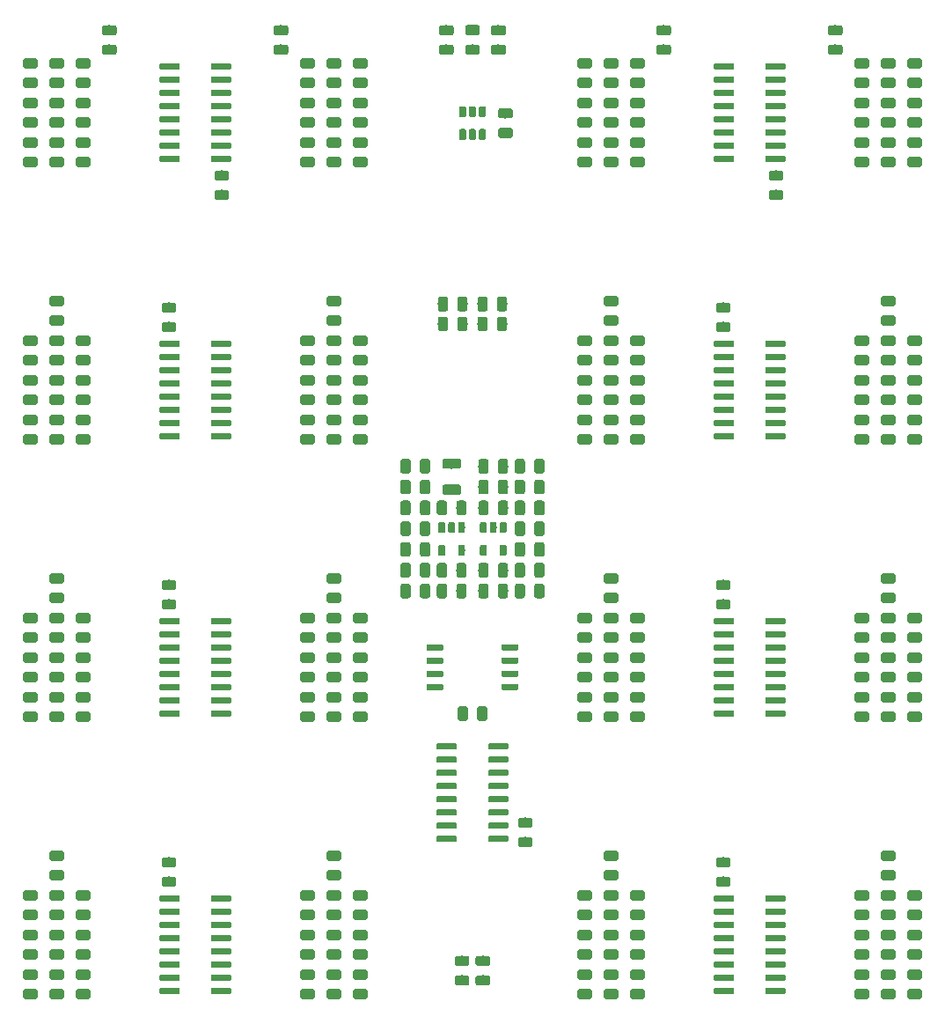
<source format=gbr>
G04 #@! TF.GenerationSoftware,KiCad,Pcbnew,(5.1.2)-2*
G04 #@! TF.CreationDate,2019-09-25T13:44:58+02:00*
G04 #@! TF.ProjectId,EN16,454e3136-2e6b-4696-9361-645f70636258,rev?*
G04 #@! TF.SameCoordinates,Original*
G04 #@! TF.FileFunction,Paste,Bot*
G04 #@! TF.FilePolarity,Positive*
%FSLAX46Y46*%
G04 Gerber Fmt 4.6, Leading zero omitted, Abs format (unit mm)*
G04 Created by KiCad (PCBNEW (5.1.2)-2) date 2019-09-25 13:44:58*
%MOMM*%
%LPD*%
G04 APERTURE LIST*
%ADD10C,0.100000*%
%ADD11C,0.975000*%
%ADD12C,0.600000*%
%ADD13C,1.000000*%
%ADD14C,0.650000*%
G04 APERTURE END LIST*
D10*
G36*
X60475142Y-106166174D02*
G01*
X60498803Y-106169684D01*
X60522007Y-106175496D01*
X60544529Y-106183554D01*
X60566153Y-106193782D01*
X60586670Y-106206079D01*
X60605883Y-106220329D01*
X60623607Y-106236393D01*
X60639671Y-106254117D01*
X60653921Y-106273330D01*
X60666218Y-106293847D01*
X60676446Y-106315471D01*
X60684504Y-106337993D01*
X60690316Y-106361197D01*
X60693826Y-106384858D01*
X60695000Y-106408750D01*
X60695000Y-106896250D01*
X60693826Y-106920142D01*
X60690316Y-106943803D01*
X60684504Y-106967007D01*
X60676446Y-106989529D01*
X60666218Y-107011153D01*
X60653921Y-107031670D01*
X60639671Y-107050883D01*
X60623607Y-107068607D01*
X60605883Y-107084671D01*
X60586670Y-107098921D01*
X60566153Y-107111218D01*
X60544529Y-107121446D01*
X60522007Y-107129504D01*
X60498803Y-107135316D01*
X60475142Y-107138826D01*
X60451250Y-107140000D01*
X59538750Y-107140000D01*
X59514858Y-107138826D01*
X59491197Y-107135316D01*
X59467993Y-107129504D01*
X59445471Y-107121446D01*
X59423847Y-107111218D01*
X59403330Y-107098921D01*
X59384117Y-107084671D01*
X59366393Y-107068607D01*
X59350329Y-107050883D01*
X59336079Y-107031670D01*
X59323782Y-107011153D01*
X59313554Y-106989529D01*
X59305496Y-106967007D01*
X59299684Y-106943803D01*
X59296174Y-106920142D01*
X59295000Y-106896250D01*
X59295000Y-106408750D01*
X59296174Y-106384858D01*
X59299684Y-106361197D01*
X59305496Y-106337993D01*
X59313554Y-106315471D01*
X59323782Y-106293847D01*
X59336079Y-106273330D01*
X59350329Y-106254117D01*
X59366393Y-106236393D01*
X59384117Y-106220329D01*
X59403330Y-106206079D01*
X59423847Y-106193782D01*
X59445471Y-106183554D01*
X59467993Y-106175496D01*
X59491197Y-106169684D01*
X59514858Y-106166174D01*
X59538750Y-106165000D01*
X60451250Y-106165000D01*
X60475142Y-106166174D01*
X60475142Y-106166174D01*
G37*
D11*
X59995000Y-106652500D03*
D10*
G36*
X60475142Y-104291174D02*
G01*
X60498803Y-104294684D01*
X60522007Y-104300496D01*
X60544529Y-104308554D01*
X60566153Y-104318782D01*
X60586670Y-104331079D01*
X60605883Y-104345329D01*
X60623607Y-104361393D01*
X60639671Y-104379117D01*
X60653921Y-104398330D01*
X60666218Y-104418847D01*
X60676446Y-104440471D01*
X60684504Y-104462993D01*
X60690316Y-104486197D01*
X60693826Y-104509858D01*
X60695000Y-104533750D01*
X60695000Y-105021250D01*
X60693826Y-105045142D01*
X60690316Y-105068803D01*
X60684504Y-105092007D01*
X60676446Y-105114529D01*
X60666218Y-105136153D01*
X60653921Y-105156670D01*
X60639671Y-105175883D01*
X60623607Y-105193607D01*
X60605883Y-105209671D01*
X60586670Y-105223921D01*
X60566153Y-105236218D01*
X60544529Y-105246446D01*
X60522007Y-105254504D01*
X60498803Y-105260316D01*
X60475142Y-105263826D01*
X60451250Y-105265000D01*
X59538750Y-105265000D01*
X59514858Y-105263826D01*
X59491197Y-105260316D01*
X59467993Y-105254504D01*
X59445471Y-105246446D01*
X59423847Y-105236218D01*
X59403330Y-105223921D01*
X59384117Y-105209671D01*
X59366393Y-105193607D01*
X59350329Y-105175883D01*
X59336079Y-105156670D01*
X59323782Y-105136153D01*
X59313554Y-105114529D01*
X59305496Y-105092007D01*
X59299684Y-105068803D01*
X59296174Y-105045142D01*
X59295000Y-105021250D01*
X59295000Y-104533750D01*
X59296174Y-104509858D01*
X59299684Y-104486197D01*
X59305496Y-104462993D01*
X59313554Y-104440471D01*
X59323782Y-104418847D01*
X59336079Y-104398330D01*
X59350329Y-104379117D01*
X59366393Y-104361393D01*
X59384117Y-104345329D01*
X59403330Y-104331079D01*
X59423847Y-104318782D01*
X59445471Y-104308554D01*
X59467993Y-104300496D01*
X59491197Y-104294684D01*
X59514858Y-104291174D01*
X59538750Y-104290000D01*
X60451250Y-104290000D01*
X60475142Y-104291174D01*
X60475142Y-104291174D01*
G37*
D11*
X59995000Y-104777500D03*
D10*
G36*
X76644703Y-135260722D02*
G01*
X76659264Y-135262882D01*
X76673543Y-135266459D01*
X76687403Y-135271418D01*
X76700710Y-135277712D01*
X76713336Y-135285280D01*
X76725159Y-135294048D01*
X76736066Y-135303934D01*
X76745952Y-135314841D01*
X76754720Y-135326664D01*
X76762288Y-135339290D01*
X76768582Y-135352597D01*
X76773541Y-135366457D01*
X76777118Y-135380736D01*
X76779278Y-135395297D01*
X76780000Y-135410000D01*
X76780000Y-135710000D01*
X76779278Y-135724703D01*
X76777118Y-135739264D01*
X76773541Y-135753543D01*
X76768582Y-135767403D01*
X76762288Y-135780710D01*
X76754720Y-135793336D01*
X76745952Y-135805159D01*
X76736066Y-135816066D01*
X76725159Y-135825952D01*
X76713336Y-135834720D01*
X76700710Y-135842288D01*
X76687403Y-135848582D01*
X76673543Y-135853541D01*
X76659264Y-135857118D01*
X76644703Y-135859278D01*
X76630000Y-135860000D01*
X74980000Y-135860000D01*
X74965297Y-135859278D01*
X74950736Y-135857118D01*
X74936457Y-135853541D01*
X74922597Y-135848582D01*
X74909290Y-135842288D01*
X74896664Y-135834720D01*
X74884841Y-135825952D01*
X74873934Y-135816066D01*
X74864048Y-135805159D01*
X74855280Y-135793336D01*
X74847712Y-135780710D01*
X74841418Y-135767403D01*
X74836459Y-135753543D01*
X74832882Y-135739264D01*
X74830722Y-135724703D01*
X74830000Y-135710000D01*
X74830000Y-135410000D01*
X74830722Y-135395297D01*
X74832882Y-135380736D01*
X74836459Y-135366457D01*
X74841418Y-135352597D01*
X74847712Y-135339290D01*
X74855280Y-135326664D01*
X74864048Y-135314841D01*
X74873934Y-135303934D01*
X74884841Y-135294048D01*
X74896664Y-135285280D01*
X74909290Y-135277712D01*
X74922597Y-135271418D01*
X74936457Y-135266459D01*
X74950736Y-135262882D01*
X74965297Y-135260722D01*
X74980000Y-135260000D01*
X76630000Y-135260000D01*
X76644703Y-135260722D01*
X76644703Y-135260722D01*
G37*
D12*
X75805000Y-135560000D03*
D10*
G36*
X76644703Y-136530722D02*
G01*
X76659264Y-136532882D01*
X76673543Y-136536459D01*
X76687403Y-136541418D01*
X76700710Y-136547712D01*
X76713336Y-136555280D01*
X76725159Y-136564048D01*
X76736066Y-136573934D01*
X76745952Y-136584841D01*
X76754720Y-136596664D01*
X76762288Y-136609290D01*
X76768582Y-136622597D01*
X76773541Y-136636457D01*
X76777118Y-136650736D01*
X76779278Y-136665297D01*
X76780000Y-136680000D01*
X76780000Y-136980000D01*
X76779278Y-136994703D01*
X76777118Y-137009264D01*
X76773541Y-137023543D01*
X76768582Y-137037403D01*
X76762288Y-137050710D01*
X76754720Y-137063336D01*
X76745952Y-137075159D01*
X76736066Y-137086066D01*
X76725159Y-137095952D01*
X76713336Y-137104720D01*
X76700710Y-137112288D01*
X76687403Y-137118582D01*
X76673543Y-137123541D01*
X76659264Y-137127118D01*
X76644703Y-137129278D01*
X76630000Y-137130000D01*
X74980000Y-137130000D01*
X74965297Y-137129278D01*
X74950736Y-137127118D01*
X74936457Y-137123541D01*
X74922597Y-137118582D01*
X74909290Y-137112288D01*
X74896664Y-137104720D01*
X74884841Y-137095952D01*
X74873934Y-137086066D01*
X74864048Y-137075159D01*
X74855280Y-137063336D01*
X74847712Y-137050710D01*
X74841418Y-137037403D01*
X74836459Y-137023543D01*
X74832882Y-137009264D01*
X74830722Y-136994703D01*
X74830000Y-136980000D01*
X74830000Y-136680000D01*
X74830722Y-136665297D01*
X74832882Y-136650736D01*
X74836459Y-136636457D01*
X74841418Y-136622597D01*
X74847712Y-136609290D01*
X74855280Y-136596664D01*
X74864048Y-136584841D01*
X74873934Y-136573934D01*
X74884841Y-136564048D01*
X74896664Y-136555280D01*
X74909290Y-136547712D01*
X74922597Y-136541418D01*
X74936457Y-136536459D01*
X74950736Y-136532882D01*
X74965297Y-136530722D01*
X74980000Y-136530000D01*
X76630000Y-136530000D01*
X76644703Y-136530722D01*
X76644703Y-136530722D01*
G37*
D12*
X75805000Y-136830000D03*
D10*
G36*
X76644703Y-137800722D02*
G01*
X76659264Y-137802882D01*
X76673543Y-137806459D01*
X76687403Y-137811418D01*
X76700710Y-137817712D01*
X76713336Y-137825280D01*
X76725159Y-137834048D01*
X76736066Y-137843934D01*
X76745952Y-137854841D01*
X76754720Y-137866664D01*
X76762288Y-137879290D01*
X76768582Y-137892597D01*
X76773541Y-137906457D01*
X76777118Y-137920736D01*
X76779278Y-137935297D01*
X76780000Y-137950000D01*
X76780000Y-138250000D01*
X76779278Y-138264703D01*
X76777118Y-138279264D01*
X76773541Y-138293543D01*
X76768582Y-138307403D01*
X76762288Y-138320710D01*
X76754720Y-138333336D01*
X76745952Y-138345159D01*
X76736066Y-138356066D01*
X76725159Y-138365952D01*
X76713336Y-138374720D01*
X76700710Y-138382288D01*
X76687403Y-138388582D01*
X76673543Y-138393541D01*
X76659264Y-138397118D01*
X76644703Y-138399278D01*
X76630000Y-138400000D01*
X74980000Y-138400000D01*
X74965297Y-138399278D01*
X74950736Y-138397118D01*
X74936457Y-138393541D01*
X74922597Y-138388582D01*
X74909290Y-138382288D01*
X74896664Y-138374720D01*
X74884841Y-138365952D01*
X74873934Y-138356066D01*
X74864048Y-138345159D01*
X74855280Y-138333336D01*
X74847712Y-138320710D01*
X74841418Y-138307403D01*
X74836459Y-138293543D01*
X74832882Y-138279264D01*
X74830722Y-138264703D01*
X74830000Y-138250000D01*
X74830000Y-137950000D01*
X74830722Y-137935297D01*
X74832882Y-137920736D01*
X74836459Y-137906457D01*
X74841418Y-137892597D01*
X74847712Y-137879290D01*
X74855280Y-137866664D01*
X74864048Y-137854841D01*
X74873934Y-137843934D01*
X74884841Y-137834048D01*
X74896664Y-137825280D01*
X74909290Y-137817712D01*
X74922597Y-137811418D01*
X74936457Y-137806459D01*
X74950736Y-137802882D01*
X74965297Y-137800722D01*
X74980000Y-137800000D01*
X76630000Y-137800000D01*
X76644703Y-137800722D01*
X76644703Y-137800722D01*
G37*
D12*
X75805000Y-138100000D03*
D10*
G36*
X76644703Y-139070722D02*
G01*
X76659264Y-139072882D01*
X76673543Y-139076459D01*
X76687403Y-139081418D01*
X76700710Y-139087712D01*
X76713336Y-139095280D01*
X76725159Y-139104048D01*
X76736066Y-139113934D01*
X76745952Y-139124841D01*
X76754720Y-139136664D01*
X76762288Y-139149290D01*
X76768582Y-139162597D01*
X76773541Y-139176457D01*
X76777118Y-139190736D01*
X76779278Y-139205297D01*
X76780000Y-139220000D01*
X76780000Y-139520000D01*
X76779278Y-139534703D01*
X76777118Y-139549264D01*
X76773541Y-139563543D01*
X76768582Y-139577403D01*
X76762288Y-139590710D01*
X76754720Y-139603336D01*
X76745952Y-139615159D01*
X76736066Y-139626066D01*
X76725159Y-139635952D01*
X76713336Y-139644720D01*
X76700710Y-139652288D01*
X76687403Y-139658582D01*
X76673543Y-139663541D01*
X76659264Y-139667118D01*
X76644703Y-139669278D01*
X76630000Y-139670000D01*
X74980000Y-139670000D01*
X74965297Y-139669278D01*
X74950736Y-139667118D01*
X74936457Y-139663541D01*
X74922597Y-139658582D01*
X74909290Y-139652288D01*
X74896664Y-139644720D01*
X74884841Y-139635952D01*
X74873934Y-139626066D01*
X74864048Y-139615159D01*
X74855280Y-139603336D01*
X74847712Y-139590710D01*
X74841418Y-139577403D01*
X74836459Y-139563543D01*
X74832882Y-139549264D01*
X74830722Y-139534703D01*
X74830000Y-139520000D01*
X74830000Y-139220000D01*
X74830722Y-139205297D01*
X74832882Y-139190736D01*
X74836459Y-139176457D01*
X74841418Y-139162597D01*
X74847712Y-139149290D01*
X74855280Y-139136664D01*
X74864048Y-139124841D01*
X74873934Y-139113934D01*
X74884841Y-139104048D01*
X74896664Y-139095280D01*
X74909290Y-139087712D01*
X74922597Y-139081418D01*
X74936457Y-139076459D01*
X74950736Y-139072882D01*
X74965297Y-139070722D01*
X74980000Y-139070000D01*
X76630000Y-139070000D01*
X76644703Y-139070722D01*
X76644703Y-139070722D01*
G37*
D12*
X75805000Y-139370000D03*
D10*
G36*
X76644703Y-140340722D02*
G01*
X76659264Y-140342882D01*
X76673543Y-140346459D01*
X76687403Y-140351418D01*
X76700710Y-140357712D01*
X76713336Y-140365280D01*
X76725159Y-140374048D01*
X76736066Y-140383934D01*
X76745952Y-140394841D01*
X76754720Y-140406664D01*
X76762288Y-140419290D01*
X76768582Y-140432597D01*
X76773541Y-140446457D01*
X76777118Y-140460736D01*
X76779278Y-140475297D01*
X76780000Y-140490000D01*
X76780000Y-140790000D01*
X76779278Y-140804703D01*
X76777118Y-140819264D01*
X76773541Y-140833543D01*
X76768582Y-140847403D01*
X76762288Y-140860710D01*
X76754720Y-140873336D01*
X76745952Y-140885159D01*
X76736066Y-140896066D01*
X76725159Y-140905952D01*
X76713336Y-140914720D01*
X76700710Y-140922288D01*
X76687403Y-140928582D01*
X76673543Y-140933541D01*
X76659264Y-140937118D01*
X76644703Y-140939278D01*
X76630000Y-140940000D01*
X74980000Y-140940000D01*
X74965297Y-140939278D01*
X74950736Y-140937118D01*
X74936457Y-140933541D01*
X74922597Y-140928582D01*
X74909290Y-140922288D01*
X74896664Y-140914720D01*
X74884841Y-140905952D01*
X74873934Y-140896066D01*
X74864048Y-140885159D01*
X74855280Y-140873336D01*
X74847712Y-140860710D01*
X74841418Y-140847403D01*
X74836459Y-140833543D01*
X74832882Y-140819264D01*
X74830722Y-140804703D01*
X74830000Y-140790000D01*
X74830000Y-140490000D01*
X74830722Y-140475297D01*
X74832882Y-140460736D01*
X74836459Y-140446457D01*
X74841418Y-140432597D01*
X74847712Y-140419290D01*
X74855280Y-140406664D01*
X74864048Y-140394841D01*
X74873934Y-140383934D01*
X74884841Y-140374048D01*
X74896664Y-140365280D01*
X74909290Y-140357712D01*
X74922597Y-140351418D01*
X74936457Y-140346459D01*
X74950736Y-140342882D01*
X74965297Y-140340722D01*
X74980000Y-140340000D01*
X76630000Y-140340000D01*
X76644703Y-140340722D01*
X76644703Y-140340722D01*
G37*
D12*
X75805000Y-140640000D03*
D10*
G36*
X76644703Y-141610722D02*
G01*
X76659264Y-141612882D01*
X76673543Y-141616459D01*
X76687403Y-141621418D01*
X76700710Y-141627712D01*
X76713336Y-141635280D01*
X76725159Y-141644048D01*
X76736066Y-141653934D01*
X76745952Y-141664841D01*
X76754720Y-141676664D01*
X76762288Y-141689290D01*
X76768582Y-141702597D01*
X76773541Y-141716457D01*
X76777118Y-141730736D01*
X76779278Y-141745297D01*
X76780000Y-141760000D01*
X76780000Y-142060000D01*
X76779278Y-142074703D01*
X76777118Y-142089264D01*
X76773541Y-142103543D01*
X76768582Y-142117403D01*
X76762288Y-142130710D01*
X76754720Y-142143336D01*
X76745952Y-142155159D01*
X76736066Y-142166066D01*
X76725159Y-142175952D01*
X76713336Y-142184720D01*
X76700710Y-142192288D01*
X76687403Y-142198582D01*
X76673543Y-142203541D01*
X76659264Y-142207118D01*
X76644703Y-142209278D01*
X76630000Y-142210000D01*
X74980000Y-142210000D01*
X74965297Y-142209278D01*
X74950736Y-142207118D01*
X74936457Y-142203541D01*
X74922597Y-142198582D01*
X74909290Y-142192288D01*
X74896664Y-142184720D01*
X74884841Y-142175952D01*
X74873934Y-142166066D01*
X74864048Y-142155159D01*
X74855280Y-142143336D01*
X74847712Y-142130710D01*
X74841418Y-142117403D01*
X74836459Y-142103543D01*
X74832882Y-142089264D01*
X74830722Y-142074703D01*
X74830000Y-142060000D01*
X74830000Y-141760000D01*
X74830722Y-141745297D01*
X74832882Y-141730736D01*
X74836459Y-141716457D01*
X74841418Y-141702597D01*
X74847712Y-141689290D01*
X74855280Y-141676664D01*
X74864048Y-141664841D01*
X74873934Y-141653934D01*
X74884841Y-141644048D01*
X74896664Y-141635280D01*
X74909290Y-141627712D01*
X74922597Y-141621418D01*
X74936457Y-141616459D01*
X74950736Y-141612882D01*
X74965297Y-141610722D01*
X74980000Y-141610000D01*
X76630000Y-141610000D01*
X76644703Y-141610722D01*
X76644703Y-141610722D01*
G37*
D12*
X75805000Y-141910000D03*
D10*
G36*
X76644703Y-142880722D02*
G01*
X76659264Y-142882882D01*
X76673543Y-142886459D01*
X76687403Y-142891418D01*
X76700710Y-142897712D01*
X76713336Y-142905280D01*
X76725159Y-142914048D01*
X76736066Y-142923934D01*
X76745952Y-142934841D01*
X76754720Y-142946664D01*
X76762288Y-142959290D01*
X76768582Y-142972597D01*
X76773541Y-142986457D01*
X76777118Y-143000736D01*
X76779278Y-143015297D01*
X76780000Y-143030000D01*
X76780000Y-143330000D01*
X76779278Y-143344703D01*
X76777118Y-143359264D01*
X76773541Y-143373543D01*
X76768582Y-143387403D01*
X76762288Y-143400710D01*
X76754720Y-143413336D01*
X76745952Y-143425159D01*
X76736066Y-143436066D01*
X76725159Y-143445952D01*
X76713336Y-143454720D01*
X76700710Y-143462288D01*
X76687403Y-143468582D01*
X76673543Y-143473541D01*
X76659264Y-143477118D01*
X76644703Y-143479278D01*
X76630000Y-143480000D01*
X74980000Y-143480000D01*
X74965297Y-143479278D01*
X74950736Y-143477118D01*
X74936457Y-143473541D01*
X74922597Y-143468582D01*
X74909290Y-143462288D01*
X74896664Y-143454720D01*
X74884841Y-143445952D01*
X74873934Y-143436066D01*
X74864048Y-143425159D01*
X74855280Y-143413336D01*
X74847712Y-143400710D01*
X74841418Y-143387403D01*
X74836459Y-143373543D01*
X74832882Y-143359264D01*
X74830722Y-143344703D01*
X74830000Y-143330000D01*
X74830000Y-143030000D01*
X74830722Y-143015297D01*
X74832882Y-143000736D01*
X74836459Y-142986457D01*
X74841418Y-142972597D01*
X74847712Y-142959290D01*
X74855280Y-142946664D01*
X74864048Y-142934841D01*
X74873934Y-142923934D01*
X74884841Y-142914048D01*
X74896664Y-142905280D01*
X74909290Y-142897712D01*
X74922597Y-142891418D01*
X74936457Y-142886459D01*
X74950736Y-142882882D01*
X74965297Y-142880722D01*
X74980000Y-142880000D01*
X76630000Y-142880000D01*
X76644703Y-142880722D01*
X76644703Y-142880722D01*
G37*
D12*
X75805000Y-143180000D03*
D10*
G36*
X76644703Y-144150722D02*
G01*
X76659264Y-144152882D01*
X76673543Y-144156459D01*
X76687403Y-144161418D01*
X76700710Y-144167712D01*
X76713336Y-144175280D01*
X76725159Y-144184048D01*
X76736066Y-144193934D01*
X76745952Y-144204841D01*
X76754720Y-144216664D01*
X76762288Y-144229290D01*
X76768582Y-144242597D01*
X76773541Y-144256457D01*
X76777118Y-144270736D01*
X76779278Y-144285297D01*
X76780000Y-144300000D01*
X76780000Y-144600000D01*
X76779278Y-144614703D01*
X76777118Y-144629264D01*
X76773541Y-144643543D01*
X76768582Y-144657403D01*
X76762288Y-144670710D01*
X76754720Y-144683336D01*
X76745952Y-144695159D01*
X76736066Y-144706066D01*
X76725159Y-144715952D01*
X76713336Y-144724720D01*
X76700710Y-144732288D01*
X76687403Y-144738582D01*
X76673543Y-144743541D01*
X76659264Y-144747118D01*
X76644703Y-144749278D01*
X76630000Y-144750000D01*
X74980000Y-144750000D01*
X74965297Y-144749278D01*
X74950736Y-144747118D01*
X74936457Y-144743541D01*
X74922597Y-144738582D01*
X74909290Y-144732288D01*
X74896664Y-144724720D01*
X74884841Y-144715952D01*
X74873934Y-144706066D01*
X74864048Y-144695159D01*
X74855280Y-144683336D01*
X74847712Y-144670710D01*
X74841418Y-144657403D01*
X74836459Y-144643543D01*
X74832882Y-144629264D01*
X74830722Y-144614703D01*
X74830000Y-144600000D01*
X74830000Y-144300000D01*
X74830722Y-144285297D01*
X74832882Y-144270736D01*
X74836459Y-144256457D01*
X74841418Y-144242597D01*
X74847712Y-144229290D01*
X74855280Y-144216664D01*
X74864048Y-144204841D01*
X74873934Y-144193934D01*
X74884841Y-144184048D01*
X74896664Y-144175280D01*
X74909290Y-144167712D01*
X74922597Y-144161418D01*
X74936457Y-144156459D01*
X74950736Y-144152882D01*
X74965297Y-144150722D01*
X74980000Y-144150000D01*
X76630000Y-144150000D01*
X76644703Y-144150722D01*
X76644703Y-144150722D01*
G37*
D12*
X75805000Y-144450000D03*
D10*
G36*
X71694703Y-144150722D02*
G01*
X71709264Y-144152882D01*
X71723543Y-144156459D01*
X71737403Y-144161418D01*
X71750710Y-144167712D01*
X71763336Y-144175280D01*
X71775159Y-144184048D01*
X71786066Y-144193934D01*
X71795952Y-144204841D01*
X71804720Y-144216664D01*
X71812288Y-144229290D01*
X71818582Y-144242597D01*
X71823541Y-144256457D01*
X71827118Y-144270736D01*
X71829278Y-144285297D01*
X71830000Y-144300000D01*
X71830000Y-144600000D01*
X71829278Y-144614703D01*
X71827118Y-144629264D01*
X71823541Y-144643543D01*
X71818582Y-144657403D01*
X71812288Y-144670710D01*
X71804720Y-144683336D01*
X71795952Y-144695159D01*
X71786066Y-144706066D01*
X71775159Y-144715952D01*
X71763336Y-144724720D01*
X71750710Y-144732288D01*
X71737403Y-144738582D01*
X71723543Y-144743541D01*
X71709264Y-144747118D01*
X71694703Y-144749278D01*
X71680000Y-144750000D01*
X70030000Y-144750000D01*
X70015297Y-144749278D01*
X70000736Y-144747118D01*
X69986457Y-144743541D01*
X69972597Y-144738582D01*
X69959290Y-144732288D01*
X69946664Y-144724720D01*
X69934841Y-144715952D01*
X69923934Y-144706066D01*
X69914048Y-144695159D01*
X69905280Y-144683336D01*
X69897712Y-144670710D01*
X69891418Y-144657403D01*
X69886459Y-144643543D01*
X69882882Y-144629264D01*
X69880722Y-144614703D01*
X69880000Y-144600000D01*
X69880000Y-144300000D01*
X69880722Y-144285297D01*
X69882882Y-144270736D01*
X69886459Y-144256457D01*
X69891418Y-144242597D01*
X69897712Y-144229290D01*
X69905280Y-144216664D01*
X69914048Y-144204841D01*
X69923934Y-144193934D01*
X69934841Y-144184048D01*
X69946664Y-144175280D01*
X69959290Y-144167712D01*
X69972597Y-144161418D01*
X69986457Y-144156459D01*
X70000736Y-144152882D01*
X70015297Y-144150722D01*
X70030000Y-144150000D01*
X71680000Y-144150000D01*
X71694703Y-144150722D01*
X71694703Y-144150722D01*
G37*
D12*
X70855000Y-144450000D03*
D10*
G36*
X71694703Y-142880722D02*
G01*
X71709264Y-142882882D01*
X71723543Y-142886459D01*
X71737403Y-142891418D01*
X71750710Y-142897712D01*
X71763336Y-142905280D01*
X71775159Y-142914048D01*
X71786066Y-142923934D01*
X71795952Y-142934841D01*
X71804720Y-142946664D01*
X71812288Y-142959290D01*
X71818582Y-142972597D01*
X71823541Y-142986457D01*
X71827118Y-143000736D01*
X71829278Y-143015297D01*
X71830000Y-143030000D01*
X71830000Y-143330000D01*
X71829278Y-143344703D01*
X71827118Y-143359264D01*
X71823541Y-143373543D01*
X71818582Y-143387403D01*
X71812288Y-143400710D01*
X71804720Y-143413336D01*
X71795952Y-143425159D01*
X71786066Y-143436066D01*
X71775159Y-143445952D01*
X71763336Y-143454720D01*
X71750710Y-143462288D01*
X71737403Y-143468582D01*
X71723543Y-143473541D01*
X71709264Y-143477118D01*
X71694703Y-143479278D01*
X71680000Y-143480000D01*
X70030000Y-143480000D01*
X70015297Y-143479278D01*
X70000736Y-143477118D01*
X69986457Y-143473541D01*
X69972597Y-143468582D01*
X69959290Y-143462288D01*
X69946664Y-143454720D01*
X69934841Y-143445952D01*
X69923934Y-143436066D01*
X69914048Y-143425159D01*
X69905280Y-143413336D01*
X69897712Y-143400710D01*
X69891418Y-143387403D01*
X69886459Y-143373543D01*
X69882882Y-143359264D01*
X69880722Y-143344703D01*
X69880000Y-143330000D01*
X69880000Y-143030000D01*
X69880722Y-143015297D01*
X69882882Y-143000736D01*
X69886459Y-142986457D01*
X69891418Y-142972597D01*
X69897712Y-142959290D01*
X69905280Y-142946664D01*
X69914048Y-142934841D01*
X69923934Y-142923934D01*
X69934841Y-142914048D01*
X69946664Y-142905280D01*
X69959290Y-142897712D01*
X69972597Y-142891418D01*
X69986457Y-142886459D01*
X70000736Y-142882882D01*
X70015297Y-142880722D01*
X70030000Y-142880000D01*
X71680000Y-142880000D01*
X71694703Y-142880722D01*
X71694703Y-142880722D01*
G37*
D12*
X70855000Y-143180000D03*
D10*
G36*
X71694703Y-141610722D02*
G01*
X71709264Y-141612882D01*
X71723543Y-141616459D01*
X71737403Y-141621418D01*
X71750710Y-141627712D01*
X71763336Y-141635280D01*
X71775159Y-141644048D01*
X71786066Y-141653934D01*
X71795952Y-141664841D01*
X71804720Y-141676664D01*
X71812288Y-141689290D01*
X71818582Y-141702597D01*
X71823541Y-141716457D01*
X71827118Y-141730736D01*
X71829278Y-141745297D01*
X71830000Y-141760000D01*
X71830000Y-142060000D01*
X71829278Y-142074703D01*
X71827118Y-142089264D01*
X71823541Y-142103543D01*
X71818582Y-142117403D01*
X71812288Y-142130710D01*
X71804720Y-142143336D01*
X71795952Y-142155159D01*
X71786066Y-142166066D01*
X71775159Y-142175952D01*
X71763336Y-142184720D01*
X71750710Y-142192288D01*
X71737403Y-142198582D01*
X71723543Y-142203541D01*
X71709264Y-142207118D01*
X71694703Y-142209278D01*
X71680000Y-142210000D01*
X70030000Y-142210000D01*
X70015297Y-142209278D01*
X70000736Y-142207118D01*
X69986457Y-142203541D01*
X69972597Y-142198582D01*
X69959290Y-142192288D01*
X69946664Y-142184720D01*
X69934841Y-142175952D01*
X69923934Y-142166066D01*
X69914048Y-142155159D01*
X69905280Y-142143336D01*
X69897712Y-142130710D01*
X69891418Y-142117403D01*
X69886459Y-142103543D01*
X69882882Y-142089264D01*
X69880722Y-142074703D01*
X69880000Y-142060000D01*
X69880000Y-141760000D01*
X69880722Y-141745297D01*
X69882882Y-141730736D01*
X69886459Y-141716457D01*
X69891418Y-141702597D01*
X69897712Y-141689290D01*
X69905280Y-141676664D01*
X69914048Y-141664841D01*
X69923934Y-141653934D01*
X69934841Y-141644048D01*
X69946664Y-141635280D01*
X69959290Y-141627712D01*
X69972597Y-141621418D01*
X69986457Y-141616459D01*
X70000736Y-141612882D01*
X70015297Y-141610722D01*
X70030000Y-141610000D01*
X71680000Y-141610000D01*
X71694703Y-141610722D01*
X71694703Y-141610722D01*
G37*
D12*
X70855000Y-141910000D03*
D10*
G36*
X71694703Y-140340722D02*
G01*
X71709264Y-140342882D01*
X71723543Y-140346459D01*
X71737403Y-140351418D01*
X71750710Y-140357712D01*
X71763336Y-140365280D01*
X71775159Y-140374048D01*
X71786066Y-140383934D01*
X71795952Y-140394841D01*
X71804720Y-140406664D01*
X71812288Y-140419290D01*
X71818582Y-140432597D01*
X71823541Y-140446457D01*
X71827118Y-140460736D01*
X71829278Y-140475297D01*
X71830000Y-140490000D01*
X71830000Y-140790000D01*
X71829278Y-140804703D01*
X71827118Y-140819264D01*
X71823541Y-140833543D01*
X71818582Y-140847403D01*
X71812288Y-140860710D01*
X71804720Y-140873336D01*
X71795952Y-140885159D01*
X71786066Y-140896066D01*
X71775159Y-140905952D01*
X71763336Y-140914720D01*
X71750710Y-140922288D01*
X71737403Y-140928582D01*
X71723543Y-140933541D01*
X71709264Y-140937118D01*
X71694703Y-140939278D01*
X71680000Y-140940000D01*
X70030000Y-140940000D01*
X70015297Y-140939278D01*
X70000736Y-140937118D01*
X69986457Y-140933541D01*
X69972597Y-140928582D01*
X69959290Y-140922288D01*
X69946664Y-140914720D01*
X69934841Y-140905952D01*
X69923934Y-140896066D01*
X69914048Y-140885159D01*
X69905280Y-140873336D01*
X69897712Y-140860710D01*
X69891418Y-140847403D01*
X69886459Y-140833543D01*
X69882882Y-140819264D01*
X69880722Y-140804703D01*
X69880000Y-140790000D01*
X69880000Y-140490000D01*
X69880722Y-140475297D01*
X69882882Y-140460736D01*
X69886459Y-140446457D01*
X69891418Y-140432597D01*
X69897712Y-140419290D01*
X69905280Y-140406664D01*
X69914048Y-140394841D01*
X69923934Y-140383934D01*
X69934841Y-140374048D01*
X69946664Y-140365280D01*
X69959290Y-140357712D01*
X69972597Y-140351418D01*
X69986457Y-140346459D01*
X70000736Y-140342882D01*
X70015297Y-140340722D01*
X70030000Y-140340000D01*
X71680000Y-140340000D01*
X71694703Y-140340722D01*
X71694703Y-140340722D01*
G37*
D12*
X70855000Y-140640000D03*
D10*
G36*
X71694703Y-139070722D02*
G01*
X71709264Y-139072882D01*
X71723543Y-139076459D01*
X71737403Y-139081418D01*
X71750710Y-139087712D01*
X71763336Y-139095280D01*
X71775159Y-139104048D01*
X71786066Y-139113934D01*
X71795952Y-139124841D01*
X71804720Y-139136664D01*
X71812288Y-139149290D01*
X71818582Y-139162597D01*
X71823541Y-139176457D01*
X71827118Y-139190736D01*
X71829278Y-139205297D01*
X71830000Y-139220000D01*
X71830000Y-139520000D01*
X71829278Y-139534703D01*
X71827118Y-139549264D01*
X71823541Y-139563543D01*
X71818582Y-139577403D01*
X71812288Y-139590710D01*
X71804720Y-139603336D01*
X71795952Y-139615159D01*
X71786066Y-139626066D01*
X71775159Y-139635952D01*
X71763336Y-139644720D01*
X71750710Y-139652288D01*
X71737403Y-139658582D01*
X71723543Y-139663541D01*
X71709264Y-139667118D01*
X71694703Y-139669278D01*
X71680000Y-139670000D01*
X70030000Y-139670000D01*
X70015297Y-139669278D01*
X70000736Y-139667118D01*
X69986457Y-139663541D01*
X69972597Y-139658582D01*
X69959290Y-139652288D01*
X69946664Y-139644720D01*
X69934841Y-139635952D01*
X69923934Y-139626066D01*
X69914048Y-139615159D01*
X69905280Y-139603336D01*
X69897712Y-139590710D01*
X69891418Y-139577403D01*
X69886459Y-139563543D01*
X69882882Y-139549264D01*
X69880722Y-139534703D01*
X69880000Y-139520000D01*
X69880000Y-139220000D01*
X69880722Y-139205297D01*
X69882882Y-139190736D01*
X69886459Y-139176457D01*
X69891418Y-139162597D01*
X69897712Y-139149290D01*
X69905280Y-139136664D01*
X69914048Y-139124841D01*
X69923934Y-139113934D01*
X69934841Y-139104048D01*
X69946664Y-139095280D01*
X69959290Y-139087712D01*
X69972597Y-139081418D01*
X69986457Y-139076459D01*
X70000736Y-139072882D01*
X70015297Y-139070722D01*
X70030000Y-139070000D01*
X71680000Y-139070000D01*
X71694703Y-139070722D01*
X71694703Y-139070722D01*
G37*
D12*
X70855000Y-139370000D03*
D10*
G36*
X71694703Y-137800722D02*
G01*
X71709264Y-137802882D01*
X71723543Y-137806459D01*
X71737403Y-137811418D01*
X71750710Y-137817712D01*
X71763336Y-137825280D01*
X71775159Y-137834048D01*
X71786066Y-137843934D01*
X71795952Y-137854841D01*
X71804720Y-137866664D01*
X71812288Y-137879290D01*
X71818582Y-137892597D01*
X71823541Y-137906457D01*
X71827118Y-137920736D01*
X71829278Y-137935297D01*
X71830000Y-137950000D01*
X71830000Y-138250000D01*
X71829278Y-138264703D01*
X71827118Y-138279264D01*
X71823541Y-138293543D01*
X71818582Y-138307403D01*
X71812288Y-138320710D01*
X71804720Y-138333336D01*
X71795952Y-138345159D01*
X71786066Y-138356066D01*
X71775159Y-138365952D01*
X71763336Y-138374720D01*
X71750710Y-138382288D01*
X71737403Y-138388582D01*
X71723543Y-138393541D01*
X71709264Y-138397118D01*
X71694703Y-138399278D01*
X71680000Y-138400000D01*
X70030000Y-138400000D01*
X70015297Y-138399278D01*
X70000736Y-138397118D01*
X69986457Y-138393541D01*
X69972597Y-138388582D01*
X69959290Y-138382288D01*
X69946664Y-138374720D01*
X69934841Y-138365952D01*
X69923934Y-138356066D01*
X69914048Y-138345159D01*
X69905280Y-138333336D01*
X69897712Y-138320710D01*
X69891418Y-138307403D01*
X69886459Y-138293543D01*
X69882882Y-138279264D01*
X69880722Y-138264703D01*
X69880000Y-138250000D01*
X69880000Y-137950000D01*
X69880722Y-137935297D01*
X69882882Y-137920736D01*
X69886459Y-137906457D01*
X69891418Y-137892597D01*
X69897712Y-137879290D01*
X69905280Y-137866664D01*
X69914048Y-137854841D01*
X69923934Y-137843934D01*
X69934841Y-137834048D01*
X69946664Y-137825280D01*
X69959290Y-137817712D01*
X69972597Y-137811418D01*
X69986457Y-137806459D01*
X70000736Y-137802882D01*
X70015297Y-137800722D01*
X70030000Y-137800000D01*
X71680000Y-137800000D01*
X71694703Y-137800722D01*
X71694703Y-137800722D01*
G37*
D12*
X70855000Y-138100000D03*
D10*
G36*
X71694703Y-136530722D02*
G01*
X71709264Y-136532882D01*
X71723543Y-136536459D01*
X71737403Y-136541418D01*
X71750710Y-136547712D01*
X71763336Y-136555280D01*
X71775159Y-136564048D01*
X71786066Y-136573934D01*
X71795952Y-136584841D01*
X71804720Y-136596664D01*
X71812288Y-136609290D01*
X71818582Y-136622597D01*
X71823541Y-136636457D01*
X71827118Y-136650736D01*
X71829278Y-136665297D01*
X71830000Y-136680000D01*
X71830000Y-136980000D01*
X71829278Y-136994703D01*
X71827118Y-137009264D01*
X71823541Y-137023543D01*
X71818582Y-137037403D01*
X71812288Y-137050710D01*
X71804720Y-137063336D01*
X71795952Y-137075159D01*
X71786066Y-137086066D01*
X71775159Y-137095952D01*
X71763336Y-137104720D01*
X71750710Y-137112288D01*
X71737403Y-137118582D01*
X71723543Y-137123541D01*
X71709264Y-137127118D01*
X71694703Y-137129278D01*
X71680000Y-137130000D01*
X70030000Y-137130000D01*
X70015297Y-137129278D01*
X70000736Y-137127118D01*
X69986457Y-137123541D01*
X69972597Y-137118582D01*
X69959290Y-137112288D01*
X69946664Y-137104720D01*
X69934841Y-137095952D01*
X69923934Y-137086066D01*
X69914048Y-137075159D01*
X69905280Y-137063336D01*
X69897712Y-137050710D01*
X69891418Y-137037403D01*
X69886459Y-137023543D01*
X69882882Y-137009264D01*
X69880722Y-136994703D01*
X69880000Y-136980000D01*
X69880000Y-136680000D01*
X69880722Y-136665297D01*
X69882882Y-136650736D01*
X69886459Y-136636457D01*
X69891418Y-136622597D01*
X69897712Y-136609290D01*
X69905280Y-136596664D01*
X69914048Y-136584841D01*
X69923934Y-136573934D01*
X69934841Y-136564048D01*
X69946664Y-136555280D01*
X69959290Y-136547712D01*
X69972597Y-136541418D01*
X69986457Y-136536459D01*
X70000736Y-136532882D01*
X70015297Y-136530722D01*
X70030000Y-136530000D01*
X71680000Y-136530000D01*
X71694703Y-136530722D01*
X71694703Y-136530722D01*
G37*
D12*
X70855000Y-136830000D03*
D10*
G36*
X71694703Y-135260722D02*
G01*
X71709264Y-135262882D01*
X71723543Y-135266459D01*
X71737403Y-135271418D01*
X71750710Y-135277712D01*
X71763336Y-135285280D01*
X71775159Y-135294048D01*
X71786066Y-135303934D01*
X71795952Y-135314841D01*
X71804720Y-135326664D01*
X71812288Y-135339290D01*
X71818582Y-135352597D01*
X71823541Y-135366457D01*
X71827118Y-135380736D01*
X71829278Y-135395297D01*
X71830000Y-135410000D01*
X71830000Y-135710000D01*
X71829278Y-135724703D01*
X71827118Y-135739264D01*
X71823541Y-135753543D01*
X71818582Y-135767403D01*
X71812288Y-135780710D01*
X71804720Y-135793336D01*
X71795952Y-135805159D01*
X71786066Y-135816066D01*
X71775159Y-135825952D01*
X71763336Y-135834720D01*
X71750710Y-135842288D01*
X71737403Y-135848582D01*
X71723543Y-135853541D01*
X71709264Y-135857118D01*
X71694703Y-135859278D01*
X71680000Y-135860000D01*
X70030000Y-135860000D01*
X70015297Y-135859278D01*
X70000736Y-135857118D01*
X69986457Y-135853541D01*
X69972597Y-135848582D01*
X69959290Y-135842288D01*
X69946664Y-135834720D01*
X69934841Y-135825952D01*
X69923934Y-135816066D01*
X69914048Y-135805159D01*
X69905280Y-135793336D01*
X69897712Y-135780710D01*
X69891418Y-135767403D01*
X69886459Y-135753543D01*
X69882882Y-135739264D01*
X69880722Y-135724703D01*
X69880000Y-135710000D01*
X69880000Y-135410000D01*
X69880722Y-135395297D01*
X69882882Y-135380736D01*
X69886459Y-135366457D01*
X69891418Y-135352597D01*
X69897712Y-135339290D01*
X69905280Y-135326664D01*
X69914048Y-135314841D01*
X69923934Y-135303934D01*
X69934841Y-135294048D01*
X69946664Y-135285280D01*
X69959290Y-135277712D01*
X69972597Y-135271418D01*
X69986457Y-135266459D01*
X70000736Y-135262882D01*
X70015297Y-135260722D01*
X70030000Y-135260000D01*
X71680000Y-135260000D01*
X71694703Y-135260722D01*
X71694703Y-135260722D01*
G37*
D12*
X70855000Y-135560000D03*
D10*
G36*
X76644703Y-108590722D02*
G01*
X76659264Y-108592882D01*
X76673543Y-108596459D01*
X76687403Y-108601418D01*
X76700710Y-108607712D01*
X76713336Y-108615280D01*
X76725159Y-108624048D01*
X76736066Y-108633934D01*
X76745952Y-108644841D01*
X76754720Y-108656664D01*
X76762288Y-108669290D01*
X76768582Y-108682597D01*
X76773541Y-108696457D01*
X76777118Y-108710736D01*
X76779278Y-108725297D01*
X76780000Y-108740000D01*
X76780000Y-109040000D01*
X76779278Y-109054703D01*
X76777118Y-109069264D01*
X76773541Y-109083543D01*
X76768582Y-109097403D01*
X76762288Y-109110710D01*
X76754720Y-109123336D01*
X76745952Y-109135159D01*
X76736066Y-109146066D01*
X76725159Y-109155952D01*
X76713336Y-109164720D01*
X76700710Y-109172288D01*
X76687403Y-109178582D01*
X76673543Y-109183541D01*
X76659264Y-109187118D01*
X76644703Y-109189278D01*
X76630000Y-109190000D01*
X74980000Y-109190000D01*
X74965297Y-109189278D01*
X74950736Y-109187118D01*
X74936457Y-109183541D01*
X74922597Y-109178582D01*
X74909290Y-109172288D01*
X74896664Y-109164720D01*
X74884841Y-109155952D01*
X74873934Y-109146066D01*
X74864048Y-109135159D01*
X74855280Y-109123336D01*
X74847712Y-109110710D01*
X74841418Y-109097403D01*
X74836459Y-109083543D01*
X74832882Y-109069264D01*
X74830722Y-109054703D01*
X74830000Y-109040000D01*
X74830000Y-108740000D01*
X74830722Y-108725297D01*
X74832882Y-108710736D01*
X74836459Y-108696457D01*
X74841418Y-108682597D01*
X74847712Y-108669290D01*
X74855280Y-108656664D01*
X74864048Y-108644841D01*
X74873934Y-108633934D01*
X74884841Y-108624048D01*
X74896664Y-108615280D01*
X74909290Y-108607712D01*
X74922597Y-108601418D01*
X74936457Y-108596459D01*
X74950736Y-108592882D01*
X74965297Y-108590722D01*
X74980000Y-108590000D01*
X76630000Y-108590000D01*
X76644703Y-108590722D01*
X76644703Y-108590722D01*
G37*
D12*
X75805000Y-108890000D03*
D10*
G36*
X76644703Y-109860722D02*
G01*
X76659264Y-109862882D01*
X76673543Y-109866459D01*
X76687403Y-109871418D01*
X76700710Y-109877712D01*
X76713336Y-109885280D01*
X76725159Y-109894048D01*
X76736066Y-109903934D01*
X76745952Y-109914841D01*
X76754720Y-109926664D01*
X76762288Y-109939290D01*
X76768582Y-109952597D01*
X76773541Y-109966457D01*
X76777118Y-109980736D01*
X76779278Y-109995297D01*
X76780000Y-110010000D01*
X76780000Y-110310000D01*
X76779278Y-110324703D01*
X76777118Y-110339264D01*
X76773541Y-110353543D01*
X76768582Y-110367403D01*
X76762288Y-110380710D01*
X76754720Y-110393336D01*
X76745952Y-110405159D01*
X76736066Y-110416066D01*
X76725159Y-110425952D01*
X76713336Y-110434720D01*
X76700710Y-110442288D01*
X76687403Y-110448582D01*
X76673543Y-110453541D01*
X76659264Y-110457118D01*
X76644703Y-110459278D01*
X76630000Y-110460000D01*
X74980000Y-110460000D01*
X74965297Y-110459278D01*
X74950736Y-110457118D01*
X74936457Y-110453541D01*
X74922597Y-110448582D01*
X74909290Y-110442288D01*
X74896664Y-110434720D01*
X74884841Y-110425952D01*
X74873934Y-110416066D01*
X74864048Y-110405159D01*
X74855280Y-110393336D01*
X74847712Y-110380710D01*
X74841418Y-110367403D01*
X74836459Y-110353543D01*
X74832882Y-110339264D01*
X74830722Y-110324703D01*
X74830000Y-110310000D01*
X74830000Y-110010000D01*
X74830722Y-109995297D01*
X74832882Y-109980736D01*
X74836459Y-109966457D01*
X74841418Y-109952597D01*
X74847712Y-109939290D01*
X74855280Y-109926664D01*
X74864048Y-109914841D01*
X74873934Y-109903934D01*
X74884841Y-109894048D01*
X74896664Y-109885280D01*
X74909290Y-109877712D01*
X74922597Y-109871418D01*
X74936457Y-109866459D01*
X74950736Y-109862882D01*
X74965297Y-109860722D01*
X74980000Y-109860000D01*
X76630000Y-109860000D01*
X76644703Y-109860722D01*
X76644703Y-109860722D01*
G37*
D12*
X75805000Y-110160000D03*
D10*
G36*
X76644703Y-111130722D02*
G01*
X76659264Y-111132882D01*
X76673543Y-111136459D01*
X76687403Y-111141418D01*
X76700710Y-111147712D01*
X76713336Y-111155280D01*
X76725159Y-111164048D01*
X76736066Y-111173934D01*
X76745952Y-111184841D01*
X76754720Y-111196664D01*
X76762288Y-111209290D01*
X76768582Y-111222597D01*
X76773541Y-111236457D01*
X76777118Y-111250736D01*
X76779278Y-111265297D01*
X76780000Y-111280000D01*
X76780000Y-111580000D01*
X76779278Y-111594703D01*
X76777118Y-111609264D01*
X76773541Y-111623543D01*
X76768582Y-111637403D01*
X76762288Y-111650710D01*
X76754720Y-111663336D01*
X76745952Y-111675159D01*
X76736066Y-111686066D01*
X76725159Y-111695952D01*
X76713336Y-111704720D01*
X76700710Y-111712288D01*
X76687403Y-111718582D01*
X76673543Y-111723541D01*
X76659264Y-111727118D01*
X76644703Y-111729278D01*
X76630000Y-111730000D01*
X74980000Y-111730000D01*
X74965297Y-111729278D01*
X74950736Y-111727118D01*
X74936457Y-111723541D01*
X74922597Y-111718582D01*
X74909290Y-111712288D01*
X74896664Y-111704720D01*
X74884841Y-111695952D01*
X74873934Y-111686066D01*
X74864048Y-111675159D01*
X74855280Y-111663336D01*
X74847712Y-111650710D01*
X74841418Y-111637403D01*
X74836459Y-111623543D01*
X74832882Y-111609264D01*
X74830722Y-111594703D01*
X74830000Y-111580000D01*
X74830000Y-111280000D01*
X74830722Y-111265297D01*
X74832882Y-111250736D01*
X74836459Y-111236457D01*
X74841418Y-111222597D01*
X74847712Y-111209290D01*
X74855280Y-111196664D01*
X74864048Y-111184841D01*
X74873934Y-111173934D01*
X74884841Y-111164048D01*
X74896664Y-111155280D01*
X74909290Y-111147712D01*
X74922597Y-111141418D01*
X74936457Y-111136459D01*
X74950736Y-111132882D01*
X74965297Y-111130722D01*
X74980000Y-111130000D01*
X76630000Y-111130000D01*
X76644703Y-111130722D01*
X76644703Y-111130722D01*
G37*
D12*
X75805000Y-111430000D03*
D10*
G36*
X76644703Y-112400722D02*
G01*
X76659264Y-112402882D01*
X76673543Y-112406459D01*
X76687403Y-112411418D01*
X76700710Y-112417712D01*
X76713336Y-112425280D01*
X76725159Y-112434048D01*
X76736066Y-112443934D01*
X76745952Y-112454841D01*
X76754720Y-112466664D01*
X76762288Y-112479290D01*
X76768582Y-112492597D01*
X76773541Y-112506457D01*
X76777118Y-112520736D01*
X76779278Y-112535297D01*
X76780000Y-112550000D01*
X76780000Y-112850000D01*
X76779278Y-112864703D01*
X76777118Y-112879264D01*
X76773541Y-112893543D01*
X76768582Y-112907403D01*
X76762288Y-112920710D01*
X76754720Y-112933336D01*
X76745952Y-112945159D01*
X76736066Y-112956066D01*
X76725159Y-112965952D01*
X76713336Y-112974720D01*
X76700710Y-112982288D01*
X76687403Y-112988582D01*
X76673543Y-112993541D01*
X76659264Y-112997118D01*
X76644703Y-112999278D01*
X76630000Y-113000000D01*
X74980000Y-113000000D01*
X74965297Y-112999278D01*
X74950736Y-112997118D01*
X74936457Y-112993541D01*
X74922597Y-112988582D01*
X74909290Y-112982288D01*
X74896664Y-112974720D01*
X74884841Y-112965952D01*
X74873934Y-112956066D01*
X74864048Y-112945159D01*
X74855280Y-112933336D01*
X74847712Y-112920710D01*
X74841418Y-112907403D01*
X74836459Y-112893543D01*
X74832882Y-112879264D01*
X74830722Y-112864703D01*
X74830000Y-112850000D01*
X74830000Y-112550000D01*
X74830722Y-112535297D01*
X74832882Y-112520736D01*
X74836459Y-112506457D01*
X74841418Y-112492597D01*
X74847712Y-112479290D01*
X74855280Y-112466664D01*
X74864048Y-112454841D01*
X74873934Y-112443934D01*
X74884841Y-112434048D01*
X74896664Y-112425280D01*
X74909290Y-112417712D01*
X74922597Y-112411418D01*
X74936457Y-112406459D01*
X74950736Y-112402882D01*
X74965297Y-112400722D01*
X74980000Y-112400000D01*
X76630000Y-112400000D01*
X76644703Y-112400722D01*
X76644703Y-112400722D01*
G37*
D12*
X75805000Y-112700000D03*
D10*
G36*
X76644703Y-113670722D02*
G01*
X76659264Y-113672882D01*
X76673543Y-113676459D01*
X76687403Y-113681418D01*
X76700710Y-113687712D01*
X76713336Y-113695280D01*
X76725159Y-113704048D01*
X76736066Y-113713934D01*
X76745952Y-113724841D01*
X76754720Y-113736664D01*
X76762288Y-113749290D01*
X76768582Y-113762597D01*
X76773541Y-113776457D01*
X76777118Y-113790736D01*
X76779278Y-113805297D01*
X76780000Y-113820000D01*
X76780000Y-114120000D01*
X76779278Y-114134703D01*
X76777118Y-114149264D01*
X76773541Y-114163543D01*
X76768582Y-114177403D01*
X76762288Y-114190710D01*
X76754720Y-114203336D01*
X76745952Y-114215159D01*
X76736066Y-114226066D01*
X76725159Y-114235952D01*
X76713336Y-114244720D01*
X76700710Y-114252288D01*
X76687403Y-114258582D01*
X76673543Y-114263541D01*
X76659264Y-114267118D01*
X76644703Y-114269278D01*
X76630000Y-114270000D01*
X74980000Y-114270000D01*
X74965297Y-114269278D01*
X74950736Y-114267118D01*
X74936457Y-114263541D01*
X74922597Y-114258582D01*
X74909290Y-114252288D01*
X74896664Y-114244720D01*
X74884841Y-114235952D01*
X74873934Y-114226066D01*
X74864048Y-114215159D01*
X74855280Y-114203336D01*
X74847712Y-114190710D01*
X74841418Y-114177403D01*
X74836459Y-114163543D01*
X74832882Y-114149264D01*
X74830722Y-114134703D01*
X74830000Y-114120000D01*
X74830000Y-113820000D01*
X74830722Y-113805297D01*
X74832882Y-113790736D01*
X74836459Y-113776457D01*
X74841418Y-113762597D01*
X74847712Y-113749290D01*
X74855280Y-113736664D01*
X74864048Y-113724841D01*
X74873934Y-113713934D01*
X74884841Y-113704048D01*
X74896664Y-113695280D01*
X74909290Y-113687712D01*
X74922597Y-113681418D01*
X74936457Y-113676459D01*
X74950736Y-113672882D01*
X74965297Y-113670722D01*
X74980000Y-113670000D01*
X76630000Y-113670000D01*
X76644703Y-113670722D01*
X76644703Y-113670722D01*
G37*
D12*
X75805000Y-113970000D03*
D10*
G36*
X76644703Y-114940722D02*
G01*
X76659264Y-114942882D01*
X76673543Y-114946459D01*
X76687403Y-114951418D01*
X76700710Y-114957712D01*
X76713336Y-114965280D01*
X76725159Y-114974048D01*
X76736066Y-114983934D01*
X76745952Y-114994841D01*
X76754720Y-115006664D01*
X76762288Y-115019290D01*
X76768582Y-115032597D01*
X76773541Y-115046457D01*
X76777118Y-115060736D01*
X76779278Y-115075297D01*
X76780000Y-115090000D01*
X76780000Y-115390000D01*
X76779278Y-115404703D01*
X76777118Y-115419264D01*
X76773541Y-115433543D01*
X76768582Y-115447403D01*
X76762288Y-115460710D01*
X76754720Y-115473336D01*
X76745952Y-115485159D01*
X76736066Y-115496066D01*
X76725159Y-115505952D01*
X76713336Y-115514720D01*
X76700710Y-115522288D01*
X76687403Y-115528582D01*
X76673543Y-115533541D01*
X76659264Y-115537118D01*
X76644703Y-115539278D01*
X76630000Y-115540000D01*
X74980000Y-115540000D01*
X74965297Y-115539278D01*
X74950736Y-115537118D01*
X74936457Y-115533541D01*
X74922597Y-115528582D01*
X74909290Y-115522288D01*
X74896664Y-115514720D01*
X74884841Y-115505952D01*
X74873934Y-115496066D01*
X74864048Y-115485159D01*
X74855280Y-115473336D01*
X74847712Y-115460710D01*
X74841418Y-115447403D01*
X74836459Y-115433543D01*
X74832882Y-115419264D01*
X74830722Y-115404703D01*
X74830000Y-115390000D01*
X74830000Y-115090000D01*
X74830722Y-115075297D01*
X74832882Y-115060736D01*
X74836459Y-115046457D01*
X74841418Y-115032597D01*
X74847712Y-115019290D01*
X74855280Y-115006664D01*
X74864048Y-114994841D01*
X74873934Y-114983934D01*
X74884841Y-114974048D01*
X74896664Y-114965280D01*
X74909290Y-114957712D01*
X74922597Y-114951418D01*
X74936457Y-114946459D01*
X74950736Y-114942882D01*
X74965297Y-114940722D01*
X74980000Y-114940000D01*
X76630000Y-114940000D01*
X76644703Y-114940722D01*
X76644703Y-114940722D01*
G37*
D12*
X75805000Y-115240000D03*
D10*
G36*
X76644703Y-116210722D02*
G01*
X76659264Y-116212882D01*
X76673543Y-116216459D01*
X76687403Y-116221418D01*
X76700710Y-116227712D01*
X76713336Y-116235280D01*
X76725159Y-116244048D01*
X76736066Y-116253934D01*
X76745952Y-116264841D01*
X76754720Y-116276664D01*
X76762288Y-116289290D01*
X76768582Y-116302597D01*
X76773541Y-116316457D01*
X76777118Y-116330736D01*
X76779278Y-116345297D01*
X76780000Y-116360000D01*
X76780000Y-116660000D01*
X76779278Y-116674703D01*
X76777118Y-116689264D01*
X76773541Y-116703543D01*
X76768582Y-116717403D01*
X76762288Y-116730710D01*
X76754720Y-116743336D01*
X76745952Y-116755159D01*
X76736066Y-116766066D01*
X76725159Y-116775952D01*
X76713336Y-116784720D01*
X76700710Y-116792288D01*
X76687403Y-116798582D01*
X76673543Y-116803541D01*
X76659264Y-116807118D01*
X76644703Y-116809278D01*
X76630000Y-116810000D01*
X74980000Y-116810000D01*
X74965297Y-116809278D01*
X74950736Y-116807118D01*
X74936457Y-116803541D01*
X74922597Y-116798582D01*
X74909290Y-116792288D01*
X74896664Y-116784720D01*
X74884841Y-116775952D01*
X74873934Y-116766066D01*
X74864048Y-116755159D01*
X74855280Y-116743336D01*
X74847712Y-116730710D01*
X74841418Y-116717403D01*
X74836459Y-116703543D01*
X74832882Y-116689264D01*
X74830722Y-116674703D01*
X74830000Y-116660000D01*
X74830000Y-116360000D01*
X74830722Y-116345297D01*
X74832882Y-116330736D01*
X74836459Y-116316457D01*
X74841418Y-116302597D01*
X74847712Y-116289290D01*
X74855280Y-116276664D01*
X74864048Y-116264841D01*
X74873934Y-116253934D01*
X74884841Y-116244048D01*
X74896664Y-116235280D01*
X74909290Y-116227712D01*
X74922597Y-116221418D01*
X74936457Y-116216459D01*
X74950736Y-116212882D01*
X74965297Y-116210722D01*
X74980000Y-116210000D01*
X76630000Y-116210000D01*
X76644703Y-116210722D01*
X76644703Y-116210722D01*
G37*
D12*
X75805000Y-116510000D03*
D10*
G36*
X76644703Y-117480722D02*
G01*
X76659264Y-117482882D01*
X76673543Y-117486459D01*
X76687403Y-117491418D01*
X76700710Y-117497712D01*
X76713336Y-117505280D01*
X76725159Y-117514048D01*
X76736066Y-117523934D01*
X76745952Y-117534841D01*
X76754720Y-117546664D01*
X76762288Y-117559290D01*
X76768582Y-117572597D01*
X76773541Y-117586457D01*
X76777118Y-117600736D01*
X76779278Y-117615297D01*
X76780000Y-117630000D01*
X76780000Y-117930000D01*
X76779278Y-117944703D01*
X76777118Y-117959264D01*
X76773541Y-117973543D01*
X76768582Y-117987403D01*
X76762288Y-118000710D01*
X76754720Y-118013336D01*
X76745952Y-118025159D01*
X76736066Y-118036066D01*
X76725159Y-118045952D01*
X76713336Y-118054720D01*
X76700710Y-118062288D01*
X76687403Y-118068582D01*
X76673543Y-118073541D01*
X76659264Y-118077118D01*
X76644703Y-118079278D01*
X76630000Y-118080000D01*
X74980000Y-118080000D01*
X74965297Y-118079278D01*
X74950736Y-118077118D01*
X74936457Y-118073541D01*
X74922597Y-118068582D01*
X74909290Y-118062288D01*
X74896664Y-118054720D01*
X74884841Y-118045952D01*
X74873934Y-118036066D01*
X74864048Y-118025159D01*
X74855280Y-118013336D01*
X74847712Y-118000710D01*
X74841418Y-117987403D01*
X74836459Y-117973543D01*
X74832882Y-117959264D01*
X74830722Y-117944703D01*
X74830000Y-117930000D01*
X74830000Y-117630000D01*
X74830722Y-117615297D01*
X74832882Y-117600736D01*
X74836459Y-117586457D01*
X74841418Y-117572597D01*
X74847712Y-117559290D01*
X74855280Y-117546664D01*
X74864048Y-117534841D01*
X74873934Y-117523934D01*
X74884841Y-117514048D01*
X74896664Y-117505280D01*
X74909290Y-117497712D01*
X74922597Y-117491418D01*
X74936457Y-117486459D01*
X74950736Y-117482882D01*
X74965297Y-117480722D01*
X74980000Y-117480000D01*
X76630000Y-117480000D01*
X76644703Y-117480722D01*
X76644703Y-117480722D01*
G37*
D12*
X75805000Y-117780000D03*
D10*
G36*
X71694703Y-117480722D02*
G01*
X71709264Y-117482882D01*
X71723543Y-117486459D01*
X71737403Y-117491418D01*
X71750710Y-117497712D01*
X71763336Y-117505280D01*
X71775159Y-117514048D01*
X71786066Y-117523934D01*
X71795952Y-117534841D01*
X71804720Y-117546664D01*
X71812288Y-117559290D01*
X71818582Y-117572597D01*
X71823541Y-117586457D01*
X71827118Y-117600736D01*
X71829278Y-117615297D01*
X71830000Y-117630000D01*
X71830000Y-117930000D01*
X71829278Y-117944703D01*
X71827118Y-117959264D01*
X71823541Y-117973543D01*
X71818582Y-117987403D01*
X71812288Y-118000710D01*
X71804720Y-118013336D01*
X71795952Y-118025159D01*
X71786066Y-118036066D01*
X71775159Y-118045952D01*
X71763336Y-118054720D01*
X71750710Y-118062288D01*
X71737403Y-118068582D01*
X71723543Y-118073541D01*
X71709264Y-118077118D01*
X71694703Y-118079278D01*
X71680000Y-118080000D01*
X70030000Y-118080000D01*
X70015297Y-118079278D01*
X70000736Y-118077118D01*
X69986457Y-118073541D01*
X69972597Y-118068582D01*
X69959290Y-118062288D01*
X69946664Y-118054720D01*
X69934841Y-118045952D01*
X69923934Y-118036066D01*
X69914048Y-118025159D01*
X69905280Y-118013336D01*
X69897712Y-118000710D01*
X69891418Y-117987403D01*
X69886459Y-117973543D01*
X69882882Y-117959264D01*
X69880722Y-117944703D01*
X69880000Y-117930000D01*
X69880000Y-117630000D01*
X69880722Y-117615297D01*
X69882882Y-117600736D01*
X69886459Y-117586457D01*
X69891418Y-117572597D01*
X69897712Y-117559290D01*
X69905280Y-117546664D01*
X69914048Y-117534841D01*
X69923934Y-117523934D01*
X69934841Y-117514048D01*
X69946664Y-117505280D01*
X69959290Y-117497712D01*
X69972597Y-117491418D01*
X69986457Y-117486459D01*
X70000736Y-117482882D01*
X70015297Y-117480722D01*
X70030000Y-117480000D01*
X71680000Y-117480000D01*
X71694703Y-117480722D01*
X71694703Y-117480722D01*
G37*
D12*
X70855000Y-117780000D03*
D10*
G36*
X71694703Y-116210722D02*
G01*
X71709264Y-116212882D01*
X71723543Y-116216459D01*
X71737403Y-116221418D01*
X71750710Y-116227712D01*
X71763336Y-116235280D01*
X71775159Y-116244048D01*
X71786066Y-116253934D01*
X71795952Y-116264841D01*
X71804720Y-116276664D01*
X71812288Y-116289290D01*
X71818582Y-116302597D01*
X71823541Y-116316457D01*
X71827118Y-116330736D01*
X71829278Y-116345297D01*
X71830000Y-116360000D01*
X71830000Y-116660000D01*
X71829278Y-116674703D01*
X71827118Y-116689264D01*
X71823541Y-116703543D01*
X71818582Y-116717403D01*
X71812288Y-116730710D01*
X71804720Y-116743336D01*
X71795952Y-116755159D01*
X71786066Y-116766066D01*
X71775159Y-116775952D01*
X71763336Y-116784720D01*
X71750710Y-116792288D01*
X71737403Y-116798582D01*
X71723543Y-116803541D01*
X71709264Y-116807118D01*
X71694703Y-116809278D01*
X71680000Y-116810000D01*
X70030000Y-116810000D01*
X70015297Y-116809278D01*
X70000736Y-116807118D01*
X69986457Y-116803541D01*
X69972597Y-116798582D01*
X69959290Y-116792288D01*
X69946664Y-116784720D01*
X69934841Y-116775952D01*
X69923934Y-116766066D01*
X69914048Y-116755159D01*
X69905280Y-116743336D01*
X69897712Y-116730710D01*
X69891418Y-116717403D01*
X69886459Y-116703543D01*
X69882882Y-116689264D01*
X69880722Y-116674703D01*
X69880000Y-116660000D01*
X69880000Y-116360000D01*
X69880722Y-116345297D01*
X69882882Y-116330736D01*
X69886459Y-116316457D01*
X69891418Y-116302597D01*
X69897712Y-116289290D01*
X69905280Y-116276664D01*
X69914048Y-116264841D01*
X69923934Y-116253934D01*
X69934841Y-116244048D01*
X69946664Y-116235280D01*
X69959290Y-116227712D01*
X69972597Y-116221418D01*
X69986457Y-116216459D01*
X70000736Y-116212882D01*
X70015297Y-116210722D01*
X70030000Y-116210000D01*
X71680000Y-116210000D01*
X71694703Y-116210722D01*
X71694703Y-116210722D01*
G37*
D12*
X70855000Y-116510000D03*
D10*
G36*
X71694703Y-114940722D02*
G01*
X71709264Y-114942882D01*
X71723543Y-114946459D01*
X71737403Y-114951418D01*
X71750710Y-114957712D01*
X71763336Y-114965280D01*
X71775159Y-114974048D01*
X71786066Y-114983934D01*
X71795952Y-114994841D01*
X71804720Y-115006664D01*
X71812288Y-115019290D01*
X71818582Y-115032597D01*
X71823541Y-115046457D01*
X71827118Y-115060736D01*
X71829278Y-115075297D01*
X71830000Y-115090000D01*
X71830000Y-115390000D01*
X71829278Y-115404703D01*
X71827118Y-115419264D01*
X71823541Y-115433543D01*
X71818582Y-115447403D01*
X71812288Y-115460710D01*
X71804720Y-115473336D01*
X71795952Y-115485159D01*
X71786066Y-115496066D01*
X71775159Y-115505952D01*
X71763336Y-115514720D01*
X71750710Y-115522288D01*
X71737403Y-115528582D01*
X71723543Y-115533541D01*
X71709264Y-115537118D01*
X71694703Y-115539278D01*
X71680000Y-115540000D01*
X70030000Y-115540000D01*
X70015297Y-115539278D01*
X70000736Y-115537118D01*
X69986457Y-115533541D01*
X69972597Y-115528582D01*
X69959290Y-115522288D01*
X69946664Y-115514720D01*
X69934841Y-115505952D01*
X69923934Y-115496066D01*
X69914048Y-115485159D01*
X69905280Y-115473336D01*
X69897712Y-115460710D01*
X69891418Y-115447403D01*
X69886459Y-115433543D01*
X69882882Y-115419264D01*
X69880722Y-115404703D01*
X69880000Y-115390000D01*
X69880000Y-115090000D01*
X69880722Y-115075297D01*
X69882882Y-115060736D01*
X69886459Y-115046457D01*
X69891418Y-115032597D01*
X69897712Y-115019290D01*
X69905280Y-115006664D01*
X69914048Y-114994841D01*
X69923934Y-114983934D01*
X69934841Y-114974048D01*
X69946664Y-114965280D01*
X69959290Y-114957712D01*
X69972597Y-114951418D01*
X69986457Y-114946459D01*
X70000736Y-114942882D01*
X70015297Y-114940722D01*
X70030000Y-114940000D01*
X71680000Y-114940000D01*
X71694703Y-114940722D01*
X71694703Y-114940722D01*
G37*
D12*
X70855000Y-115240000D03*
D10*
G36*
X71694703Y-113670722D02*
G01*
X71709264Y-113672882D01*
X71723543Y-113676459D01*
X71737403Y-113681418D01*
X71750710Y-113687712D01*
X71763336Y-113695280D01*
X71775159Y-113704048D01*
X71786066Y-113713934D01*
X71795952Y-113724841D01*
X71804720Y-113736664D01*
X71812288Y-113749290D01*
X71818582Y-113762597D01*
X71823541Y-113776457D01*
X71827118Y-113790736D01*
X71829278Y-113805297D01*
X71830000Y-113820000D01*
X71830000Y-114120000D01*
X71829278Y-114134703D01*
X71827118Y-114149264D01*
X71823541Y-114163543D01*
X71818582Y-114177403D01*
X71812288Y-114190710D01*
X71804720Y-114203336D01*
X71795952Y-114215159D01*
X71786066Y-114226066D01*
X71775159Y-114235952D01*
X71763336Y-114244720D01*
X71750710Y-114252288D01*
X71737403Y-114258582D01*
X71723543Y-114263541D01*
X71709264Y-114267118D01*
X71694703Y-114269278D01*
X71680000Y-114270000D01*
X70030000Y-114270000D01*
X70015297Y-114269278D01*
X70000736Y-114267118D01*
X69986457Y-114263541D01*
X69972597Y-114258582D01*
X69959290Y-114252288D01*
X69946664Y-114244720D01*
X69934841Y-114235952D01*
X69923934Y-114226066D01*
X69914048Y-114215159D01*
X69905280Y-114203336D01*
X69897712Y-114190710D01*
X69891418Y-114177403D01*
X69886459Y-114163543D01*
X69882882Y-114149264D01*
X69880722Y-114134703D01*
X69880000Y-114120000D01*
X69880000Y-113820000D01*
X69880722Y-113805297D01*
X69882882Y-113790736D01*
X69886459Y-113776457D01*
X69891418Y-113762597D01*
X69897712Y-113749290D01*
X69905280Y-113736664D01*
X69914048Y-113724841D01*
X69923934Y-113713934D01*
X69934841Y-113704048D01*
X69946664Y-113695280D01*
X69959290Y-113687712D01*
X69972597Y-113681418D01*
X69986457Y-113676459D01*
X70000736Y-113672882D01*
X70015297Y-113670722D01*
X70030000Y-113670000D01*
X71680000Y-113670000D01*
X71694703Y-113670722D01*
X71694703Y-113670722D01*
G37*
D12*
X70855000Y-113970000D03*
D10*
G36*
X71694703Y-112400722D02*
G01*
X71709264Y-112402882D01*
X71723543Y-112406459D01*
X71737403Y-112411418D01*
X71750710Y-112417712D01*
X71763336Y-112425280D01*
X71775159Y-112434048D01*
X71786066Y-112443934D01*
X71795952Y-112454841D01*
X71804720Y-112466664D01*
X71812288Y-112479290D01*
X71818582Y-112492597D01*
X71823541Y-112506457D01*
X71827118Y-112520736D01*
X71829278Y-112535297D01*
X71830000Y-112550000D01*
X71830000Y-112850000D01*
X71829278Y-112864703D01*
X71827118Y-112879264D01*
X71823541Y-112893543D01*
X71818582Y-112907403D01*
X71812288Y-112920710D01*
X71804720Y-112933336D01*
X71795952Y-112945159D01*
X71786066Y-112956066D01*
X71775159Y-112965952D01*
X71763336Y-112974720D01*
X71750710Y-112982288D01*
X71737403Y-112988582D01*
X71723543Y-112993541D01*
X71709264Y-112997118D01*
X71694703Y-112999278D01*
X71680000Y-113000000D01*
X70030000Y-113000000D01*
X70015297Y-112999278D01*
X70000736Y-112997118D01*
X69986457Y-112993541D01*
X69972597Y-112988582D01*
X69959290Y-112982288D01*
X69946664Y-112974720D01*
X69934841Y-112965952D01*
X69923934Y-112956066D01*
X69914048Y-112945159D01*
X69905280Y-112933336D01*
X69897712Y-112920710D01*
X69891418Y-112907403D01*
X69886459Y-112893543D01*
X69882882Y-112879264D01*
X69880722Y-112864703D01*
X69880000Y-112850000D01*
X69880000Y-112550000D01*
X69880722Y-112535297D01*
X69882882Y-112520736D01*
X69886459Y-112506457D01*
X69891418Y-112492597D01*
X69897712Y-112479290D01*
X69905280Y-112466664D01*
X69914048Y-112454841D01*
X69923934Y-112443934D01*
X69934841Y-112434048D01*
X69946664Y-112425280D01*
X69959290Y-112417712D01*
X69972597Y-112411418D01*
X69986457Y-112406459D01*
X70000736Y-112402882D01*
X70015297Y-112400722D01*
X70030000Y-112400000D01*
X71680000Y-112400000D01*
X71694703Y-112400722D01*
X71694703Y-112400722D01*
G37*
D12*
X70855000Y-112700000D03*
D10*
G36*
X71694703Y-111130722D02*
G01*
X71709264Y-111132882D01*
X71723543Y-111136459D01*
X71737403Y-111141418D01*
X71750710Y-111147712D01*
X71763336Y-111155280D01*
X71775159Y-111164048D01*
X71786066Y-111173934D01*
X71795952Y-111184841D01*
X71804720Y-111196664D01*
X71812288Y-111209290D01*
X71818582Y-111222597D01*
X71823541Y-111236457D01*
X71827118Y-111250736D01*
X71829278Y-111265297D01*
X71830000Y-111280000D01*
X71830000Y-111580000D01*
X71829278Y-111594703D01*
X71827118Y-111609264D01*
X71823541Y-111623543D01*
X71818582Y-111637403D01*
X71812288Y-111650710D01*
X71804720Y-111663336D01*
X71795952Y-111675159D01*
X71786066Y-111686066D01*
X71775159Y-111695952D01*
X71763336Y-111704720D01*
X71750710Y-111712288D01*
X71737403Y-111718582D01*
X71723543Y-111723541D01*
X71709264Y-111727118D01*
X71694703Y-111729278D01*
X71680000Y-111730000D01*
X70030000Y-111730000D01*
X70015297Y-111729278D01*
X70000736Y-111727118D01*
X69986457Y-111723541D01*
X69972597Y-111718582D01*
X69959290Y-111712288D01*
X69946664Y-111704720D01*
X69934841Y-111695952D01*
X69923934Y-111686066D01*
X69914048Y-111675159D01*
X69905280Y-111663336D01*
X69897712Y-111650710D01*
X69891418Y-111637403D01*
X69886459Y-111623543D01*
X69882882Y-111609264D01*
X69880722Y-111594703D01*
X69880000Y-111580000D01*
X69880000Y-111280000D01*
X69880722Y-111265297D01*
X69882882Y-111250736D01*
X69886459Y-111236457D01*
X69891418Y-111222597D01*
X69897712Y-111209290D01*
X69905280Y-111196664D01*
X69914048Y-111184841D01*
X69923934Y-111173934D01*
X69934841Y-111164048D01*
X69946664Y-111155280D01*
X69959290Y-111147712D01*
X69972597Y-111141418D01*
X69986457Y-111136459D01*
X70000736Y-111132882D01*
X70015297Y-111130722D01*
X70030000Y-111130000D01*
X71680000Y-111130000D01*
X71694703Y-111130722D01*
X71694703Y-111130722D01*
G37*
D12*
X70855000Y-111430000D03*
D10*
G36*
X71694703Y-109860722D02*
G01*
X71709264Y-109862882D01*
X71723543Y-109866459D01*
X71737403Y-109871418D01*
X71750710Y-109877712D01*
X71763336Y-109885280D01*
X71775159Y-109894048D01*
X71786066Y-109903934D01*
X71795952Y-109914841D01*
X71804720Y-109926664D01*
X71812288Y-109939290D01*
X71818582Y-109952597D01*
X71823541Y-109966457D01*
X71827118Y-109980736D01*
X71829278Y-109995297D01*
X71830000Y-110010000D01*
X71830000Y-110310000D01*
X71829278Y-110324703D01*
X71827118Y-110339264D01*
X71823541Y-110353543D01*
X71818582Y-110367403D01*
X71812288Y-110380710D01*
X71804720Y-110393336D01*
X71795952Y-110405159D01*
X71786066Y-110416066D01*
X71775159Y-110425952D01*
X71763336Y-110434720D01*
X71750710Y-110442288D01*
X71737403Y-110448582D01*
X71723543Y-110453541D01*
X71709264Y-110457118D01*
X71694703Y-110459278D01*
X71680000Y-110460000D01*
X70030000Y-110460000D01*
X70015297Y-110459278D01*
X70000736Y-110457118D01*
X69986457Y-110453541D01*
X69972597Y-110448582D01*
X69959290Y-110442288D01*
X69946664Y-110434720D01*
X69934841Y-110425952D01*
X69923934Y-110416066D01*
X69914048Y-110405159D01*
X69905280Y-110393336D01*
X69897712Y-110380710D01*
X69891418Y-110367403D01*
X69886459Y-110353543D01*
X69882882Y-110339264D01*
X69880722Y-110324703D01*
X69880000Y-110310000D01*
X69880000Y-110010000D01*
X69880722Y-109995297D01*
X69882882Y-109980736D01*
X69886459Y-109966457D01*
X69891418Y-109952597D01*
X69897712Y-109939290D01*
X69905280Y-109926664D01*
X69914048Y-109914841D01*
X69923934Y-109903934D01*
X69934841Y-109894048D01*
X69946664Y-109885280D01*
X69959290Y-109877712D01*
X69972597Y-109871418D01*
X69986457Y-109866459D01*
X70000736Y-109862882D01*
X70015297Y-109860722D01*
X70030000Y-109860000D01*
X71680000Y-109860000D01*
X71694703Y-109860722D01*
X71694703Y-109860722D01*
G37*
D12*
X70855000Y-110160000D03*
D10*
G36*
X71694703Y-108590722D02*
G01*
X71709264Y-108592882D01*
X71723543Y-108596459D01*
X71737403Y-108601418D01*
X71750710Y-108607712D01*
X71763336Y-108615280D01*
X71775159Y-108624048D01*
X71786066Y-108633934D01*
X71795952Y-108644841D01*
X71804720Y-108656664D01*
X71812288Y-108669290D01*
X71818582Y-108682597D01*
X71823541Y-108696457D01*
X71827118Y-108710736D01*
X71829278Y-108725297D01*
X71830000Y-108740000D01*
X71830000Y-109040000D01*
X71829278Y-109054703D01*
X71827118Y-109069264D01*
X71823541Y-109083543D01*
X71818582Y-109097403D01*
X71812288Y-109110710D01*
X71804720Y-109123336D01*
X71795952Y-109135159D01*
X71786066Y-109146066D01*
X71775159Y-109155952D01*
X71763336Y-109164720D01*
X71750710Y-109172288D01*
X71737403Y-109178582D01*
X71723543Y-109183541D01*
X71709264Y-109187118D01*
X71694703Y-109189278D01*
X71680000Y-109190000D01*
X70030000Y-109190000D01*
X70015297Y-109189278D01*
X70000736Y-109187118D01*
X69986457Y-109183541D01*
X69972597Y-109178582D01*
X69959290Y-109172288D01*
X69946664Y-109164720D01*
X69934841Y-109155952D01*
X69923934Y-109146066D01*
X69914048Y-109135159D01*
X69905280Y-109123336D01*
X69897712Y-109110710D01*
X69891418Y-109097403D01*
X69886459Y-109083543D01*
X69882882Y-109069264D01*
X69880722Y-109054703D01*
X69880000Y-109040000D01*
X69880000Y-108740000D01*
X69880722Y-108725297D01*
X69882882Y-108710736D01*
X69886459Y-108696457D01*
X69891418Y-108682597D01*
X69897712Y-108669290D01*
X69905280Y-108656664D01*
X69914048Y-108644841D01*
X69923934Y-108633934D01*
X69934841Y-108624048D01*
X69946664Y-108615280D01*
X69959290Y-108607712D01*
X69972597Y-108601418D01*
X69986457Y-108596459D01*
X70000736Y-108592882D01*
X70015297Y-108590722D01*
X70030000Y-108590000D01*
X71680000Y-108590000D01*
X71694703Y-108590722D01*
X71694703Y-108590722D01*
G37*
D12*
X70855000Y-108890000D03*
D10*
G36*
X124610142Y-131596174D02*
G01*
X124633803Y-131599684D01*
X124657007Y-131605496D01*
X124679529Y-131613554D01*
X124701153Y-131623782D01*
X124721670Y-131636079D01*
X124740883Y-131650329D01*
X124758607Y-131666393D01*
X124774671Y-131684117D01*
X124788921Y-131703330D01*
X124801218Y-131723847D01*
X124811446Y-131745471D01*
X124819504Y-131767993D01*
X124825316Y-131791197D01*
X124828826Y-131814858D01*
X124830000Y-131838750D01*
X124830000Y-132326250D01*
X124828826Y-132350142D01*
X124825316Y-132373803D01*
X124819504Y-132397007D01*
X124811446Y-132419529D01*
X124801218Y-132441153D01*
X124788921Y-132461670D01*
X124774671Y-132480883D01*
X124758607Y-132498607D01*
X124740883Y-132514671D01*
X124721670Y-132528921D01*
X124701153Y-132541218D01*
X124679529Y-132551446D01*
X124657007Y-132559504D01*
X124633803Y-132565316D01*
X124610142Y-132568826D01*
X124586250Y-132570000D01*
X123673750Y-132570000D01*
X123649858Y-132568826D01*
X123626197Y-132565316D01*
X123602993Y-132559504D01*
X123580471Y-132551446D01*
X123558847Y-132541218D01*
X123538330Y-132528921D01*
X123519117Y-132514671D01*
X123501393Y-132498607D01*
X123485329Y-132480883D01*
X123471079Y-132461670D01*
X123458782Y-132441153D01*
X123448554Y-132419529D01*
X123440496Y-132397007D01*
X123434684Y-132373803D01*
X123431174Y-132350142D01*
X123430000Y-132326250D01*
X123430000Y-131838750D01*
X123431174Y-131814858D01*
X123434684Y-131791197D01*
X123440496Y-131767993D01*
X123448554Y-131745471D01*
X123458782Y-131723847D01*
X123471079Y-131703330D01*
X123485329Y-131684117D01*
X123501393Y-131666393D01*
X123519117Y-131650329D01*
X123538330Y-131636079D01*
X123558847Y-131623782D01*
X123580471Y-131613554D01*
X123602993Y-131605496D01*
X123626197Y-131599684D01*
X123649858Y-131596174D01*
X123673750Y-131595000D01*
X124586250Y-131595000D01*
X124610142Y-131596174D01*
X124610142Y-131596174D01*
G37*
D11*
X124130000Y-132082500D03*
D10*
G36*
X124610142Y-133471174D02*
G01*
X124633803Y-133474684D01*
X124657007Y-133480496D01*
X124679529Y-133488554D01*
X124701153Y-133498782D01*
X124721670Y-133511079D01*
X124740883Y-133525329D01*
X124758607Y-133541393D01*
X124774671Y-133559117D01*
X124788921Y-133578330D01*
X124801218Y-133598847D01*
X124811446Y-133620471D01*
X124819504Y-133642993D01*
X124825316Y-133666197D01*
X124828826Y-133689858D01*
X124830000Y-133713750D01*
X124830000Y-134201250D01*
X124828826Y-134225142D01*
X124825316Y-134248803D01*
X124819504Y-134272007D01*
X124811446Y-134294529D01*
X124801218Y-134316153D01*
X124788921Y-134336670D01*
X124774671Y-134355883D01*
X124758607Y-134373607D01*
X124740883Y-134389671D01*
X124721670Y-134403921D01*
X124701153Y-134416218D01*
X124679529Y-134426446D01*
X124657007Y-134434504D01*
X124633803Y-134440316D01*
X124610142Y-134443826D01*
X124586250Y-134445000D01*
X123673750Y-134445000D01*
X123649858Y-134443826D01*
X123626197Y-134440316D01*
X123602993Y-134434504D01*
X123580471Y-134426446D01*
X123558847Y-134416218D01*
X123538330Y-134403921D01*
X123519117Y-134389671D01*
X123501393Y-134373607D01*
X123485329Y-134355883D01*
X123471079Y-134336670D01*
X123458782Y-134316153D01*
X123448554Y-134294529D01*
X123440496Y-134272007D01*
X123434684Y-134248803D01*
X123431174Y-134225142D01*
X123430000Y-134201250D01*
X123430000Y-133713750D01*
X123431174Y-133689858D01*
X123434684Y-133666197D01*
X123440496Y-133642993D01*
X123448554Y-133620471D01*
X123458782Y-133598847D01*
X123471079Y-133578330D01*
X123485329Y-133559117D01*
X123501393Y-133541393D01*
X123519117Y-133525329D01*
X123538330Y-133511079D01*
X123558847Y-133498782D01*
X123580471Y-133488554D01*
X123602993Y-133480496D01*
X123626197Y-133474684D01*
X123649858Y-133471174D01*
X123673750Y-133470000D01*
X124586250Y-133470000D01*
X124610142Y-133471174D01*
X124610142Y-133471174D01*
G37*
D11*
X124130000Y-133957500D03*
D10*
G36*
X71270142Y-131596174D02*
G01*
X71293803Y-131599684D01*
X71317007Y-131605496D01*
X71339529Y-131613554D01*
X71361153Y-131623782D01*
X71381670Y-131636079D01*
X71400883Y-131650329D01*
X71418607Y-131666393D01*
X71434671Y-131684117D01*
X71448921Y-131703330D01*
X71461218Y-131723847D01*
X71471446Y-131745471D01*
X71479504Y-131767993D01*
X71485316Y-131791197D01*
X71488826Y-131814858D01*
X71490000Y-131838750D01*
X71490000Y-132326250D01*
X71488826Y-132350142D01*
X71485316Y-132373803D01*
X71479504Y-132397007D01*
X71471446Y-132419529D01*
X71461218Y-132441153D01*
X71448921Y-132461670D01*
X71434671Y-132480883D01*
X71418607Y-132498607D01*
X71400883Y-132514671D01*
X71381670Y-132528921D01*
X71361153Y-132541218D01*
X71339529Y-132551446D01*
X71317007Y-132559504D01*
X71293803Y-132565316D01*
X71270142Y-132568826D01*
X71246250Y-132570000D01*
X70333750Y-132570000D01*
X70309858Y-132568826D01*
X70286197Y-132565316D01*
X70262993Y-132559504D01*
X70240471Y-132551446D01*
X70218847Y-132541218D01*
X70198330Y-132528921D01*
X70179117Y-132514671D01*
X70161393Y-132498607D01*
X70145329Y-132480883D01*
X70131079Y-132461670D01*
X70118782Y-132441153D01*
X70108554Y-132419529D01*
X70100496Y-132397007D01*
X70094684Y-132373803D01*
X70091174Y-132350142D01*
X70090000Y-132326250D01*
X70090000Y-131838750D01*
X70091174Y-131814858D01*
X70094684Y-131791197D01*
X70100496Y-131767993D01*
X70108554Y-131745471D01*
X70118782Y-131723847D01*
X70131079Y-131703330D01*
X70145329Y-131684117D01*
X70161393Y-131666393D01*
X70179117Y-131650329D01*
X70198330Y-131636079D01*
X70218847Y-131623782D01*
X70240471Y-131613554D01*
X70262993Y-131605496D01*
X70286197Y-131599684D01*
X70309858Y-131596174D01*
X70333750Y-131595000D01*
X71246250Y-131595000D01*
X71270142Y-131596174D01*
X71270142Y-131596174D01*
G37*
D11*
X70790000Y-132082500D03*
D10*
G36*
X71270142Y-133471174D02*
G01*
X71293803Y-133474684D01*
X71317007Y-133480496D01*
X71339529Y-133488554D01*
X71361153Y-133498782D01*
X71381670Y-133511079D01*
X71400883Y-133525329D01*
X71418607Y-133541393D01*
X71434671Y-133559117D01*
X71448921Y-133578330D01*
X71461218Y-133598847D01*
X71471446Y-133620471D01*
X71479504Y-133642993D01*
X71485316Y-133666197D01*
X71488826Y-133689858D01*
X71490000Y-133713750D01*
X71490000Y-134201250D01*
X71488826Y-134225142D01*
X71485316Y-134248803D01*
X71479504Y-134272007D01*
X71471446Y-134294529D01*
X71461218Y-134316153D01*
X71448921Y-134336670D01*
X71434671Y-134355883D01*
X71418607Y-134373607D01*
X71400883Y-134389671D01*
X71381670Y-134403921D01*
X71361153Y-134416218D01*
X71339529Y-134426446D01*
X71317007Y-134434504D01*
X71293803Y-134440316D01*
X71270142Y-134443826D01*
X71246250Y-134445000D01*
X70333750Y-134445000D01*
X70309858Y-134443826D01*
X70286197Y-134440316D01*
X70262993Y-134434504D01*
X70240471Y-134426446D01*
X70218847Y-134416218D01*
X70198330Y-134403921D01*
X70179117Y-134389671D01*
X70161393Y-134373607D01*
X70145329Y-134355883D01*
X70131079Y-134336670D01*
X70118782Y-134316153D01*
X70108554Y-134294529D01*
X70100496Y-134272007D01*
X70094684Y-134248803D01*
X70091174Y-134225142D01*
X70090000Y-134201250D01*
X70090000Y-133713750D01*
X70091174Y-133689858D01*
X70094684Y-133666197D01*
X70100496Y-133642993D01*
X70108554Y-133620471D01*
X70118782Y-133598847D01*
X70131079Y-133578330D01*
X70145329Y-133559117D01*
X70161393Y-133541393D01*
X70179117Y-133525329D01*
X70198330Y-133511079D01*
X70218847Y-133498782D01*
X70240471Y-133488554D01*
X70262993Y-133480496D01*
X70286197Y-133474684D01*
X70309858Y-133471174D01*
X70333750Y-133470000D01*
X71246250Y-133470000D01*
X71270142Y-133471174D01*
X71270142Y-133471174D01*
G37*
D11*
X70790000Y-133957500D03*
D10*
G36*
X124610142Y-104926174D02*
G01*
X124633803Y-104929684D01*
X124657007Y-104935496D01*
X124679529Y-104943554D01*
X124701153Y-104953782D01*
X124721670Y-104966079D01*
X124740883Y-104980329D01*
X124758607Y-104996393D01*
X124774671Y-105014117D01*
X124788921Y-105033330D01*
X124801218Y-105053847D01*
X124811446Y-105075471D01*
X124819504Y-105097993D01*
X124825316Y-105121197D01*
X124828826Y-105144858D01*
X124830000Y-105168750D01*
X124830000Y-105656250D01*
X124828826Y-105680142D01*
X124825316Y-105703803D01*
X124819504Y-105727007D01*
X124811446Y-105749529D01*
X124801218Y-105771153D01*
X124788921Y-105791670D01*
X124774671Y-105810883D01*
X124758607Y-105828607D01*
X124740883Y-105844671D01*
X124721670Y-105858921D01*
X124701153Y-105871218D01*
X124679529Y-105881446D01*
X124657007Y-105889504D01*
X124633803Y-105895316D01*
X124610142Y-105898826D01*
X124586250Y-105900000D01*
X123673750Y-105900000D01*
X123649858Y-105898826D01*
X123626197Y-105895316D01*
X123602993Y-105889504D01*
X123580471Y-105881446D01*
X123558847Y-105871218D01*
X123538330Y-105858921D01*
X123519117Y-105844671D01*
X123501393Y-105828607D01*
X123485329Y-105810883D01*
X123471079Y-105791670D01*
X123458782Y-105771153D01*
X123448554Y-105749529D01*
X123440496Y-105727007D01*
X123434684Y-105703803D01*
X123431174Y-105680142D01*
X123430000Y-105656250D01*
X123430000Y-105168750D01*
X123431174Y-105144858D01*
X123434684Y-105121197D01*
X123440496Y-105097993D01*
X123448554Y-105075471D01*
X123458782Y-105053847D01*
X123471079Y-105033330D01*
X123485329Y-105014117D01*
X123501393Y-104996393D01*
X123519117Y-104980329D01*
X123538330Y-104966079D01*
X123558847Y-104953782D01*
X123580471Y-104943554D01*
X123602993Y-104935496D01*
X123626197Y-104929684D01*
X123649858Y-104926174D01*
X123673750Y-104925000D01*
X124586250Y-104925000D01*
X124610142Y-104926174D01*
X124610142Y-104926174D01*
G37*
D11*
X124130000Y-105412500D03*
D10*
G36*
X124610142Y-106801174D02*
G01*
X124633803Y-106804684D01*
X124657007Y-106810496D01*
X124679529Y-106818554D01*
X124701153Y-106828782D01*
X124721670Y-106841079D01*
X124740883Y-106855329D01*
X124758607Y-106871393D01*
X124774671Y-106889117D01*
X124788921Y-106908330D01*
X124801218Y-106928847D01*
X124811446Y-106950471D01*
X124819504Y-106972993D01*
X124825316Y-106996197D01*
X124828826Y-107019858D01*
X124830000Y-107043750D01*
X124830000Y-107531250D01*
X124828826Y-107555142D01*
X124825316Y-107578803D01*
X124819504Y-107602007D01*
X124811446Y-107624529D01*
X124801218Y-107646153D01*
X124788921Y-107666670D01*
X124774671Y-107685883D01*
X124758607Y-107703607D01*
X124740883Y-107719671D01*
X124721670Y-107733921D01*
X124701153Y-107746218D01*
X124679529Y-107756446D01*
X124657007Y-107764504D01*
X124633803Y-107770316D01*
X124610142Y-107773826D01*
X124586250Y-107775000D01*
X123673750Y-107775000D01*
X123649858Y-107773826D01*
X123626197Y-107770316D01*
X123602993Y-107764504D01*
X123580471Y-107756446D01*
X123558847Y-107746218D01*
X123538330Y-107733921D01*
X123519117Y-107719671D01*
X123501393Y-107703607D01*
X123485329Y-107685883D01*
X123471079Y-107666670D01*
X123458782Y-107646153D01*
X123448554Y-107624529D01*
X123440496Y-107602007D01*
X123434684Y-107578803D01*
X123431174Y-107555142D01*
X123430000Y-107531250D01*
X123430000Y-107043750D01*
X123431174Y-107019858D01*
X123434684Y-106996197D01*
X123440496Y-106972993D01*
X123448554Y-106950471D01*
X123458782Y-106928847D01*
X123471079Y-106908330D01*
X123485329Y-106889117D01*
X123501393Y-106871393D01*
X123519117Y-106855329D01*
X123538330Y-106841079D01*
X123558847Y-106828782D01*
X123580471Y-106818554D01*
X123602993Y-106810496D01*
X123626197Y-106804684D01*
X123649858Y-106801174D01*
X123673750Y-106800000D01*
X124586250Y-106800000D01*
X124610142Y-106801174D01*
X124610142Y-106801174D01*
G37*
D11*
X124130000Y-107287500D03*
D10*
G36*
X71270142Y-104926174D02*
G01*
X71293803Y-104929684D01*
X71317007Y-104935496D01*
X71339529Y-104943554D01*
X71361153Y-104953782D01*
X71381670Y-104966079D01*
X71400883Y-104980329D01*
X71418607Y-104996393D01*
X71434671Y-105014117D01*
X71448921Y-105033330D01*
X71461218Y-105053847D01*
X71471446Y-105075471D01*
X71479504Y-105097993D01*
X71485316Y-105121197D01*
X71488826Y-105144858D01*
X71490000Y-105168750D01*
X71490000Y-105656250D01*
X71488826Y-105680142D01*
X71485316Y-105703803D01*
X71479504Y-105727007D01*
X71471446Y-105749529D01*
X71461218Y-105771153D01*
X71448921Y-105791670D01*
X71434671Y-105810883D01*
X71418607Y-105828607D01*
X71400883Y-105844671D01*
X71381670Y-105858921D01*
X71361153Y-105871218D01*
X71339529Y-105881446D01*
X71317007Y-105889504D01*
X71293803Y-105895316D01*
X71270142Y-105898826D01*
X71246250Y-105900000D01*
X70333750Y-105900000D01*
X70309858Y-105898826D01*
X70286197Y-105895316D01*
X70262993Y-105889504D01*
X70240471Y-105881446D01*
X70218847Y-105871218D01*
X70198330Y-105858921D01*
X70179117Y-105844671D01*
X70161393Y-105828607D01*
X70145329Y-105810883D01*
X70131079Y-105791670D01*
X70118782Y-105771153D01*
X70108554Y-105749529D01*
X70100496Y-105727007D01*
X70094684Y-105703803D01*
X70091174Y-105680142D01*
X70090000Y-105656250D01*
X70090000Y-105168750D01*
X70091174Y-105144858D01*
X70094684Y-105121197D01*
X70100496Y-105097993D01*
X70108554Y-105075471D01*
X70118782Y-105053847D01*
X70131079Y-105033330D01*
X70145329Y-105014117D01*
X70161393Y-104996393D01*
X70179117Y-104980329D01*
X70198330Y-104966079D01*
X70218847Y-104953782D01*
X70240471Y-104943554D01*
X70262993Y-104935496D01*
X70286197Y-104929684D01*
X70309858Y-104926174D01*
X70333750Y-104925000D01*
X71246250Y-104925000D01*
X71270142Y-104926174D01*
X71270142Y-104926174D01*
G37*
D11*
X70790000Y-105412500D03*
D10*
G36*
X71270142Y-106801174D02*
G01*
X71293803Y-106804684D01*
X71317007Y-106810496D01*
X71339529Y-106818554D01*
X71361153Y-106828782D01*
X71381670Y-106841079D01*
X71400883Y-106855329D01*
X71418607Y-106871393D01*
X71434671Y-106889117D01*
X71448921Y-106908330D01*
X71461218Y-106928847D01*
X71471446Y-106950471D01*
X71479504Y-106972993D01*
X71485316Y-106996197D01*
X71488826Y-107019858D01*
X71490000Y-107043750D01*
X71490000Y-107531250D01*
X71488826Y-107555142D01*
X71485316Y-107578803D01*
X71479504Y-107602007D01*
X71471446Y-107624529D01*
X71461218Y-107646153D01*
X71448921Y-107666670D01*
X71434671Y-107685883D01*
X71418607Y-107703607D01*
X71400883Y-107719671D01*
X71381670Y-107733921D01*
X71361153Y-107746218D01*
X71339529Y-107756446D01*
X71317007Y-107764504D01*
X71293803Y-107770316D01*
X71270142Y-107773826D01*
X71246250Y-107775000D01*
X70333750Y-107775000D01*
X70309858Y-107773826D01*
X70286197Y-107770316D01*
X70262993Y-107764504D01*
X70240471Y-107756446D01*
X70218847Y-107746218D01*
X70198330Y-107733921D01*
X70179117Y-107719671D01*
X70161393Y-107703607D01*
X70145329Y-107685883D01*
X70131079Y-107666670D01*
X70118782Y-107646153D01*
X70108554Y-107624529D01*
X70100496Y-107602007D01*
X70094684Y-107578803D01*
X70091174Y-107555142D01*
X70090000Y-107531250D01*
X70090000Y-107043750D01*
X70091174Y-107019858D01*
X70094684Y-106996197D01*
X70100496Y-106972993D01*
X70108554Y-106950471D01*
X70118782Y-106928847D01*
X70131079Y-106908330D01*
X70145329Y-106889117D01*
X70161393Y-106871393D01*
X70179117Y-106855329D01*
X70198330Y-106841079D01*
X70218847Y-106828782D01*
X70240471Y-106818554D01*
X70262993Y-106810496D01*
X70286197Y-106804684D01*
X70309858Y-106801174D01*
X70333750Y-106800000D01*
X71246250Y-106800000D01*
X71270142Y-106801174D01*
X71270142Y-106801174D01*
G37*
D11*
X70790000Y-107287500D03*
D10*
G36*
X124610142Y-78256174D02*
G01*
X124633803Y-78259684D01*
X124657007Y-78265496D01*
X124679529Y-78273554D01*
X124701153Y-78283782D01*
X124721670Y-78296079D01*
X124740883Y-78310329D01*
X124758607Y-78326393D01*
X124774671Y-78344117D01*
X124788921Y-78363330D01*
X124801218Y-78383847D01*
X124811446Y-78405471D01*
X124819504Y-78427993D01*
X124825316Y-78451197D01*
X124828826Y-78474858D01*
X124830000Y-78498750D01*
X124830000Y-78986250D01*
X124828826Y-79010142D01*
X124825316Y-79033803D01*
X124819504Y-79057007D01*
X124811446Y-79079529D01*
X124801218Y-79101153D01*
X124788921Y-79121670D01*
X124774671Y-79140883D01*
X124758607Y-79158607D01*
X124740883Y-79174671D01*
X124721670Y-79188921D01*
X124701153Y-79201218D01*
X124679529Y-79211446D01*
X124657007Y-79219504D01*
X124633803Y-79225316D01*
X124610142Y-79228826D01*
X124586250Y-79230000D01*
X123673750Y-79230000D01*
X123649858Y-79228826D01*
X123626197Y-79225316D01*
X123602993Y-79219504D01*
X123580471Y-79211446D01*
X123558847Y-79201218D01*
X123538330Y-79188921D01*
X123519117Y-79174671D01*
X123501393Y-79158607D01*
X123485329Y-79140883D01*
X123471079Y-79121670D01*
X123458782Y-79101153D01*
X123448554Y-79079529D01*
X123440496Y-79057007D01*
X123434684Y-79033803D01*
X123431174Y-79010142D01*
X123430000Y-78986250D01*
X123430000Y-78498750D01*
X123431174Y-78474858D01*
X123434684Y-78451197D01*
X123440496Y-78427993D01*
X123448554Y-78405471D01*
X123458782Y-78383847D01*
X123471079Y-78363330D01*
X123485329Y-78344117D01*
X123501393Y-78326393D01*
X123519117Y-78310329D01*
X123538330Y-78296079D01*
X123558847Y-78283782D01*
X123580471Y-78273554D01*
X123602993Y-78265496D01*
X123626197Y-78259684D01*
X123649858Y-78256174D01*
X123673750Y-78255000D01*
X124586250Y-78255000D01*
X124610142Y-78256174D01*
X124610142Y-78256174D01*
G37*
D11*
X124130000Y-78742500D03*
D10*
G36*
X124610142Y-80131174D02*
G01*
X124633803Y-80134684D01*
X124657007Y-80140496D01*
X124679529Y-80148554D01*
X124701153Y-80158782D01*
X124721670Y-80171079D01*
X124740883Y-80185329D01*
X124758607Y-80201393D01*
X124774671Y-80219117D01*
X124788921Y-80238330D01*
X124801218Y-80258847D01*
X124811446Y-80280471D01*
X124819504Y-80302993D01*
X124825316Y-80326197D01*
X124828826Y-80349858D01*
X124830000Y-80373750D01*
X124830000Y-80861250D01*
X124828826Y-80885142D01*
X124825316Y-80908803D01*
X124819504Y-80932007D01*
X124811446Y-80954529D01*
X124801218Y-80976153D01*
X124788921Y-80996670D01*
X124774671Y-81015883D01*
X124758607Y-81033607D01*
X124740883Y-81049671D01*
X124721670Y-81063921D01*
X124701153Y-81076218D01*
X124679529Y-81086446D01*
X124657007Y-81094504D01*
X124633803Y-81100316D01*
X124610142Y-81103826D01*
X124586250Y-81105000D01*
X123673750Y-81105000D01*
X123649858Y-81103826D01*
X123626197Y-81100316D01*
X123602993Y-81094504D01*
X123580471Y-81086446D01*
X123558847Y-81076218D01*
X123538330Y-81063921D01*
X123519117Y-81049671D01*
X123501393Y-81033607D01*
X123485329Y-81015883D01*
X123471079Y-80996670D01*
X123458782Y-80976153D01*
X123448554Y-80954529D01*
X123440496Y-80932007D01*
X123434684Y-80908803D01*
X123431174Y-80885142D01*
X123430000Y-80861250D01*
X123430000Y-80373750D01*
X123431174Y-80349858D01*
X123434684Y-80326197D01*
X123440496Y-80302993D01*
X123448554Y-80280471D01*
X123458782Y-80258847D01*
X123471079Y-80238330D01*
X123485329Y-80219117D01*
X123501393Y-80201393D01*
X123519117Y-80185329D01*
X123538330Y-80171079D01*
X123558847Y-80158782D01*
X123580471Y-80148554D01*
X123602993Y-80140496D01*
X123626197Y-80134684D01*
X123649858Y-80131174D01*
X123673750Y-80130000D01*
X124586250Y-80130000D01*
X124610142Y-80131174D01*
X124610142Y-80131174D01*
G37*
D11*
X124130000Y-80617500D03*
D10*
G36*
X71270142Y-78256174D02*
G01*
X71293803Y-78259684D01*
X71317007Y-78265496D01*
X71339529Y-78273554D01*
X71361153Y-78283782D01*
X71381670Y-78296079D01*
X71400883Y-78310329D01*
X71418607Y-78326393D01*
X71434671Y-78344117D01*
X71448921Y-78363330D01*
X71461218Y-78383847D01*
X71471446Y-78405471D01*
X71479504Y-78427993D01*
X71485316Y-78451197D01*
X71488826Y-78474858D01*
X71490000Y-78498750D01*
X71490000Y-78986250D01*
X71488826Y-79010142D01*
X71485316Y-79033803D01*
X71479504Y-79057007D01*
X71471446Y-79079529D01*
X71461218Y-79101153D01*
X71448921Y-79121670D01*
X71434671Y-79140883D01*
X71418607Y-79158607D01*
X71400883Y-79174671D01*
X71381670Y-79188921D01*
X71361153Y-79201218D01*
X71339529Y-79211446D01*
X71317007Y-79219504D01*
X71293803Y-79225316D01*
X71270142Y-79228826D01*
X71246250Y-79230000D01*
X70333750Y-79230000D01*
X70309858Y-79228826D01*
X70286197Y-79225316D01*
X70262993Y-79219504D01*
X70240471Y-79211446D01*
X70218847Y-79201218D01*
X70198330Y-79188921D01*
X70179117Y-79174671D01*
X70161393Y-79158607D01*
X70145329Y-79140883D01*
X70131079Y-79121670D01*
X70118782Y-79101153D01*
X70108554Y-79079529D01*
X70100496Y-79057007D01*
X70094684Y-79033803D01*
X70091174Y-79010142D01*
X70090000Y-78986250D01*
X70090000Y-78498750D01*
X70091174Y-78474858D01*
X70094684Y-78451197D01*
X70100496Y-78427993D01*
X70108554Y-78405471D01*
X70118782Y-78383847D01*
X70131079Y-78363330D01*
X70145329Y-78344117D01*
X70161393Y-78326393D01*
X70179117Y-78310329D01*
X70198330Y-78296079D01*
X70218847Y-78283782D01*
X70240471Y-78273554D01*
X70262993Y-78265496D01*
X70286197Y-78259684D01*
X70309858Y-78256174D01*
X70333750Y-78255000D01*
X71246250Y-78255000D01*
X71270142Y-78256174D01*
X71270142Y-78256174D01*
G37*
D11*
X70790000Y-78742500D03*
D10*
G36*
X71270142Y-80131174D02*
G01*
X71293803Y-80134684D01*
X71317007Y-80140496D01*
X71339529Y-80148554D01*
X71361153Y-80158782D01*
X71381670Y-80171079D01*
X71400883Y-80185329D01*
X71418607Y-80201393D01*
X71434671Y-80219117D01*
X71448921Y-80238330D01*
X71461218Y-80258847D01*
X71471446Y-80280471D01*
X71479504Y-80302993D01*
X71485316Y-80326197D01*
X71488826Y-80349858D01*
X71490000Y-80373750D01*
X71490000Y-80861250D01*
X71488826Y-80885142D01*
X71485316Y-80908803D01*
X71479504Y-80932007D01*
X71471446Y-80954529D01*
X71461218Y-80976153D01*
X71448921Y-80996670D01*
X71434671Y-81015883D01*
X71418607Y-81033607D01*
X71400883Y-81049671D01*
X71381670Y-81063921D01*
X71361153Y-81076218D01*
X71339529Y-81086446D01*
X71317007Y-81094504D01*
X71293803Y-81100316D01*
X71270142Y-81103826D01*
X71246250Y-81105000D01*
X70333750Y-81105000D01*
X70309858Y-81103826D01*
X70286197Y-81100316D01*
X70262993Y-81094504D01*
X70240471Y-81086446D01*
X70218847Y-81076218D01*
X70198330Y-81063921D01*
X70179117Y-81049671D01*
X70161393Y-81033607D01*
X70145329Y-81015883D01*
X70131079Y-80996670D01*
X70118782Y-80976153D01*
X70108554Y-80954529D01*
X70100496Y-80932007D01*
X70094684Y-80908803D01*
X70091174Y-80885142D01*
X70090000Y-80861250D01*
X70090000Y-80373750D01*
X70091174Y-80349858D01*
X70094684Y-80326197D01*
X70100496Y-80302993D01*
X70108554Y-80280471D01*
X70118782Y-80258847D01*
X70131079Y-80238330D01*
X70145329Y-80219117D01*
X70161393Y-80201393D01*
X70179117Y-80185329D01*
X70198330Y-80171079D01*
X70218847Y-80158782D01*
X70240471Y-80148554D01*
X70262993Y-80140496D01*
X70286197Y-80134684D01*
X70309858Y-80131174D01*
X70333750Y-80130000D01*
X71246250Y-80130000D01*
X71270142Y-80131174D01*
X71270142Y-80131174D01*
G37*
D11*
X70790000Y-80617500D03*
D10*
G36*
X129690142Y-65556174D02*
G01*
X129713803Y-65559684D01*
X129737007Y-65565496D01*
X129759529Y-65573554D01*
X129781153Y-65583782D01*
X129801670Y-65596079D01*
X129820883Y-65610329D01*
X129838607Y-65626393D01*
X129854671Y-65644117D01*
X129868921Y-65663330D01*
X129881218Y-65683847D01*
X129891446Y-65705471D01*
X129899504Y-65727993D01*
X129905316Y-65751197D01*
X129908826Y-65774858D01*
X129910000Y-65798750D01*
X129910000Y-66286250D01*
X129908826Y-66310142D01*
X129905316Y-66333803D01*
X129899504Y-66357007D01*
X129891446Y-66379529D01*
X129881218Y-66401153D01*
X129868921Y-66421670D01*
X129854671Y-66440883D01*
X129838607Y-66458607D01*
X129820883Y-66474671D01*
X129801670Y-66488921D01*
X129781153Y-66501218D01*
X129759529Y-66511446D01*
X129737007Y-66519504D01*
X129713803Y-66525316D01*
X129690142Y-66528826D01*
X129666250Y-66530000D01*
X128753750Y-66530000D01*
X128729858Y-66528826D01*
X128706197Y-66525316D01*
X128682993Y-66519504D01*
X128660471Y-66511446D01*
X128638847Y-66501218D01*
X128618330Y-66488921D01*
X128599117Y-66474671D01*
X128581393Y-66458607D01*
X128565329Y-66440883D01*
X128551079Y-66421670D01*
X128538782Y-66401153D01*
X128528554Y-66379529D01*
X128520496Y-66357007D01*
X128514684Y-66333803D01*
X128511174Y-66310142D01*
X128510000Y-66286250D01*
X128510000Y-65798750D01*
X128511174Y-65774858D01*
X128514684Y-65751197D01*
X128520496Y-65727993D01*
X128528554Y-65705471D01*
X128538782Y-65683847D01*
X128551079Y-65663330D01*
X128565329Y-65644117D01*
X128581393Y-65626393D01*
X128599117Y-65610329D01*
X128618330Y-65596079D01*
X128638847Y-65583782D01*
X128660471Y-65573554D01*
X128682993Y-65565496D01*
X128706197Y-65559684D01*
X128729858Y-65556174D01*
X128753750Y-65555000D01*
X129666250Y-65555000D01*
X129690142Y-65556174D01*
X129690142Y-65556174D01*
G37*
D11*
X129210000Y-66042500D03*
D10*
G36*
X129690142Y-67431174D02*
G01*
X129713803Y-67434684D01*
X129737007Y-67440496D01*
X129759529Y-67448554D01*
X129781153Y-67458782D01*
X129801670Y-67471079D01*
X129820883Y-67485329D01*
X129838607Y-67501393D01*
X129854671Y-67519117D01*
X129868921Y-67538330D01*
X129881218Y-67558847D01*
X129891446Y-67580471D01*
X129899504Y-67602993D01*
X129905316Y-67626197D01*
X129908826Y-67649858D01*
X129910000Y-67673750D01*
X129910000Y-68161250D01*
X129908826Y-68185142D01*
X129905316Y-68208803D01*
X129899504Y-68232007D01*
X129891446Y-68254529D01*
X129881218Y-68276153D01*
X129868921Y-68296670D01*
X129854671Y-68315883D01*
X129838607Y-68333607D01*
X129820883Y-68349671D01*
X129801670Y-68363921D01*
X129781153Y-68376218D01*
X129759529Y-68386446D01*
X129737007Y-68394504D01*
X129713803Y-68400316D01*
X129690142Y-68403826D01*
X129666250Y-68405000D01*
X128753750Y-68405000D01*
X128729858Y-68403826D01*
X128706197Y-68400316D01*
X128682993Y-68394504D01*
X128660471Y-68386446D01*
X128638847Y-68376218D01*
X128618330Y-68363921D01*
X128599117Y-68349671D01*
X128581393Y-68333607D01*
X128565329Y-68315883D01*
X128551079Y-68296670D01*
X128538782Y-68276153D01*
X128528554Y-68254529D01*
X128520496Y-68232007D01*
X128514684Y-68208803D01*
X128511174Y-68185142D01*
X128510000Y-68161250D01*
X128510000Y-67673750D01*
X128511174Y-67649858D01*
X128514684Y-67626197D01*
X128520496Y-67602993D01*
X128528554Y-67580471D01*
X128538782Y-67558847D01*
X128551079Y-67538330D01*
X128565329Y-67519117D01*
X128581393Y-67501393D01*
X128599117Y-67485329D01*
X128618330Y-67471079D01*
X128638847Y-67458782D01*
X128660471Y-67448554D01*
X128682993Y-67440496D01*
X128706197Y-67434684D01*
X128729858Y-67431174D01*
X128753750Y-67430000D01*
X129666250Y-67430000D01*
X129690142Y-67431174D01*
X129690142Y-67431174D01*
G37*
D11*
X129210000Y-67917500D03*
D10*
G36*
X76350142Y-65556174D02*
G01*
X76373803Y-65559684D01*
X76397007Y-65565496D01*
X76419529Y-65573554D01*
X76441153Y-65583782D01*
X76461670Y-65596079D01*
X76480883Y-65610329D01*
X76498607Y-65626393D01*
X76514671Y-65644117D01*
X76528921Y-65663330D01*
X76541218Y-65683847D01*
X76551446Y-65705471D01*
X76559504Y-65727993D01*
X76565316Y-65751197D01*
X76568826Y-65774858D01*
X76570000Y-65798750D01*
X76570000Y-66286250D01*
X76568826Y-66310142D01*
X76565316Y-66333803D01*
X76559504Y-66357007D01*
X76551446Y-66379529D01*
X76541218Y-66401153D01*
X76528921Y-66421670D01*
X76514671Y-66440883D01*
X76498607Y-66458607D01*
X76480883Y-66474671D01*
X76461670Y-66488921D01*
X76441153Y-66501218D01*
X76419529Y-66511446D01*
X76397007Y-66519504D01*
X76373803Y-66525316D01*
X76350142Y-66528826D01*
X76326250Y-66530000D01*
X75413750Y-66530000D01*
X75389858Y-66528826D01*
X75366197Y-66525316D01*
X75342993Y-66519504D01*
X75320471Y-66511446D01*
X75298847Y-66501218D01*
X75278330Y-66488921D01*
X75259117Y-66474671D01*
X75241393Y-66458607D01*
X75225329Y-66440883D01*
X75211079Y-66421670D01*
X75198782Y-66401153D01*
X75188554Y-66379529D01*
X75180496Y-66357007D01*
X75174684Y-66333803D01*
X75171174Y-66310142D01*
X75170000Y-66286250D01*
X75170000Y-65798750D01*
X75171174Y-65774858D01*
X75174684Y-65751197D01*
X75180496Y-65727993D01*
X75188554Y-65705471D01*
X75198782Y-65683847D01*
X75211079Y-65663330D01*
X75225329Y-65644117D01*
X75241393Y-65626393D01*
X75259117Y-65610329D01*
X75278330Y-65596079D01*
X75298847Y-65583782D01*
X75320471Y-65573554D01*
X75342993Y-65565496D01*
X75366197Y-65559684D01*
X75389858Y-65556174D01*
X75413750Y-65555000D01*
X76326250Y-65555000D01*
X76350142Y-65556174D01*
X76350142Y-65556174D01*
G37*
D11*
X75870000Y-66042500D03*
D10*
G36*
X76350142Y-67431174D02*
G01*
X76373803Y-67434684D01*
X76397007Y-67440496D01*
X76419529Y-67448554D01*
X76441153Y-67458782D01*
X76461670Y-67471079D01*
X76480883Y-67485329D01*
X76498607Y-67501393D01*
X76514671Y-67519117D01*
X76528921Y-67538330D01*
X76541218Y-67558847D01*
X76551446Y-67580471D01*
X76559504Y-67602993D01*
X76565316Y-67626197D01*
X76568826Y-67649858D01*
X76570000Y-67673750D01*
X76570000Y-68161250D01*
X76568826Y-68185142D01*
X76565316Y-68208803D01*
X76559504Y-68232007D01*
X76551446Y-68254529D01*
X76541218Y-68276153D01*
X76528921Y-68296670D01*
X76514671Y-68315883D01*
X76498607Y-68333607D01*
X76480883Y-68349671D01*
X76461670Y-68363921D01*
X76441153Y-68376218D01*
X76419529Y-68386446D01*
X76397007Y-68394504D01*
X76373803Y-68400316D01*
X76350142Y-68403826D01*
X76326250Y-68405000D01*
X75413750Y-68405000D01*
X75389858Y-68403826D01*
X75366197Y-68400316D01*
X75342993Y-68394504D01*
X75320471Y-68386446D01*
X75298847Y-68376218D01*
X75278330Y-68363921D01*
X75259117Y-68349671D01*
X75241393Y-68333607D01*
X75225329Y-68315883D01*
X75211079Y-68296670D01*
X75198782Y-68276153D01*
X75188554Y-68254529D01*
X75180496Y-68232007D01*
X75174684Y-68208803D01*
X75171174Y-68185142D01*
X75170000Y-68161250D01*
X75170000Y-67673750D01*
X75171174Y-67649858D01*
X75174684Y-67626197D01*
X75180496Y-67602993D01*
X75188554Y-67580471D01*
X75198782Y-67558847D01*
X75211079Y-67538330D01*
X75225329Y-67519117D01*
X75241393Y-67501393D01*
X75259117Y-67485329D01*
X75278330Y-67471079D01*
X75298847Y-67458782D01*
X75320471Y-67448554D01*
X75342993Y-67440496D01*
X75366197Y-67434684D01*
X75389858Y-67431174D01*
X75413750Y-67430000D01*
X76326250Y-67430000D01*
X76350142Y-67431174D01*
X76350142Y-67431174D01*
G37*
D11*
X75870000Y-67917500D03*
D10*
G36*
X129984703Y-135260722D02*
G01*
X129999264Y-135262882D01*
X130013543Y-135266459D01*
X130027403Y-135271418D01*
X130040710Y-135277712D01*
X130053336Y-135285280D01*
X130065159Y-135294048D01*
X130076066Y-135303934D01*
X130085952Y-135314841D01*
X130094720Y-135326664D01*
X130102288Y-135339290D01*
X130108582Y-135352597D01*
X130113541Y-135366457D01*
X130117118Y-135380736D01*
X130119278Y-135395297D01*
X130120000Y-135410000D01*
X130120000Y-135710000D01*
X130119278Y-135724703D01*
X130117118Y-135739264D01*
X130113541Y-135753543D01*
X130108582Y-135767403D01*
X130102288Y-135780710D01*
X130094720Y-135793336D01*
X130085952Y-135805159D01*
X130076066Y-135816066D01*
X130065159Y-135825952D01*
X130053336Y-135834720D01*
X130040710Y-135842288D01*
X130027403Y-135848582D01*
X130013543Y-135853541D01*
X129999264Y-135857118D01*
X129984703Y-135859278D01*
X129970000Y-135860000D01*
X128320000Y-135860000D01*
X128305297Y-135859278D01*
X128290736Y-135857118D01*
X128276457Y-135853541D01*
X128262597Y-135848582D01*
X128249290Y-135842288D01*
X128236664Y-135834720D01*
X128224841Y-135825952D01*
X128213934Y-135816066D01*
X128204048Y-135805159D01*
X128195280Y-135793336D01*
X128187712Y-135780710D01*
X128181418Y-135767403D01*
X128176459Y-135753543D01*
X128172882Y-135739264D01*
X128170722Y-135724703D01*
X128170000Y-135710000D01*
X128170000Y-135410000D01*
X128170722Y-135395297D01*
X128172882Y-135380736D01*
X128176459Y-135366457D01*
X128181418Y-135352597D01*
X128187712Y-135339290D01*
X128195280Y-135326664D01*
X128204048Y-135314841D01*
X128213934Y-135303934D01*
X128224841Y-135294048D01*
X128236664Y-135285280D01*
X128249290Y-135277712D01*
X128262597Y-135271418D01*
X128276457Y-135266459D01*
X128290736Y-135262882D01*
X128305297Y-135260722D01*
X128320000Y-135260000D01*
X129970000Y-135260000D01*
X129984703Y-135260722D01*
X129984703Y-135260722D01*
G37*
D12*
X129145000Y-135560000D03*
D10*
G36*
X129984703Y-136530722D02*
G01*
X129999264Y-136532882D01*
X130013543Y-136536459D01*
X130027403Y-136541418D01*
X130040710Y-136547712D01*
X130053336Y-136555280D01*
X130065159Y-136564048D01*
X130076066Y-136573934D01*
X130085952Y-136584841D01*
X130094720Y-136596664D01*
X130102288Y-136609290D01*
X130108582Y-136622597D01*
X130113541Y-136636457D01*
X130117118Y-136650736D01*
X130119278Y-136665297D01*
X130120000Y-136680000D01*
X130120000Y-136980000D01*
X130119278Y-136994703D01*
X130117118Y-137009264D01*
X130113541Y-137023543D01*
X130108582Y-137037403D01*
X130102288Y-137050710D01*
X130094720Y-137063336D01*
X130085952Y-137075159D01*
X130076066Y-137086066D01*
X130065159Y-137095952D01*
X130053336Y-137104720D01*
X130040710Y-137112288D01*
X130027403Y-137118582D01*
X130013543Y-137123541D01*
X129999264Y-137127118D01*
X129984703Y-137129278D01*
X129970000Y-137130000D01*
X128320000Y-137130000D01*
X128305297Y-137129278D01*
X128290736Y-137127118D01*
X128276457Y-137123541D01*
X128262597Y-137118582D01*
X128249290Y-137112288D01*
X128236664Y-137104720D01*
X128224841Y-137095952D01*
X128213934Y-137086066D01*
X128204048Y-137075159D01*
X128195280Y-137063336D01*
X128187712Y-137050710D01*
X128181418Y-137037403D01*
X128176459Y-137023543D01*
X128172882Y-137009264D01*
X128170722Y-136994703D01*
X128170000Y-136980000D01*
X128170000Y-136680000D01*
X128170722Y-136665297D01*
X128172882Y-136650736D01*
X128176459Y-136636457D01*
X128181418Y-136622597D01*
X128187712Y-136609290D01*
X128195280Y-136596664D01*
X128204048Y-136584841D01*
X128213934Y-136573934D01*
X128224841Y-136564048D01*
X128236664Y-136555280D01*
X128249290Y-136547712D01*
X128262597Y-136541418D01*
X128276457Y-136536459D01*
X128290736Y-136532882D01*
X128305297Y-136530722D01*
X128320000Y-136530000D01*
X129970000Y-136530000D01*
X129984703Y-136530722D01*
X129984703Y-136530722D01*
G37*
D12*
X129145000Y-136830000D03*
D10*
G36*
X129984703Y-137800722D02*
G01*
X129999264Y-137802882D01*
X130013543Y-137806459D01*
X130027403Y-137811418D01*
X130040710Y-137817712D01*
X130053336Y-137825280D01*
X130065159Y-137834048D01*
X130076066Y-137843934D01*
X130085952Y-137854841D01*
X130094720Y-137866664D01*
X130102288Y-137879290D01*
X130108582Y-137892597D01*
X130113541Y-137906457D01*
X130117118Y-137920736D01*
X130119278Y-137935297D01*
X130120000Y-137950000D01*
X130120000Y-138250000D01*
X130119278Y-138264703D01*
X130117118Y-138279264D01*
X130113541Y-138293543D01*
X130108582Y-138307403D01*
X130102288Y-138320710D01*
X130094720Y-138333336D01*
X130085952Y-138345159D01*
X130076066Y-138356066D01*
X130065159Y-138365952D01*
X130053336Y-138374720D01*
X130040710Y-138382288D01*
X130027403Y-138388582D01*
X130013543Y-138393541D01*
X129999264Y-138397118D01*
X129984703Y-138399278D01*
X129970000Y-138400000D01*
X128320000Y-138400000D01*
X128305297Y-138399278D01*
X128290736Y-138397118D01*
X128276457Y-138393541D01*
X128262597Y-138388582D01*
X128249290Y-138382288D01*
X128236664Y-138374720D01*
X128224841Y-138365952D01*
X128213934Y-138356066D01*
X128204048Y-138345159D01*
X128195280Y-138333336D01*
X128187712Y-138320710D01*
X128181418Y-138307403D01*
X128176459Y-138293543D01*
X128172882Y-138279264D01*
X128170722Y-138264703D01*
X128170000Y-138250000D01*
X128170000Y-137950000D01*
X128170722Y-137935297D01*
X128172882Y-137920736D01*
X128176459Y-137906457D01*
X128181418Y-137892597D01*
X128187712Y-137879290D01*
X128195280Y-137866664D01*
X128204048Y-137854841D01*
X128213934Y-137843934D01*
X128224841Y-137834048D01*
X128236664Y-137825280D01*
X128249290Y-137817712D01*
X128262597Y-137811418D01*
X128276457Y-137806459D01*
X128290736Y-137802882D01*
X128305297Y-137800722D01*
X128320000Y-137800000D01*
X129970000Y-137800000D01*
X129984703Y-137800722D01*
X129984703Y-137800722D01*
G37*
D12*
X129145000Y-138100000D03*
D10*
G36*
X129984703Y-139070722D02*
G01*
X129999264Y-139072882D01*
X130013543Y-139076459D01*
X130027403Y-139081418D01*
X130040710Y-139087712D01*
X130053336Y-139095280D01*
X130065159Y-139104048D01*
X130076066Y-139113934D01*
X130085952Y-139124841D01*
X130094720Y-139136664D01*
X130102288Y-139149290D01*
X130108582Y-139162597D01*
X130113541Y-139176457D01*
X130117118Y-139190736D01*
X130119278Y-139205297D01*
X130120000Y-139220000D01*
X130120000Y-139520000D01*
X130119278Y-139534703D01*
X130117118Y-139549264D01*
X130113541Y-139563543D01*
X130108582Y-139577403D01*
X130102288Y-139590710D01*
X130094720Y-139603336D01*
X130085952Y-139615159D01*
X130076066Y-139626066D01*
X130065159Y-139635952D01*
X130053336Y-139644720D01*
X130040710Y-139652288D01*
X130027403Y-139658582D01*
X130013543Y-139663541D01*
X129999264Y-139667118D01*
X129984703Y-139669278D01*
X129970000Y-139670000D01*
X128320000Y-139670000D01*
X128305297Y-139669278D01*
X128290736Y-139667118D01*
X128276457Y-139663541D01*
X128262597Y-139658582D01*
X128249290Y-139652288D01*
X128236664Y-139644720D01*
X128224841Y-139635952D01*
X128213934Y-139626066D01*
X128204048Y-139615159D01*
X128195280Y-139603336D01*
X128187712Y-139590710D01*
X128181418Y-139577403D01*
X128176459Y-139563543D01*
X128172882Y-139549264D01*
X128170722Y-139534703D01*
X128170000Y-139520000D01*
X128170000Y-139220000D01*
X128170722Y-139205297D01*
X128172882Y-139190736D01*
X128176459Y-139176457D01*
X128181418Y-139162597D01*
X128187712Y-139149290D01*
X128195280Y-139136664D01*
X128204048Y-139124841D01*
X128213934Y-139113934D01*
X128224841Y-139104048D01*
X128236664Y-139095280D01*
X128249290Y-139087712D01*
X128262597Y-139081418D01*
X128276457Y-139076459D01*
X128290736Y-139072882D01*
X128305297Y-139070722D01*
X128320000Y-139070000D01*
X129970000Y-139070000D01*
X129984703Y-139070722D01*
X129984703Y-139070722D01*
G37*
D12*
X129145000Y-139370000D03*
D10*
G36*
X129984703Y-140340722D02*
G01*
X129999264Y-140342882D01*
X130013543Y-140346459D01*
X130027403Y-140351418D01*
X130040710Y-140357712D01*
X130053336Y-140365280D01*
X130065159Y-140374048D01*
X130076066Y-140383934D01*
X130085952Y-140394841D01*
X130094720Y-140406664D01*
X130102288Y-140419290D01*
X130108582Y-140432597D01*
X130113541Y-140446457D01*
X130117118Y-140460736D01*
X130119278Y-140475297D01*
X130120000Y-140490000D01*
X130120000Y-140790000D01*
X130119278Y-140804703D01*
X130117118Y-140819264D01*
X130113541Y-140833543D01*
X130108582Y-140847403D01*
X130102288Y-140860710D01*
X130094720Y-140873336D01*
X130085952Y-140885159D01*
X130076066Y-140896066D01*
X130065159Y-140905952D01*
X130053336Y-140914720D01*
X130040710Y-140922288D01*
X130027403Y-140928582D01*
X130013543Y-140933541D01*
X129999264Y-140937118D01*
X129984703Y-140939278D01*
X129970000Y-140940000D01*
X128320000Y-140940000D01*
X128305297Y-140939278D01*
X128290736Y-140937118D01*
X128276457Y-140933541D01*
X128262597Y-140928582D01*
X128249290Y-140922288D01*
X128236664Y-140914720D01*
X128224841Y-140905952D01*
X128213934Y-140896066D01*
X128204048Y-140885159D01*
X128195280Y-140873336D01*
X128187712Y-140860710D01*
X128181418Y-140847403D01*
X128176459Y-140833543D01*
X128172882Y-140819264D01*
X128170722Y-140804703D01*
X128170000Y-140790000D01*
X128170000Y-140490000D01*
X128170722Y-140475297D01*
X128172882Y-140460736D01*
X128176459Y-140446457D01*
X128181418Y-140432597D01*
X128187712Y-140419290D01*
X128195280Y-140406664D01*
X128204048Y-140394841D01*
X128213934Y-140383934D01*
X128224841Y-140374048D01*
X128236664Y-140365280D01*
X128249290Y-140357712D01*
X128262597Y-140351418D01*
X128276457Y-140346459D01*
X128290736Y-140342882D01*
X128305297Y-140340722D01*
X128320000Y-140340000D01*
X129970000Y-140340000D01*
X129984703Y-140340722D01*
X129984703Y-140340722D01*
G37*
D12*
X129145000Y-140640000D03*
D10*
G36*
X129984703Y-141610722D02*
G01*
X129999264Y-141612882D01*
X130013543Y-141616459D01*
X130027403Y-141621418D01*
X130040710Y-141627712D01*
X130053336Y-141635280D01*
X130065159Y-141644048D01*
X130076066Y-141653934D01*
X130085952Y-141664841D01*
X130094720Y-141676664D01*
X130102288Y-141689290D01*
X130108582Y-141702597D01*
X130113541Y-141716457D01*
X130117118Y-141730736D01*
X130119278Y-141745297D01*
X130120000Y-141760000D01*
X130120000Y-142060000D01*
X130119278Y-142074703D01*
X130117118Y-142089264D01*
X130113541Y-142103543D01*
X130108582Y-142117403D01*
X130102288Y-142130710D01*
X130094720Y-142143336D01*
X130085952Y-142155159D01*
X130076066Y-142166066D01*
X130065159Y-142175952D01*
X130053336Y-142184720D01*
X130040710Y-142192288D01*
X130027403Y-142198582D01*
X130013543Y-142203541D01*
X129999264Y-142207118D01*
X129984703Y-142209278D01*
X129970000Y-142210000D01*
X128320000Y-142210000D01*
X128305297Y-142209278D01*
X128290736Y-142207118D01*
X128276457Y-142203541D01*
X128262597Y-142198582D01*
X128249290Y-142192288D01*
X128236664Y-142184720D01*
X128224841Y-142175952D01*
X128213934Y-142166066D01*
X128204048Y-142155159D01*
X128195280Y-142143336D01*
X128187712Y-142130710D01*
X128181418Y-142117403D01*
X128176459Y-142103543D01*
X128172882Y-142089264D01*
X128170722Y-142074703D01*
X128170000Y-142060000D01*
X128170000Y-141760000D01*
X128170722Y-141745297D01*
X128172882Y-141730736D01*
X128176459Y-141716457D01*
X128181418Y-141702597D01*
X128187712Y-141689290D01*
X128195280Y-141676664D01*
X128204048Y-141664841D01*
X128213934Y-141653934D01*
X128224841Y-141644048D01*
X128236664Y-141635280D01*
X128249290Y-141627712D01*
X128262597Y-141621418D01*
X128276457Y-141616459D01*
X128290736Y-141612882D01*
X128305297Y-141610722D01*
X128320000Y-141610000D01*
X129970000Y-141610000D01*
X129984703Y-141610722D01*
X129984703Y-141610722D01*
G37*
D12*
X129145000Y-141910000D03*
D10*
G36*
X129984703Y-142880722D02*
G01*
X129999264Y-142882882D01*
X130013543Y-142886459D01*
X130027403Y-142891418D01*
X130040710Y-142897712D01*
X130053336Y-142905280D01*
X130065159Y-142914048D01*
X130076066Y-142923934D01*
X130085952Y-142934841D01*
X130094720Y-142946664D01*
X130102288Y-142959290D01*
X130108582Y-142972597D01*
X130113541Y-142986457D01*
X130117118Y-143000736D01*
X130119278Y-143015297D01*
X130120000Y-143030000D01*
X130120000Y-143330000D01*
X130119278Y-143344703D01*
X130117118Y-143359264D01*
X130113541Y-143373543D01*
X130108582Y-143387403D01*
X130102288Y-143400710D01*
X130094720Y-143413336D01*
X130085952Y-143425159D01*
X130076066Y-143436066D01*
X130065159Y-143445952D01*
X130053336Y-143454720D01*
X130040710Y-143462288D01*
X130027403Y-143468582D01*
X130013543Y-143473541D01*
X129999264Y-143477118D01*
X129984703Y-143479278D01*
X129970000Y-143480000D01*
X128320000Y-143480000D01*
X128305297Y-143479278D01*
X128290736Y-143477118D01*
X128276457Y-143473541D01*
X128262597Y-143468582D01*
X128249290Y-143462288D01*
X128236664Y-143454720D01*
X128224841Y-143445952D01*
X128213934Y-143436066D01*
X128204048Y-143425159D01*
X128195280Y-143413336D01*
X128187712Y-143400710D01*
X128181418Y-143387403D01*
X128176459Y-143373543D01*
X128172882Y-143359264D01*
X128170722Y-143344703D01*
X128170000Y-143330000D01*
X128170000Y-143030000D01*
X128170722Y-143015297D01*
X128172882Y-143000736D01*
X128176459Y-142986457D01*
X128181418Y-142972597D01*
X128187712Y-142959290D01*
X128195280Y-142946664D01*
X128204048Y-142934841D01*
X128213934Y-142923934D01*
X128224841Y-142914048D01*
X128236664Y-142905280D01*
X128249290Y-142897712D01*
X128262597Y-142891418D01*
X128276457Y-142886459D01*
X128290736Y-142882882D01*
X128305297Y-142880722D01*
X128320000Y-142880000D01*
X129970000Y-142880000D01*
X129984703Y-142880722D01*
X129984703Y-142880722D01*
G37*
D12*
X129145000Y-143180000D03*
D10*
G36*
X129984703Y-144150722D02*
G01*
X129999264Y-144152882D01*
X130013543Y-144156459D01*
X130027403Y-144161418D01*
X130040710Y-144167712D01*
X130053336Y-144175280D01*
X130065159Y-144184048D01*
X130076066Y-144193934D01*
X130085952Y-144204841D01*
X130094720Y-144216664D01*
X130102288Y-144229290D01*
X130108582Y-144242597D01*
X130113541Y-144256457D01*
X130117118Y-144270736D01*
X130119278Y-144285297D01*
X130120000Y-144300000D01*
X130120000Y-144600000D01*
X130119278Y-144614703D01*
X130117118Y-144629264D01*
X130113541Y-144643543D01*
X130108582Y-144657403D01*
X130102288Y-144670710D01*
X130094720Y-144683336D01*
X130085952Y-144695159D01*
X130076066Y-144706066D01*
X130065159Y-144715952D01*
X130053336Y-144724720D01*
X130040710Y-144732288D01*
X130027403Y-144738582D01*
X130013543Y-144743541D01*
X129999264Y-144747118D01*
X129984703Y-144749278D01*
X129970000Y-144750000D01*
X128320000Y-144750000D01*
X128305297Y-144749278D01*
X128290736Y-144747118D01*
X128276457Y-144743541D01*
X128262597Y-144738582D01*
X128249290Y-144732288D01*
X128236664Y-144724720D01*
X128224841Y-144715952D01*
X128213934Y-144706066D01*
X128204048Y-144695159D01*
X128195280Y-144683336D01*
X128187712Y-144670710D01*
X128181418Y-144657403D01*
X128176459Y-144643543D01*
X128172882Y-144629264D01*
X128170722Y-144614703D01*
X128170000Y-144600000D01*
X128170000Y-144300000D01*
X128170722Y-144285297D01*
X128172882Y-144270736D01*
X128176459Y-144256457D01*
X128181418Y-144242597D01*
X128187712Y-144229290D01*
X128195280Y-144216664D01*
X128204048Y-144204841D01*
X128213934Y-144193934D01*
X128224841Y-144184048D01*
X128236664Y-144175280D01*
X128249290Y-144167712D01*
X128262597Y-144161418D01*
X128276457Y-144156459D01*
X128290736Y-144152882D01*
X128305297Y-144150722D01*
X128320000Y-144150000D01*
X129970000Y-144150000D01*
X129984703Y-144150722D01*
X129984703Y-144150722D01*
G37*
D12*
X129145000Y-144450000D03*
D10*
G36*
X125034703Y-144150722D02*
G01*
X125049264Y-144152882D01*
X125063543Y-144156459D01*
X125077403Y-144161418D01*
X125090710Y-144167712D01*
X125103336Y-144175280D01*
X125115159Y-144184048D01*
X125126066Y-144193934D01*
X125135952Y-144204841D01*
X125144720Y-144216664D01*
X125152288Y-144229290D01*
X125158582Y-144242597D01*
X125163541Y-144256457D01*
X125167118Y-144270736D01*
X125169278Y-144285297D01*
X125170000Y-144300000D01*
X125170000Y-144600000D01*
X125169278Y-144614703D01*
X125167118Y-144629264D01*
X125163541Y-144643543D01*
X125158582Y-144657403D01*
X125152288Y-144670710D01*
X125144720Y-144683336D01*
X125135952Y-144695159D01*
X125126066Y-144706066D01*
X125115159Y-144715952D01*
X125103336Y-144724720D01*
X125090710Y-144732288D01*
X125077403Y-144738582D01*
X125063543Y-144743541D01*
X125049264Y-144747118D01*
X125034703Y-144749278D01*
X125020000Y-144750000D01*
X123370000Y-144750000D01*
X123355297Y-144749278D01*
X123340736Y-144747118D01*
X123326457Y-144743541D01*
X123312597Y-144738582D01*
X123299290Y-144732288D01*
X123286664Y-144724720D01*
X123274841Y-144715952D01*
X123263934Y-144706066D01*
X123254048Y-144695159D01*
X123245280Y-144683336D01*
X123237712Y-144670710D01*
X123231418Y-144657403D01*
X123226459Y-144643543D01*
X123222882Y-144629264D01*
X123220722Y-144614703D01*
X123220000Y-144600000D01*
X123220000Y-144300000D01*
X123220722Y-144285297D01*
X123222882Y-144270736D01*
X123226459Y-144256457D01*
X123231418Y-144242597D01*
X123237712Y-144229290D01*
X123245280Y-144216664D01*
X123254048Y-144204841D01*
X123263934Y-144193934D01*
X123274841Y-144184048D01*
X123286664Y-144175280D01*
X123299290Y-144167712D01*
X123312597Y-144161418D01*
X123326457Y-144156459D01*
X123340736Y-144152882D01*
X123355297Y-144150722D01*
X123370000Y-144150000D01*
X125020000Y-144150000D01*
X125034703Y-144150722D01*
X125034703Y-144150722D01*
G37*
D12*
X124195000Y-144450000D03*
D10*
G36*
X125034703Y-142880722D02*
G01*
X125049264Y-142882882D01*
X125063543Y-142886459D01*
X125077403Y-142891418D01*
X125090710Y-142897712D01*
X125103336Y-142905280D01*
X125115159Y-142914048D01*
X125126066Y-142923934D01*
X125135952Y-142934841D01*
X125144720Y-142946664D01*
X125152288Y-142959290D01*
X125158582Y-142972597D01*
X125163541Y-142986457D01*
X125167118Y-143000736D01*
X125169278Y-143015297D01*
X125170000Y-143030000D01*
X125170000Y-143330000D01*
X125169278Y-143344703D01*
X125167118Y-143359264D01*
X125163541Y-143373543D01*
X125158582Y-143387403D01*
X125152288Y-143400710D01*
X125144720Y-143413336D01*
X125135952Y-143425159D01*
X125126066Y-143436066D01*
X125115159Y-143445952D01*
X125103336Y-143454720D01*
X125090710Y-143462288D01*
X125077403Y-143468582D01*
X125063543Y-143473541D01*
X125049264Y-143477118D01*
X125034703Y-143479278D01*
X125020000Y-143480000D01*
X123370000Y-143480000D01*
X123355297Y-143479278D01*
X123340736Y-143477118D01*
X123326457Y-143473541D01*
X123312597Y-143468582D01*
X123299290Y-143462288D01*
X123286664Y-143454720D01*
X123274841Y-143445952D01*
X123263934Y-143436066D01*
X123254048Y-143425159D01*
X123245280Y-143413336D01*
X123237712Y-143400710D01*
X123231418Y-143387403D01*
X123226459Y-143373543D01*
X123222882Y-143359264D01*
X123220722Y-143344703D01*
X123220000Y-143330000D01*
X123220000Y-143030000D01*
X123220722Y-143015297D01*
X123222882Y-143000736D01*
X123226459Y-142986457D01*
X123231418Y-142972597D01*
X123237712Y-142959290D01*
X123245280Y-142946664D01*
X123254048Y-142934841D01*
X123263934Y-142923934D01*
X123274841Y-142914048D01*
X123286664Y-142905280D01*
X123299290Y-142897712D01*
X123312597Y-142891418D01*
X123326457Y-142886459D01*
X123340736Y-142882882D01*
X123355297Y-142880722D01*
X123370000Y-142880000D01*
X125020000Y-142880000D01*
X125034703Y-142880722D01*
X125034703Y-142880722D01*
G37*
D12*
X124195000Y-143180000D03*
D10*
G36*
X125034703Y-141610722D02*
G01*
X125049264Y-141612882D01*
X125063543Y-141616459D01*
X125077403Y-141621418D01*
X125090710Y-141627712D01*
X125103336Y-141635280D01*
X125115159Y-141644048D01*
X125126066Y-141653934D01*
X125135952Y-141664841D01*
X125144720Y-141676664D01*
X125152288Y-141689290D01*
X125158582Y-141702597D01*
X125163541Y-141716457D01*
X125167118Y-141730736D01*
X125169278Y-141745297D01*
X125170000Y-141760000D01*
X125170000Y-142060000D01*
X125169278Y-142074703D01*
X125167118Y-142089264D01*
X125163541Y-142103543D01*
X125158582Y-142117403D01*
X125152288Y-142130710D01*
X125144720Y-142143336D01*
X125135952Y-142155159D01*
X125126066Y-142166066D01*
X125115159Y-142175952D01*
X125103336Y-142184720D01*
X125090710Y-142192288D01*
X125077403Y-142198582D01*
X125063543Y-142203541D01*
X125049264Y-142207118D01*
X125034703Y-142209278D01*
X125020000Y-142210000D01*
X123370000Y-142210000D01*
X123355297Y-142209278D01*
X123340736Y-142207118D01*
X123326457Y-142203541D01*
X123312597Y-142198582D01*
X123299290Y-142192288D01*
X123286664Y-142184720D01*
X123274841Y-142175952D01*
X123263934Y-142166066D01*
X123254048Y-142155159D01*
X123245280Y-142143336D01*
X123237712Y-142130710D01*
X123231418Y-142117403D01*
X123226459Y-142103543D01*
X123222882Y-142089264D01*
X123220722Y-142074703D01*
X123220000Y-142060000D01*
X123220000Y-141760000D01*
X123220722Y-141745297D01*
X123222882Y-141730736D01*
X123226459Y-141716457D01*
X123231418Y-141702597D01*
X123237712Y-141689290D01*
X123245280Y-141676664D01*
X123254048Y-141664841D01*
X123263934Y-141653934D01*
X123274841Y-141644048D01*
X123286664Y-141635280D01*
X123299290Y-141627712D01*
X123312597Y-141621418D01*
X123326457Y-141616459D01*
X123340736Y-141612882D01*
X123355297Y-141610722D01*
X123370000Y-141610000D01*
X125020000Y-141610000D01*
X125034703Y-141610722D01*
X125034703Y-141610722D01*
G37*
D12*
X124195000Y-141910000D03*
D10*
G36*
X125034703Y-140340722D02*
G01*
X125049264Y-140342882D01*
X125063543Y-140346459D01*
X125077403Y-140351418D01*
X125090710Y-140357712D01*
X125103336Y-140365280D01*
X125115159Y-140374048D01*
X125126066Y-140383934D01*
X125135952Y-140394841D01*
X125144720Y-140406664D01*
X125152288Y-140419290D01*
X125158582Y-140432597D01*
X125163541Y-140446457D01*
X125167118Y-140460736D01*
X125169278Y-140475297D01*
X125170000Y-140490000D01*
X125170000Y-140790000D01*
X125169278Y-140804703D01*
X125167118Y-140819264D01*
X125163541Y-140833543D01*
X125158582Y-140847403D01*
X125152288Y-140860710D01*
X125144720Y-140873336D01*
X125135952Y-140885159D01*
X125126066Y-140896066D01*
X125115159Y-140905952D01*
X125103336Y-140914720D01*
X125090710Y-140922288D01*
X125077403Y-140928582D01*
X125063543Y-140933541D01*
X125049264Y-140937118D01*
X125034703Y-140939278D01*
X125020000Y-140940000D01*
X123370000Y-140940000D01*
X123355297Y-140939278D01*
X123340736Y-140937118D01*
X123326457Y-140933541D01*
X123312597Y-140928582D01*
X123299290Y-140922288D01*
X123286664Y-140914720D01*
X123274841Y-140905952D01*
X123263934Y-140896066D01*
X123254048Y-140885159D01*
X123245280Y-140873336D01*
X123237712Y-140860710D01*
X123231418Y-140847403D01*
X123226459Y-140833543D01*
X123222882Y-140819264D01*
X123220722Y-140804703D01*
X123220000Y-140790000D01*
X123220000Y-140490000D01*
X123220722Y-140475297D01*
X123222882Y-140460736D01*
X123226459Y-140446457D01*
X123231418Y-140432597D01*
X123237712Y-140419290D01*
X123245280Y-140406664D01*
X123254048Y-140394841D01*
X123263934Y-140383934D01*
X123274841Y-140374048D01*
X123286664Y-140365280D01*
X123299290Y-140357712D01*
X123312597Y-140351418D01*
X123326457Y-140346459D01*
X123340736Y-140342882D01*
X123355297Y-140340722D01*
X123370000Y-140340000D01*
X125020000Y-140340000D01*
X125034703Y-140340722D01*
X125034703Y-140340722D01*
G37*
D12*
X124195000Y-140640000D03*
D10*
G36*
X125034703Y-139070722D02*
G01*
X125049264Y-139072882D01*
X125063543Y-139076459D01*
X125077403Y-139081418D01*
X125090710Y-139087712D01*
X125103336Y-139095280D01*
X125115159Y-139104048D01*
X125126066Y-139113934D01*
X125135952Y-139124841D01*
X125144720Y-139136664D01*
X125152288Y-139149290D01*
X125158582Y-139162597D01*
X125163541Y-139176457D01*
X125167118Y-139190736D01*
X125169278Y-139205297D01*
X125170000Y-139220000D01*
X125170000Y-139520000D01*
X125169278Y-139534703D01*
X125167118Y-139549264D01*
X125163541Y-139563543D01*
X125158582Y-139577403D01*
X125152288Y-139590710D01*
X125144720Y-139603336D01*
X125135952Y-139615159D01*
X125126066Y-139626066D01*
X125115159Y-139635952D01*
X125103336Y-139644720D01*
X125090710Y-139652288D01*
X125077403Y-139658582D01*
X125063543Y-139663541D01*
X125049264Y-139667118D01*
X125034703Y-139669278D01*
X125020000Y-139670000D01*
X123370000Y-139670000D01*
X123355297Y-139669278D01*
X123340736Y-139667118D01*
X123326457Y-139663541D01*
X123312597Y-139658582D01*
X123299290Y-139652288D01*
X123286664Y-139644720D01*
X123274841Y-139635952D01*
X123263934Y-139626066D01*
X123254048Y-139615159D01*
X123245280Y-139603336D01*
X123237712Y-139590710D01*
X123231418Y-139577403D01*
X123226459Y-139563543D01*
X123222882Y-139549264D01*
X123220722Y-139534703D01*
X123220000Y-139520000D01*
X123220000Y-139220000D01*
X123220722Y-139205297D01*
X123222882Y-139190736D01*
X123226459Y-139176457D01*
X123231418Y-139162597D01*
X123237712Y-139149290D01*
X123245280Y-139136664D01*
X123254048Y-139124841D01*
X123263934Y-139113934D01*
X123274841Y-139104048D01*
X123286664Y-139095280D01*
X123299290Y-139087712D01*
X123312597Y-139081418D01*
X123326457Y-139076459D01*
X123340736Y-139072882D01*
X123355297Y-139070722D01*
X123370000Y-139070000D01*
X125020000Y-139070000D01*
X125034703Y-139070722D01*
X125034703Y-139070722D01*
G37*
D12*
X124195000Y-139370000D03*
D10*
G36*
X125034703Y-137800722D02*
G01*
X125049264Y-137802882D01*
X125063543Y-137806459D01*
X125077403Y-137811418D01*
X125090710Y-137817712D01*
X125103336Y-137825280D01*
X125115159Y-137834048D01*
X125126066Y-137843934D01*
X125135952Y-137854841D01*
X125144720Y-137866664D01*
X125152288Y-137879290D01*
X125158582Y-137892597D01*
X125163541Y-137906457D01*
X125167118Y-137920736D01*
X125169278Y-137935297D01*
X125170000Y-137950000D01*
X125170000Y-138250000D01*
X125169278Y-138264703D01*
X125167118Y-138279264D01*
X125163541Y-138293543D01*
X125158582Y-138307403D01*
X125152288Y-138320710D01*
X125144720Y-138333336D01*
X125135952Y-138345159D01*
X125126066Y-138356066D01*
X125115159Y-138365952D01*
X125103336Y-138374720D01*
X125090710Y-138382288D01*
X125077403Y-138388582D01*
X125063543Y-138393541D01*
X125049264Y-138397118D01*
X125034703Y-138399278D01*
X125020000Y-138400000D01*
X123370000Y-138400000D01*
X123355297Y-138399278D01*
X123340736Y-138397118D01*
X123326457Y-138393541D01*
X123312597Y-138388582D01*
X123299290Y-138382288D01*
X123286664Y-138374720D01*
X123274841Y-138365952D01*
X123263934Y-138356066D01*
X123254048Y-138345159D01*
X123245280Y-138333336D01*
X123237712Y-138320710D01*
X123231418Y-138307403D01*
X123226459Y-138293543D01*
X123222882Y-138279264D01*
X123220722Y-138264703D01*
X123220000Y-138250000D01*
X123220000Y-137950000D01*
X123220722Y-137935297D01*
X123222882Y-137920736D01*
X123226459Y-137906457D01*
X123231418Y-137892597D01*
X123237712Y-137879290D01*
X123245280Y-137866664D01*
X123254048Y-137854841D01*
X123263934Y-137843934D01*
X123274841Y-137834048D01*
X123286664Y-137825280D01*
X123299290Y-137817712D01*
X123312597Y-137811418D01*
X123326457Y-137806459D01*
X123340736Y-137802882D01*
X123355297Y-137800722D01*
X123370000Y-137800000D01*
X125020000Y-137800000D01*
X125034703Y-137800722D01*
X125034703Y-137800722D01*
G37*
D12*
X124195000Y-138100000D03*
D10*
G36*
X125034703Y-136530722D02*
G01*
X125049264Y-136532882D01*
X125063543Y-136536459D01*
X125077403Y-136541418D01*
X125090710Y-136547712D01*
X125103336Y-136555280D01*
X125115159Y-136564048D01*
X125126066Y-136573934D01*
X125135952Y-136584841D01*
X125144720Y-136596664D01*
X125152288Y-136609290D01*
X125158582Y-136622597D01*
X125163541Y-136636457D01*
X125167118Y-136650736D01*
X125169278Y-136665297D01*
X125170000Y-136680000D01*
X125170000Y-136980000D01*
X125169278Y-136994703D01*
X125167118Y-137009264D01*
X125163541Y-137023543D01*
X125158582Y-137037403D01*
X125152288Y-137050710D01*
X125144720Y-137063336D01*
X125135952Y-137075159D01*
X125126066Y-137086066D01*
X125115159Y-137095952D01*
X125103336Y-137104720D01*
X125090710Y-137112288D01*
X125077403Y-137118582D01*
X125063543Y-137123541D01*
X125049264Y-137127118D01*
X125034703Y-137129278D01*
X125020000Y-137130000D01*
X123370000Y-137130000D01*
X123355297Y-137129278D01*
X123340736Y-137127118D01*
X123326457Y-137123541D01*
X123312597Y-137118582D01*
X123299290Y-137112288D01*
X123286664Y-137104720D01*
X123274841Y-137095952D01*
X123263934Y-137086066D01*
X123254048Y-137075159D01*
X123245280Y-137063336D01*
X123237712Y-137050710D01*
X123231418Y-137037403D01*
X123226459Y-137023543D01*
X123222882Y-137009264D01*
X123220722Y-136994703D01*
X123220000Y-136980000D01*
X123220000Y-136680000D01*
X123220722Y-136665297D01*
X123222882Y-136650736D01*
X123226459Y-136636457D01*
X123231418Y-136622597D01*
X123237712Y-136609290D01*
X123245280Y-136596664D01*
X123254048Y-136584841D01*
X123263934Y-136573934D01*
X123274841Y-136564048D01*
X123286664Y-136555280D01*
X123299290Y-136547712D01*
X123312597Y-136541418D01*
X123326457Y-136536459D01*
X123340736Y-136532882D01*
X123355297Y-136530722D01*
X123370000Y-136530000D01*
X125020000Y-136530000D01*
X125034703Y-136530722D01*
X125034703Y-136530722D01*
G37*
D12*
X124195000Y-136830000D03*
D10*
G36*
X125034703Y-135260722D02*
G01*
X125049264Y-135262882D01*
X125063543Y-135266459D01*
X125077403Y-135271418D01*
X125090710Y-135277712D01*
X125103336Y-135285280D01*
X125115159Y-135294048D01*
X125126066Y-135303934D01*
X125135952Y-135314841D01*
X125144720Y-135326664D01*
X125152288Y-135339290D01*
X125158582Y-135352597D01*
X125163541Y-135366457D01*
X125167118Y-135380736D01*
X125169278Y-135395297D01*
X125170000Y-135410000D01*
X125170000Y-135710000D01*
X125169278Y-135724703D01*
X125167118Y-135739264D01*
X125163541Y-135753543D01*
X125158582Y-135767403D01*
X125152288Y-135780710D01*
X125144720Y-135793336D01*
X125135952Y-135805159D01*
X125126066Y-135816066D01*
X125115159Y-135825952D01*
X125103336Y-135834720D01*
X125090710Y-135842288D01*
X125077403Y-135848582D01*
X125063543Y-135853541D01*
X125049264Y-135857118D01*
X125034703Y-135859278D01*
X125020000Y-135860000D01*
X123370000Y-135860000D01*
X123355297Y-135859278D01*
X123340736Y-135857118D01*
X123326457Y-135853541D01*
X123312597Y-135848582D01*
X123299290Y-135842288D01*
X123286664Y-135834720D01*
X123274841Y-135825952D01*
X123263934Y-135816066D01*
X123254048Y-135805159D01*
X123245280Y-135793336D01*
X123237712Y-135780710D01*
X123231418Y-135767403D01*
X123226459Y-135753543D01*
X123222882Y-135739264D01*
X123220722Y-135724703D01*
X123220000Y-135710000D01*
X123220000Y-135410000D01*
X123220722Y-135395297D01*
X123222882Y-135380736D01*
X123226459Y-135366457D01*
X123231418Y-135352597D01*
X123237712Y-135339290D01*
X123245280Y-135326664D01*
X123254048Y-135314841D01*
X123263934Y-135303934D01*
X123274841Y-135294048D01*
X123286664Y-135285280D01*
X123299290Y-135277712D01*
X123312597Y-135271418D01*
X123326457Y-135266459D01*
X123340736Y-135262882D01*
X123355297Y-135260722D01*
X123370000Y-135260000D01*
X125020000Y-135260000D01*
X125034703Y-135260722D01*
X125034703Y-135260722D01*
G37*
D12*
X124195000Y-135560000D03*
D10*
G36*
X137945142Y-140456174D02*
G01*
X137968803Y-140459684D01*
X137992007Y-140465496D01*
X138014529Y-140473554D01*
X138036153Y-140483782D01*
X138056670Y-140496079D01*
X138075883Y-140510329D01*
X138093607Y-140526393D01*
X138109671Y-140544117D01*
X138123921Y-140563330D01*
X138136218Y-140583847D01*
X138146446Y-140605471D01*
X138154504Y-140627993D01*
X138160316Y-140651197D01*
X138163826Y-140674858D01*
X138165000Y-140698750D01*
X138165000Y-141186250D01*
X138163826Y-141210142D01*
X138160316Y-141233803D01*
X138154504Y-141257007D01*
X138146446Y-141279529D01*
X138136218Y-141301153D01*
X138123921Y-141321670D01*
X138109671Y-141340883D01*
X138093607Y-141358607D01*
X138075883Y-141374671D01*
X138056670Y-141388921D01*
X138036153Y-141401218D01*
X138014529Y-141411446D01*
X137992007Y-141419504D01*
X137968803Y-141425316D01*
X137945142Y-141428826D01*
X137921250Y-141430000D01*
X137008750Y-141430000D01*
X136984858Y-141428826D01*
X136961197Y-141425316D01*
X136937993Y-141419504D01*
X136915471Y-141411446D01*
X136893847Y-141401218D01*
X136873330Y-141388921D01*
X136854117Y-141374671D01*
X136836393Y-141358607D01*
X136820329Y-141340883D01*
X136806079Y-141321670D01*
X136793782Y-141301153D01*
X136783554Y-141279529D01*
X136775496Y-141257007D01*
X136769684Y-141233803D01*
X136766174Y-141210142D01*
X136765000Y-141186250D01*
X136765000Y-140698750D01*
X136766174Y-140674858D01*
X136769684Y-140651197D01*
X136775496Y-140627993D01*
X136783554Y-140605471D01*
X136793782Y-140583847D01*
X136806079Y-140563330D01*
X136820329Y-140544117D01*
X136836393Y-140526393D01*
X136854117Y-140510329D01*
X136873330Y-140496079D01*
X136893847Y-140483782D01*
X136915471Y-140473554D01*
X136937993Y-140465496D01*
X136961197Y-140459684D01*
X136984858Y-140456174D01*
X137008750Y-140455000D01*
X137921250Y-140455000D01*
X137945142Y-140456174D01*
X137945142Y-140456174D01*
G37*
D11*
X137465000Y-140942500D03*
D10*
G36*
X137945142Y-138581174D02*
G01*
X137968803Y-138584684D01*
X137992007Y-138590496D01*
X138014529Y-138598554D01*
X138036153Y-138608782D01*
X138056670Y-138621079D01*
X138075883Y-138635329D01*
X138093607Y-138651393D01*
X138109671Y-138669117D01*
X138123921Y-138688330D01*
X138136218Y-138708847D01*
X138146446Y-138730471D01*
X138154504Y-138752993D01*
X138160316Y-138776197D01*
X138163826Y-138799858D01*
X138165000Y-138823750D01*
X138165000Y-139311250D01*
X138163826Y-139335142D01*
X138160316Y-139358803D01*
X138154504Y-139382007D01*
X138146446Y-139404529D01*
X138136218Y-139426153D01*
X138123921Y-139446670D01*
X138109671Y-139465883D01*
X138093607Y-139483607D01*
X138075883Y-139499671D01*
X138056670Y-139513921D01*
X138036153Y-139526218D01*
X138014529Y-139536446D01*
X137992007Y-139544504D01*
X137968803Y-139550316D01*
X137945142Y-139553826D01*
X137921250Y-139555000D01*
X137008750Y-139555000D01*
X136984858Y-139553826D01*
X136961197Y-139550316D01*
X136937993Y-139544504D01*
X136915471Y-139536446D01*
X136893847Y-139526218D01*
X136873330Y-139513921D01*
X136854117Y-139499671D01*
X136836393Y-139483607D01*
X136820329Y-139465883D01*
X136806079Y-139446670D01*
X136793782Y-139426153D01*
X136783554Y-139404529D01*
X136775496Y-139382007D01*
X136769684Y-139358803D01*
X136766174Y-139335142D01*
X136765000Y-139311250D01*
X136765000Y-138823750D01*
X136766174Y-138799858D01*
X136769684Y-138776197D01*
X136775496Y-138752993D01*
X136783554Y-138730471D01*
X136793782Y-138708847D01*
X136806079Y-138688330D01*
X136820329Y-138669117D01*
X136836393Y-138651393D01*
X136854117Y-138635329D01*
X136873330Y-138621079D01*
X136893847Y-138608782D01*
X136915471Y-138598554D01*
X136937993Y-138590496D01*
X136961197Y-138584684D01*
X136984858Y-138581174D01*
X137008750Y-138580000D01*
X137921250Y-138580000D01*
X137945142Y-138581174D01*
X137945142Y-138581174D01*
G37*
D11*
X137465000Y-139067500D03*
D10*
G36*
X143025142Y-140456174D02*
G01*
X143048803Y-140459684D01*
X143072007Y-140465496D01*
X143094529Y-140473554D01*
X143116153Y-140483782D01*
X143136670Y-140496079D01*
X143155883Y-140510329D01*
X143173607Y-140526393D01*
X143189671Y-140544117D01*
X143203921Y-140563330D01*
X143216218Y-140583847D01*
X143226446Y-140605471D01*
X143234504Y-140627993D01*
X143240316Y-140651197D01*
X143243826Y-140674858D01*
X143245000Y-140698750D01*
X143245000Y-141186250D01*
X143243826Y-141210142D01*
X143240316Y-141233803D01*
X143234504Y-141257007D01*
X143226446Y-141279529D01*
X143216218Y-141301153D01*
X143203921Y-141321670D01*
X143189671Y-141340883D01*
X143173607Y-141358607D01*
X143155883Y-141374671D01*
X143136670Y-141388921D01*
X143116153Y-141401218D01*
X143094529Y-141411446D01*
X143072007Y-141419504D01*
X143048803Y-141425316D01*
X143025142Y-141428826D01*
X143001250Y-141430000D01*
X142088750Y-141430000D01*
X142064858Y-141428826D01*
X142041197Y-141425316D01*
X142017993Y-141419504D01*
X141995471Y-141411446D01*
X141973847Y-141401218D01*
X141953330Y-141388921D01*
X141934117Y-141374671D01*
X141916393Y-141358607D01*
X141900329Y-141340883D01*
X141886079Y-141321670D01*
X141873782Y-141301153D01*
X141863554Y-141279529D01*
X141855496Y-141257007D01*
X141849684Y-141233803D01*
X141846174Y-141210142D01*
X141845000Y-141186250D01*
X141845000Y-140698750D01*
X141846174Y-140674858D01*
X141849684Y-140651197D01*
X141855496Y-140627993D01*
X141863554Y-140605471D01*
X141873782Y-140583847D01*
X141886079Y-140563330D01*
X141900329Y-140544117D01*
X141916393Y-140526393D01*
X141934117Y-140510329D01*
X141953330Y-140496079D01*
X141973847Y-140483782D01*
X141995471Y-140473554D01*
X142017993Y-140465496D01*
X142041197Y-140459684D01*
X142064858Y-140456174D01*
X142088750Y-140455000D01*
X143001250Y-140455000D01*
X143025142Y-140456174D01*
X143025142Y-140456174D01*
G37*
D11*
X142545000Y-140942500D03*
D10*
G36*
X143025142Y-138581174D02*
G01*
X143048803Y-138584684D01*
X143072007Y-138590496D01*
X143094529Y-138598554D01*
X143116153Y-138608782D01*
X143136670Y-138621079D01*
X143155883Y-138635329D01*
X143173607Y-138651393D01*
X143189671Y-138669117D01*
X143203921Y-138688330D01*
X143216218Y-138708847D01*
X143226446Y-138730471D01*
X143234504Y-138752993D01*
X143240316Y-138776197D01*
X143243826Y-138799858D01*
X143245000Y-138823750D01*
X143245000Y-139311250D01*
X143243826Y-139335142D01*
X143240316Y-139358803D01*
X143234504Y-139382007D01*
X143226446Y-139404529D01*
X143216218Y-139426153D01*
X143203921Y-139446670D01*
X143189671Y-139465883D01*
X143173607Y-139483607D01*
X143155883Y-139499671D01*
X143136670Y-139513921D01*
X143116153Y-139526218D01*
X143094529Y-139536446D01*
X143072007Y-139544504D01*
X143048803Y-139550316D01*
X143025142Y-139553826D01*
X143001250Y-139555000D01*
X142088750Y-139555000D01*
X142064858Y-139553826D01*
X142041197Y-139550316D01*
X142017993Y-139544504D01*
X141995471Y-139536446D01*
X141973847Y-139526218D01*
X141953330Y-139513921D01*
X141934117Y-139499671D01*
X141916393Y-139483607D01*
X141900329Y-139465883D01*
X141886079Y-139446670D01*
X141873782Y-139426153D01*
X141863554Y-139404529D01*
X141855496Y-139382007D01*
X141849684Y-139358803D01*
X141846174Y-139335142D01*
X141845000Y-139311250D01*
X141845000Y-138823750D01*
X141846174Y-138799858D01*
X141849684Y-138776197D01*
X141855496Y-138752993D01*
X141863554Y-138730471D01*
X141873782Y-138708847D01*
X141886079Y-138688330D01*
X141900329Y-138669117D01*
X141916393Y-138651393D01*
X141934117Y-138635329D01*
X141953330Y-138621079D01*
X141973847Y-138608782D01*
X141995471Y-138598554D01*
X142017993Y-138590496D01*
X142041197Y-138584684D01*
X142064858Y-138581174D01*
X142088750Y-138580000D01*
X143001250Y-138580000D01*
X143025142Y-138581174D01*
X143025142Y-138581174D01*
G37*
D11*
X142545000Y-139067500D03*
D10*
G36*
X140485142Y-138581174D02*
G01*
X140508803Y-138584684D01*
X140532007Y-138590496D01*
X140554529Y-138598554D01*
X140576153Y-138608782D01*
X140596670Y-138621079D01*
X140615883Y-138635329D01*
X140633607Y-138651393D01*
X140649671Y-138669117D01*
X140663921Y-138688330D01*
X140676218Y-138708847D01*
X140686446Y-138730471D01*
X140694504Y-138752993D01*
X140700316Y-138776197D01*
X140703826Y-138799858D01*
X140705000Y-138823750D01*
X140705000Y-139311250D01*
X140703826Y-139335142D01*
X140700316Y-139358803D01*
X140694504Y-139382007D01*
X140686446Y-139404529D01*
X140676218Y-139426153D01*
X140663921Y-139446670D01*
X140649671Y-139465883D01*
X140633607Y-139483607D01*
X140615883Y-139499671D01*
X140596670Y-139513921D01*
X140576153Y-139526218D01*
X140554529Y-139536446D01*
X140532007Y-139544504D01*
X140508803Y-139550316D01*
X140485142Y-139553826D01*
X140461250Y-139555000D01*
X139548750Y-139555000D01*
X139524858Y-139553826D01*
X139501197Y-139550316D01*
X139477993Y-139544504D01*
X139455471Y-139536446D01*
X139433847Y-139526218D01*
X139413330Y-139513921D01*
X139394117Y-139499671D01*
X139376393Y-139483607D01*
X139360329Y-139465883D01*
X139346079Y-139446670D01*
X139333782Y-139426153D01*
X139323554Y-139404529D01*
X139315496Y-139382007D01*
X139309684Y-139358803D01*
X139306174Y-139335142D01*
X139305000Y-139311250D01*
X139305000Y-138823750D01*
X139306174Y-138799858D01*
X139309684Y-138776197D01*
X139315496Y-138752993D01*
X139323554Y-138730471D01*
X139333782Y-138708847D01*
X139346079Y-138688330D01*
X139360329Y-138669117D01*
X139376393Y-138651393D01*
X139394117Y-138635329D01*
X139413330Y-138621079D01*
X139433847Y-138608782D01*
X139455471Y-138598554D01*
X139477993Y-138590496D01*
X139501197Y-138584684D01*
X139524858Y-138581174D01*
X139548750Y-138580000D01*
X140461250Y-138580000D01*
X140485142Y-138581174D01*
X140485142Y-138581174D01*
G37*
D11*
X140005000Y-139067500D03*
D10*
G36*
X140485142Y-140456174D02*
G01*
X140508803Y-140459684D01*
X140532007Y-140465496D01*
X140554529Y-140473554D01*
X140576153Y-140483782D01*
X140596670Y-140496079D01*
X140615883Y-140510329D01*
X140633607Y-140526393D01*
X140649671Y-140544117D01*
X140663921Y-140563330D01*
X140676218Y-140583847D01*
X140686446Y-140605471D01*
X140694504Y-140627993D01*
X140700316Y-140651197D01*
X140703826Y-140674858D01*
X140705000Y-140698750D01*
X140705000Y-141186250D01*
X140703826Y-141210142D01*
X140700316Y-141233803D01*
X140694504Y-141257007D01*
X140686446Y-141279529D01*
X140676218Y-141301153D01*
X140663921Y-141321670D01*
X140649671Y-141340883D01*
X140633607Y-141358607D01*
X140615883Y-141374671D01*
X140596670Y-141388921D01*
X140576153Y-141401218D01*
X140554529Y-141411446D01*
X140532007Y-141419504D01*
X140508803Y-141425316D01*
X140485142Y-141428826D01*
X140461250Y-141430000D01*
X139548750Y-141430000D01*
X139524858Y-141428826D01*
X139501197Y-141425316D01*
X139477993Y-141419504D01*
X139455471Y-141411446D01*
X139433847Y-141401218D01*
X139413330Y-141388921D01*
X139394117Y-141374671D01*
X139376393Y-141358607D01*
X139360329Y-141340883D01*
X139346079Y-141321670D01*
X139333782Y-141301153D01*
X139323554Y-141279529D01*
X139315496Y-141257007D01*
X139309684Y-141233803D01*
X139306174Y-141210142D01*
X139305000Y-141186250D01*
X139305000Y-140698750D01*
X139306174Y-140674858D01*
X139309684Y-140651197D01*
X139315496Y-140627993D01*
X139323554Y-140605471D01*
X139333782Y-140583847D01*
X139346079Y-140563330D01*
X139360329Y-140544117D01*
X139376393Y-140526393D01*
X139394117Y-140510329D01*
X139413330Y-140496079D01*
X139433847Y-140483782D01*
X139455471Y-140473554D01*
X139477993Y-140465496D01*
X139501197Y-140459684D01*
X139524858Y-140456174D01*
X139548750Y-140455000D01*
X140461250Y-140455000D01*
X140485142Y-140456174D01*
X140485142Y-140456174D01*
G37*
D11*
X140005000Y-140942500D03*
D10*
G36*
X137945142Y-142391174D02*
G01*
X137968803Y-142394684D01*
X137992007Y-142400496D01*
X138014529Y-142408554D01*
X138036153Y-142418782D01*
X138056670Y-142431079D01*
X138075883Y-142445329D01*
X138093607Y-142461393D01*
X138109671Y-142479117D01*
X138123921Y-142498330D01*
X138136218Y-142518847D01*
X138146446Y-142540471D01*
X138154504Y-142562993D01*
X138160316Y-142586197D01*
X138163826Y-142609858D01*
X138165000Y-142633750D01*
X138165000Y-143121250D01*
X138163826Y-143145142D01*
X138160316Y-143168803D01*
X138154504Y-143192007D01*
X138146446Y-143214529D01*
X138136218Y-143236153D01*
X138123921Y-143256670D01*
X138109671Y-143275883D01*
X138093607Y-143293607D01*
X138075883Y-143309671D01*
X138056670Y-143323921D01*
X138036153Y-143336218D01*
X138014529Y-143346446D01*
X137992007Y-143354504D01*
X137968803Y-143360316D01*
X137945142Y-143363826D01*
X137921250Y-143365000D01*
X137008750Y-143365000D01*
X136984858Y-143363826D01*
X136961197Y-143360316D01*
X136937993Y-143354504D01*
X136915471Y-143346446D01*
X136893847Y-143336218D01*
X136873330Y-143323921D01*
X136854117Y-143309671D01*
X136836393Y-143293607D01*
X136820329Y-143275883D01*
X136806079Y-143256670D01*
X136793782Y-143236153D01*
X136783554Y-143214529D01*
X136775496Y-143192007D01*
X136769684Y-143168803D01*
X136766174Y-143145142D01*
X136765000Y-143121250D01*
X136765000Y-142633750D01*
X136766174Y-142609858D01*
X136769684Y-142586197D01*
X136775496Y-142562993D01*
X136783554Y-142540471D01*
X136793782Y-142518847D01*
X136806079Y-142498330D01*
X136820329Y-142479117D01*
X136836393Y-142461393D01*
X136854117Y-142445329D01*
X136873330Y-142431079D01*
X136893847Y-142418782D01*
X136915471Y-142408554D01*
X136937993Y-142400496D01*
X136961197Y-142394684D01*
X136984858Y-142391174D01*
X137008750Y-142390000D01*
X137921250Y-142390000D01*
X137945142Y-142391174D01*
X137945142Y-142391174D01*
G37*
D11*
X137465000Y-142877500D03*
D10*
G36*
X137945142Y-144266174D02*
G01*
X137968803Y-144269684D01*
X137992007Y-144275496D01*
X138014529Y-144283554D01*
X138036153Y-144293782D01*
X138056670Y-144306079D01*
X138075883Y-144320329D01*
X138093607Y-144336393D01*
X138109671Y-144354117D01*
X138123921Y-144373330D01*
X138136218Y-144393847D01*
X138146446Y-144415471D01*
X138154504Y-144437993D01*
X138160316Y-144461197D01*
X138163826Y-144484858D01*
X138165000Y-144508750D01*
X138165000Y-144996250D01*
X138163826Y-145020142D01*
X138160316Y-145043803D01*
X138154504Y-145067007D01*
X138146446Y-145089529D01*
X138136218Y-145111153D01*
X138123921Y-145131670D01*
X138109671Y-145150883D01*
X138093607Y-145168607D01*
X138075883Y-145184671D01*
X138056670Y-145198921D01*
X138036153Y-145211218D01*
X138014529Y-145221446D01*
X137992007Y-145229504D01*
X137968803Y-145235316D01*
X137945142Y-145238826D01*
X137921250Y-145240000D01*
X137008750Y-145240000D01*
X136984858Y-145238826D01*
X136961197Y-145235316D01*
X136937993Y-145229504D01*
X136915471Y-145221446D01*
X136893847Y-145211218D01*
X136873330Y-145198921D01*
X136854117Y-145184671D01*
X136836393Y-145168607D01*
X136820329Y-145150883D01*
X136806079Y-145131670D01*
X136793782Y-145111153D01*
X136783554Y-145089529D01*
X136775496Y-145067007D01*
X136769684Y-145043803D01*
X136766174Y-145020142D01*
X136765000Y-144996250D01*
X136765000Y-144508750D01*
X136766174Y-144484858D01*
X136769684Y-144461197D01*
X136775496Y-144437993D01*
X136783554Y-144415471D01*
X136793782Y-144393847D01*
X136806079Y-144373330D01*
X136820329Y-144354117D01*
X136836393Y-144336393D01*
X136854117Y-144320329D01*
X136873330Y-144306079D01*
X136893847Y-144293782D01*
X136915471Y-144283554D01*
X136937993Y-144275496D01*
X136961197Y-144269684D01*
X136984858Y-144266174D01*
X137008750Y-144265000D01*
X137921250Y-144265000D01*
X137945142Y-144266174D01*
X137945142Y-144266174D01*
G37*
D11*
X137465000Y-144752500D03*
D10*
G36*
X143025142Y-142391174D02*
G01*
X143048803Y-142394684D01*
X143072007Y-142400496D01*
X143094529Y-142408554D01*
X143116153Y-142418782D01*
X143136670Y-142431079D01*
X143155883Y-142445329D01*
X143173607Y-142461393D01*
X143189671Y-142479117D01*
X143203921Y-142498330D01*
X143216218Y-142518847D01*
X143226446Y-142540471D01*
X143234504Y-142562993D01*
X143240316Y-142586197D01*
X143243826Y-142609858D01*
X143245000Y-142633750D01*
X143245000Y-143121250D01*
X143243826Y-143145142D01*
X143240316Y-143168803D01*
X143234504Y-143192007D01*
X143226446Y-143214529D01*
X143216218Y-143236153D01*
X143203921Y-143256670D01*
X143189671Y-143275883D01*
X143173607Y-143293607D01*
X143155883Y-143309671D01*
X143136670Y-143323921D01*
X143116153Y-143336218D01*
X143094529Y-143346446D01*
X143072007Y-143354504D01*
X143048803Y-143360316D01*
X143025142Y-143363826D01*
X143001250Y-143365000D01*
X142088750Y-143365000D01*
X142064858Y-143363826D01*
X142041197Y-143360316D01*
X142017993Y-143354504D01*
X141995471Y-143346446D01*
X141973847Y-143336218D01*
X141953330Y-143323921D01*
X141934117Y-143309671D01*
X141916393Y-143293607D01*
X141900329Y-143275883D01*
X141886079Y-143256670D01*
X141873782Y-143236153D01*
X141863554Y-143214529D01*
X141855496Y-143192007D01*
X141849684Y-143168803D01*
X141846174Y-143145142D01*
X141845000Y-143121250D01*
X141845000Y-142633750D01*
X141846174Y-142609858D01*
X141849684Y-142586197D01*
X141855496Y-142562993D01*
X141863554Y-142540471D01*
X141873782Y-142518847D01*
X141886079Y-142498330D01*
X141900329Y-142479117D01*
X141916393Y-142461393D01*
X141934117Y-142445329D01*
X141953330Y-142431079D01*
X141973847Y-142418782D01*
X141995471Y-142408554D01*
X142017993Y-142400496D01*
X142041197Y-142394684D01*
X142064858Y-142391174D01*
X142088750Y-142390000D01*
X143001250Y-142390000D01*
X143025142Y-142391174D01*
X143025142Y-142391174D01*
G37*
D11*
X142545000Y-142877500D03*
D10*
G36*
X143025142Y-144266174D02*
G01*
X143048803Y-144269684D01*
X143072007Y-144275496D01*
X143094529Y-144283554D01*
X143116153Y-144293782D01*
X143136670Y-144306079D01*
X143155883Y-144320329D01*
X143173607Y-144336393D01*
X143189671Y-144354117D01*
X143203921Y-144373330D01*
X143216218Y-144393847D01*
X143226446Y-144415471D01*
X143234504Y-144437993D01*
X143240316Y-144461197D01*
X143243826Y-144484858D01*
X143245000Y-144508750D01*
X143245000Y-144996250D01*
X143243826Y-145020142D01*
X143240316Y-145043803D01*
X143234504Y-145067007D01*
X143226446Y-145089529D01*
X143216218Y-145111153D01*
X143203921Y-145131670D01*
X143189671Y-145150883D01*
X143173607Y-145168607D01*
X143155883Y-145184671D01*
X143136670Y-145198921D01*
X143116153Y-145211218D01*
X143094529Y-145221446D01*
X143072007Y-145229504D01*
X143048803Y-145235316D01*
X143025142Y-145238826D01*
X143001250Y-145240000D01*
X142088750Y-145240000D01*
X142064858Y-145238826D01*
X142041197Y-145235316D01*
X142017993Y-145229504D01*
X141995471Y-145221446D01*
X141973847Y-145211218D01*
X141953330Y-145198921D01*
X141934117Y-145184671D01*
X141916393Y-145168607D01*
X141900329Y-145150883D01*
X141886079Y-145131670D01*
X141873782Y-145111153D01*
X141863554Y-145089529D01*
X141855496Y-145067007D01*
X141849684Y-145043803D01*
X141846174Y-145020142D01*
X141845000Y-144996250D01*
X141845000Y-144508750D01*
X141846174Y-144484858D01*
X141849684Y-144461197D01*
X141855496Y-144437993D01*
X141863554Y-144415471D01*
X141873782Y-144393847D01*
X141886079Y-144373330D01*
X141900329Y-144354117D01*
X141916393Y-144336393D01*
X141934117Y-144320329D01*
X141953330Y-144306079D01*
X141973847Y-144293782D01*
X141995471Y-144283554D01*
X142017993Y-144275496D01*
X142041197Y-144269684D01*
X142064858Y-144266174D01*
X142088750Y-144265000D01*
X143001250Y-144265000D01*
X143025142Y-144266174D01*
X143025142Y-144266174D01*
G37*
D11*
X142545000Y-144752500D03*
D10*
G36*
X140485142Y-142391174D02*
G01*
X140508803Y-142394684D01*
X140532007Y-142400496D01*
X140554529Y-142408554D01*
X140576153Y-142418782D01*
X140596670Y-142431079D01*
X140615883Y-142445329D01*
X140633607Y-142461393D01*
X140649671Y-142479117D01*
X140663921Y-142498330D01*
X140676218Y-142518847D01*
X140686446Y-142540471D01*
X140694504Y-142562993D01*
X140700316Y-142586197D01*
X140703826Y-142609858D01*
X140705000Y-142633750D01*
X140705000Y-143121250D01*
X140703826Y-143145142D01*
X140700316Y-143168803D01*
X140694504Y-143192007D01*
X140686446Y-143214529D01*
X140676218Y-143236153D01*
X140663921Y-143256670D01*
X140649671Y-143275883D01*
X140633607Y-143293607D01*
X140615883Y-143309671D01*
X140596670Y-143323921D01*
X140576153Y-143336218D01*
X140554529Y-143346446D01*
X140532007Y-143354504D01*
X140508803Y-143360316D01*
X140485142Y-143363826D01*
X140461250Y-143365000D01*
X139548750Y-143365000D01*
X139524858Y-143363826D01*
X139501197Y-143360316D01*
X139477993Y-143354504D01*
X139455471Y-143346446D01*
X139433847Y-143336218D01*
X139413330Y-143323921D01*
X139394117Y-143309671D01*
X139376393Y-143293607D01*
X139360329Y-143275883D01*
X139346079Y-143256670D01*
X139333782Y-143236153D01*
X139323554Y-143214529D01*
X139315496Y-143192007D01*
X139309684Y-143168803D01*
X139306174Y-143145142D01*
X139305000Y-143121250D01*
X139305000Y-142633750D01*
X139306174Y-142609858D01*
X139309684Y-142586197D01*
X139315496Y-142562993D01*
X139323554Y-142540471D01*
X139333782Y-142518847D01*
X139346079Y-142498330D01*
X139360329Y-142479117D01*
X139376393Y-142461393D01*
X139394117Y-142445329D01*
X139413330Y-142431079D01*
X139433847Y-142418782D01*
X139455471Y-142408554D01*
X139477993Y-142400496D01*
X139501197Y-142394684D01*
X139524858Y-142391174D01*
X139548750Y-142390000D01*
X140461250Y-142390000D01*
X140485142Y-142391174D01*
X140485142Y-142391174D01*
G37*
D11*
X140005000Y-142877500D03*
D10*
G36*
X140485142Y-144266174D02*
G01*
X140508803Y-144269684D01*
X140532007Y-144275496D01*
X140554529Y-144283554D01*
X140576153Y-144293782D01*
X140596670Y-144306079D01*
X140615883Y-144320329D01*
X140633607Y-144336393D01*
X140649671Y-144354117D01*
X140663921Y-144373330D01*
X140676218Y-144393847D01*
X140686446Y-144415471D01*
X140694504Y-144437993D01*
X140700316Y-144461197D01*
X140703826Y-144484858D01*
X140705000Y-144508750D01*
X140705000Y-144996250D01*
X140703826Y-145020142D01*
X140700316Y-145043803D01*
X140694504Y-145067007D01*
X140686446Y-145089529D01*
X140676218Y-145111153D01*
X140663921Y-145131670D01*
X140649671Y-145150883D01*
X140633607Y-145168607D01*
X140615883Y-145184671D01*
X140596670Y-145198921D01*
X140576153Y-145211218D01*
X140554529Y-145221446D01*
X140532007Y-145229504D01*
X140508803Y-145235316D01*
X140485142Y-145238826D01*
X140461250Y-145240000D01*
X139548750Y-145240000D01*
X139524858Y-145238826D01*
X139501197Y-145235316D01*
X139477993Y-145229504D01*
X139455471Y-145221446D01*
X139433847Y-145211218D01*
X139413330Y-145198921D01*
X139394117Y-145184671D01*
X139376393Y-145168607D01*
X139360329Y-145150883D01*
X139346079Y-145131670D01*
X139333782Y-145111153D01*
X139323554Y-145089529D01*
X139315496Y-145067007D01*
X139309684Y-145043803D01*
X139306174Y-145020142D01*
X139305000Y-144996250D01*
X139305000Y-144508750D01*
X139306174Y-144484858D01*
X139309684Y-144461197D01*
X139315496Y-144437993D01*
X139323554Y-144415471D01*
X139333782Y-144393847D01*
X139346079Y-144373330D01*
X139360329Y-144354117D01*
X139376393Y-144336393D01*
X139394117Y-144320329D01*
X139413330Y-144306079D01*
X139433847Y-144293782D01*
X139455471Y-144283554D01*
X139477993Y-144275496D01*
X139501197Y-144269684D01*
X139524858Y-144266174D01*
X139548750Y-144265000D01*
X140461250Y-144265000D01*
X140485142Y-144266174D01*
X140485142Y-144266174D01*
G37*
D11*
X140005000Y-144752500D03*
D10*
G36*
X111275142Y-140456174D02*
G01*
X111298803Y-140459684D01*
X111322007Y-140465496D01*
X111344529Y-140473554D01*
X111366153Y-140483782D01*
X111386670Y-140496079D01*
X111405883Y-140510329D01*
X111423607Y-140526393D01*
X111439671Y-140544117D01*
X111453921Y-140563330D01*
X111466218Y-140583847D01*
X111476446Y-140605471D01*
X111484504Y-140627993D01*
X111490316Y-140651197D01*
X111493826Y-140674858D01*
X111495000Y-140698750D01*
X111495000Y-141186250D01*
X111493826Y-141210142D01*
X111490316Y-141233803D01*
X111484504Y-141257007D01*
X111476446Y-141279529D01*
X111466218Y-141301153D01*
X111453921Y-141321670D01*
X111439671Y-141340883D01*
X111423607Y-141358607D01*
X111405883Y-141374671D01*
X111386670Y-141388921D01*
X111366153Y-141401218D01*
X111344529Y-141411446D01*
X111322007Y-141419504D01*
X111298803Y-141425316D01*
X111275142Y-141428826D01*
X111251250Y-141430000D01*
X110338750Y-141430000D01*
X110314858Y-141428826D01*
X110291197Y-141425316D01*
X110267993Y-141419504D01*
X110245471Y-141411446D01*
X110223847Y-141401218D01*
X110203330Y-141388921D01*
X110184117Y-141374671D01*
X110166393Y-141358607D01*
X110150329Y-141340883D01*
X110136079Y-141321670D01*
X110123782Y-141301153D01*
X110113554Y-141279529D01*
X110105496Y-141257007D01*
X110099684Y-141233803D01*
X110096174Y-141210142D01*
X110095000Y-141186250D01*
X110095000Y-140698750D01*
X110096174Y-140674858D01*
X110099684Y-140651197D01*
X110105496Y-140627993D01*
X110113554Y-140605471D01*
X110123782Y-140583847D01*
X110136079Y-140563330D01*
X110150329Y-140544117D01*
X110166393Y-140526393D01*
X110184117Y-140510329D01*
X110203330Y-140496079D01*
X110223847Y-140483782D01*
X110245471Y-140473554D01*
X110267993Y-140465496D01*
X110291197Y-140459684D01*
X110314858Y-140456174D01*
X110338750Y-140455000D01*
X111251250Y-140455000D01*
X111275142Y-140456174D01*
X111275142Y-140456174D01*
G37*
D11*
X110795000Y-140942500D03*
D10*
G36*
X111275142Y-138581174D02*
G01*
X111298803Y-138584684D01*
X111322007Y-138590496D01*
X111344529Y-138598554D01*
X111366153Y-138608782D01*
X111386670Y-138621079D01*
X111405883Y-138635329D01*
X111423607Y-138651393D01*
X111439671Y-138669117D01*
X111453921Y-138688330D01*
X111466218Y-138708847D01*
X111476446Y-138730471D01*
X111484504Y-138752993D01*
X111490316Y-138776197D01*
X111493826Y-138799858D01*
X111495000Y-138823750D01*
X111495000Y-139311250D01*
X111493826Y-139335142D01*
X111490316Y-139358803D01*
X111484504Y-139382007D01*
X111476446Y-139404529D01*
X111466218Y-139426153D01*
X111453921Y-139446670D01*
X111439671Y-139465883D01*
X111423607Y-139483607D01*
X111405883Y-139499671D01*
X111386670Y-139513921D01*
X111366153Y-139526218D01*
X111344529Y-139536446D01*
X111322007Y-139544504D01*
X111298803Y-139550316D01*
X111275142Y-139553826D01*
X111251250Y-139555000D01*
X110338750Y-139555000D01*
X110314858Y-139553826D01*
X110291197Y-139550316D01*
X110267993Y-139544504D01*
X110245471Y-139536446D01*
X110223847Y-139526218D01*
X110203330Y-139513921D01*
X110184117Y-139499671D01*
X110166393Y-139483607D01*
X110150329Y-139465883D01*
X110136079Y-139446670D01*
X110123782Y-139426153D01*
X110113554Y-139404529D01*
X110105496Y-139382007D01*
X110099684Y-139358803D01*
X110096174Y-139335142D01*
X110095000Y-139311250D01*
X110095000Y-138823750D01*
X110096174Y-138799858D01*
X110099684Y-138776197D01*
X110105496Y-138752993D01*
X110113554Y-138730471D01*
X110123782Y-138708847D01*
X110136079Y-138688330D01*
X110150329Y-138669117D01*
X110166393Y-138651393D01*
X110184117Y-138635329D01*
X110203330Y-138621079D01*
X110223847Y-138608782D01*
X110245471Y-138598554D01*
X110267993Y-138590496D01*
X110291197Y-138584684D01*
X110314858Y-138581174D01*
X110338750Y-138580000D01*
X111251250Y-138580000D01*
X111275142Y-138581174D01*
X111275142Y-138581174D01*
G37*
D11*
X110795000Y-139067500D03*
D10*
G36*
X116355142Y-140456174D02*
G01*
X116378803Y-140459684D01*
X116402007Y-140465496D01*
X116424529Y-140473554D01*
X116446153Y-140483782D01*
X116466670Y-140496079D01*
X116485883Y-140510329D01*
X116503607Y-140526393D01*
X116519671Y-140544117D01*
X116533921Y-140563330D01*
X116546218Y-140583847D01*
X116556446Y-140605471D01*
X116564504Y-140627993D01*
X116570316Y-140651197D01*
X116573826Y-140674858D01*
X116575000Y-140698750D01*
X116575000Y-141186250D01*
X116573826Y-141210142D01*
X116570316Y-141233803D01*
X116564504Y-141257007D01*
X116556446Y-141279529D01*
X116546218Y-141301153D01*
X116533921Y-141321670D01*
X116519671Y-141340883D01*
X116503607Y-141358607D01*
X116485883Y-141374671D01*
X116466670Y-141388921D01*
X116446153Y-141401218D01*
X116424529Y-141411446D01*
X116402007Y-141419504D01*
X116378803Y-141425316D01*
X116355142Y-141428826D01*
X116331250Y-141430000D01*
X115418750Y-141430000D01*
X115394858Y-141428826D01*
X115371197Y-141425316D01*
X115347993Y-141419504D01*
X115325471Y-141411446D01*
X115303847Y-141401218D01*
X115283330Y-141388921D01*
X115264117Y-141374671D01*
X115246393Y-141358607D01*
X115230329Y-141340883D01*
X115216079Y-141321670D01*
X115203782Y-141301153D01*
X115193554Y-141279529D01*
X115185496Y-141257007D01*
X115179684Y-141233803D01*
X115176174Y-141210142D01*
X115175000Y-141186250D01*
X115175000Y-140698750D01*
X115176174Y-140674858D01*
X115179684Y-140651197D01*
X115185496Y-140627993D01*
X115193554Y-140605471D01*
X115203782Y-140583847D01*
X115216079Y-140563330D01*
X115230329Y-140544117D01*
X115246393Y-140526393D01*
X115264117Y-140510329D01*
X115283330Y-140496079D01*
X115303847Y-140483782D01*
X115325471Y-140473554D01*
X115347993Y-140465496D01*
X115371197Y-140459684D01*
X115394858Y-140456174D01*
X115418750Y-140455000D01*
X116331250Y-140455000D01*
X116355142Y-140456174D01*
X116355142Y-140456174D01*
G37*
D11*
X115875000Y-140942500D03*
D10*
G36*
X116355142Y-138581174D02*
G01*
X116378803Y-138584684D01*
X116402007Y-138590496D01*
X116424529Y-138598554D01*
X116446153Y-138608782D01*
X116466670Y-138621079D01*
X116485883Y-138635329D01*
X116503607Y-138651393D01*
X116519671Y-138669117D01*
X116533921Y-138688330D01*
X116546218Y-138708847D01*
X116556446Y-138730471D01*
X116564504Y-138752993D01*
X116570316Y-138776197D01*
X116573826Y-138799858D01*
X116575000Y-138823750D01*
X116575000Y-139311250D01*
X116573826Y-139335142D01*
X116570316Y-139358803D01*
X116564504Y-139382007D01*
X116556446Y-139404529D01*
X116546218Y-139426153D01*
X116533921Y-139446670D01*
X116519671Y-139465883D01*
X116503607Y-139483607D01*
X116485883Y-139499671D01*
X116466670Y-139513921D01*
X116446153Y-139526218D01*
X116424529Y-139536446D01*
X116402007Y-139544504D01*
X116378803Y-139550316D01*
X116355142Y-139553826D01*
X116331250Y-139555000D01*
X115418750Y-139555000D01*
X115394858Y-139553826D01*
X115371197Y-139550316D01*
X115347993Y-139544504D01*
X115325471Y-139536446D01*
X115303847Y-139526218D01*
X115283330Y-139513921D01*
X115264117Y-139499671D01*
X115246393Y-139483607D01*
X115230329Y-139465883D01*
X115216079Y-139446670D01*
X115203782Y-139426153D01*
X115193554Y-139404529D01*
X115185496Y-139382007D01*
X115179684Y-139358803D01*
X115176174Y-139335142D01*
X115175000Y-139311250D01*
X115175000Y-138823750D01*
X115176174Y-138799858D01*
X115179684Y-138776197D01*
X115185496Y-138752993D01*
X115193554Y-138730471D01*
X115203782Y-138708847D01*
X115216079Y-138688330D01*
X115230329Y-138669117D01*
X115246393Y-138651393D01*
X115264117Y-138635329D01*
X115283330Y-138621079D01*
X115303847Y-138608782D01*
X115325471Y-138598554D01*
X115347993Y-138590496D01*
X115371197Y-138584684D01*
X115394858Y-138581174D01*
X115418750Y-138580000D01*
X116331250Y-138580000D01*
X116355142Y-138581174D01*
X116355142Y-138581174D01*
G37*
D11*
X115875000Y-139067500D03*
D10*
G36*
X113815142Y-138581174D02*
G01*
X113838803Y-138584684D01*
X113862007Y-138590496D01*
X113884529Y-138598554D01*
X113906153Y-138608782D01*
X113926670Y-138621079D01*
X113945883Y-138635329D01*
X113963607Y-138651393D01*
X113979671Y-138669117D01*
X113993921Y-138688330D01*
X114006218Y-138708847D01*
X114016446Y-138730471D01*
X114024504Y-138752993D01*
X114030316Y-138776197D01*
X114033826Y-138799858D01*
X114035000Y-138823750D01*
X114035000Y-139311250D01*
X114033826Y-139335142D01*
X114030316Y-139358803D01*
X114024504Y-139382007D01*
X114016446Y-139404529D01*
X114006218Y-139426153D01*
X113993921Y-139446670D01*
X113979671Y-139465883D01*
X113963607Y-139483607D01*
X113945883Y-139499671D01*
X113926670Y-139513921D01*
X113906153Y-139526218D01*
X113884529Y-139536446D01*
X113862007Y-139544504D01*
X113838803Y-139550316D01*
X113815142Y-139553826D01*
X113791250Y-139555000D01*
X112878750Y-139555000D01*
X112854858Y-139553826D01*
X112831197Y-139550316D01*
X112807993Y-139544504D01*
X112785471Y-139536446D01*
X112763847Y-139526218D01*
X112743330Y-139513921D01*
X112724117Y-139499671D01*
X112706393Y-139483607D01*
X112690329Y-139465883D01*
X112676079Y-139446670D01*
X112663782Y-139426153D01*
X112653554Y-139404529D01*
X112645496Y-139382007D01*
X112639684Y-139358803D01*
X112636174Y-139335142D01*
X112635000Y-139311250D01*
X112635000Y-138823750D01*
X112636174Y-138799858D01*
X112639684Y-138776197D01*
X112645496Y-138752993D01*
X112653554Y-138730471D01*
X112663782Y-138708847D01*
X112676079Y-138688330D01*
X112690329Y-138669117D01*
X112706393Y-138651393D01*
X112724117Y-138635329D01*
X112743330Y-138621079D01*
X112763847Y-138608782D01*
X112785471Y-138598554D01*
X112807993Y-138590496D01*
X112831197Y-138584684D01*
X112854858Y-138581174D01*
X112878750Y-138580000D01*
X113791250Y-138580000D01*
X113815142Y-138581174D01*
X113815142Y-138581174D01*
G37*
D11*
X113335000Y-139067500D03*
D10*
G36*
X113815142Y-140456174D02*
G01*
X113838803Y-140459684D01*
X113862007Y-140465496D01*
X113884529Y-140473554D01*
X113906153Y-140483782D01*
X113926670Y-140496079D01*
X113945883Y-140510329D01*
X113963607Y-140526393D01*
X113979671Y-140544117D01*
X113993921Y-140563330D01*
X114006218Y-140583847D01*
X114016446Y-140605471D01*
X114024504Y-140627993D01*
X114030316Y-140651197D01*
X114033826Y-140674858D01*
X114035000Y-140698750D01*
X114035000Y-141186250D01*
X114033826Y-141210142D01*
X114030316Y-141233803D01*
X114024504Y-141257007D01*
X114016446Y-141279529D01*
X114006218Y-141301153D01*
X113993921Y-141321670D01*
X113979671Y-141340883D01*
X113963607Y-141358607D01*
X113945883Y-141374671D01*
X113926670Y-141388921D01*
X113906153Y-141401218D01*
X113884529Y-141411446D01*
X113862007Y-141419504D01*
X113838803Y-141425316D01*
X113815142Y-141428826D01*
X113791250Y-141430000D01*
X112878750Y-141430000D01*
X112854858Y-141428826D01*
X112831197Y-141425316D01*
X112807993Y-141419504D01*
X112785471Y-141411446D01*
X112763847Y-141401218D01*
X112743330Y-141388921D01*
X112724117Y-141374671D01*
X112706393Y-141358607D01*
X112690329Y-141340883D01*
X112676079Y-141321670D01*
X112663782Y-141301153D01*
X112653554Y-141279529D01*
X112645496Y-141257007D01*
X112639684Y-141233803D01*
X112636174Y-141210142D01*
X112635000Y-141186250D01*
X112635000Y-140698750D01*
X112636174Y-140674858D01*
X112639684Y-140651197D01*
X112645496Y-140627993D01*
X112653554Y-140605471D01*
X112663782Y-140583847D01*
X112676079Y-140563330D01*
X112690329Y-140544117D01*
X112706393Y-140526393D01*
X112724117Y-140510329D01*
X112743330Y-140496079D01*
X112763847Y-140483782D01*
X112785471Y-140473554D01*
X112807993Y-140465496D01*
X112831197Y-140459684D01*
X112854858Y-140456174D01*
X112878750Y-140455000D01*
X113791250Y-140455000D01*
X113815142Y-140456174D01*
X113815142Y-140456174D01*
G37*
D11*
X113335000Y-140942500D03*
D10*
G36*
X111275142Y-142391174D02*
G01*
X111298803Y-142394684D01*
X111322007Y-142400496D01*
X111344529Y-142408554D01*
X111366153Y-142418782D01*
X111386670Y-142431079D01*
X111405883Y-142445329D01*
X111423607Y-142461393D01*
X111439671Y-142479117D01*
X111453921Y-142498330D01*
X111466218Y-142518847D01*
X111476446Y-142540471D01*
X111484504Y-142562993D01*
X111490316Y-142586197D01*
X111493826Y-142609858D01*
X111495000Y-142633750D01*
X111495000Y-143121250D01*
X111493826Y-143145142D01*
X111490316Y-143168803D01*
X111484504Y-143192007D01*
X111476446Y-143214529D01*
X111466218Y-143236153D01*
X111453921Y-143256670D01*
X111439671Y-143275883D01*
X111423607Y-143293607D01*
X111405883Y-143309671D01*
X111386670Y-143323921D01*
X111366153Y-143336218D01*
X111344529Y-143346446D01*
X111322007Y-143354504D01*
X111298803Y-143360316D01*
X111275142Y-143363826D01*
X111251250Y-143365000D01*
X110338750Y-143365000D01*
X110314858Y-143363826D01*
X110291197Y-143360316D01*
X110267993Y-143354504D01*
X110245471Y-143346446D01*
X110223847Y-143336218D01*
X110203330Y-143323921D01*
X110184117Y-143309671D01*
X110166393Y-143293607D01*
X110150329Y-143275883D01*
X110136079Y-143256670D01*
X110123782Y-143236153D01*
X110113554Y-143214529D01*
X110105496Y-143192007D01*
X110099684Y-143168803D01*
X110096174Y-143145142D01*
X110095000Y-143121250D01*
X110095000Y-142633750D01*
X110096174Y-142609858D01*
X110099684Y-142586197D01*
X110105496Y-142562993D01*
X110113554Y-142540471D01*
X110123782Y-142518847D01*
X110136079Y-142498330D01*
X110150329Y-142479117D01*
X110166393Y-142461393D01*
X110184117Y-142445329D01*
X110203330Y-142431079D01*
X110223847Y-142418782D01*
X110245471Y-142408554D01*
X110267993Y-142400496D01*
X110291197Y-142394684D01*
X110314858Y-142391174D01*
X110338750Y-142390000D01*
X111251250Y-142390000D01*
X111275142Y-142391174D01*
X111275142Y-142391174D01*
G37*
D11*
X110795000Y-142877500D03*
D10*
G36*
X111275142Y-144266174D02*
G01*
X111298803Y-144269684D01*
X111322007Y-144275496D01*
X111344529Y-144283554D01*
X111366153Y-144293782D01*
X111386670Y-144306079D01*
X111405883Y-144320329D01*
X111423607Y-144336393D01*
X111439671Y-144354117D01*
X111453921Y-144373330D01*
X111466218Y-144393847D01*
X111476446Y-144415471D01*
X111484504Y-144437993D01*
X111490316Y-144461197D01*
X111493826Y-144484858D01*
X111495000Y-144508750D01*
X111495000Y-144996250D01*
X111493826Y-145020142D01*
X111490316Y-145043803D01*
X111484504Y-145067007D01*
X111476446Y-145089529D01*
X111466218Y-145111153D01*
X111453921Y-145131670D01*
X111439671Y-145150883D01*
X111423607Y-145168607D01*
X111405883Y-145184671D01*
X111386670Y-145198921D01*
X111366153Y-145211218D01*
X111344529Y-145221446D01*
X111322007Y-145229504D01*
X111298803Y-145235316D01*
X111275142Y-145238826D01*
X111251250Y-145240000D01*
X110338750Y-145240000D01*
X110314858Y-145238826D01*
X110291197Y-145235316D01*
X110267993Y-145229504D01*
X110245471Y-145221446D01*
X110223847Y-145211218D01*
X110203330Y-145198921D01*
X110184117Y-145184671D01*
X110166393Y-145168607D01*
X110150329Y-145150883D01*
X110136079Y-145131670D01*
X110123782Y-145111153D01*
X110113554Y-145089529D01*
X110105496Y-145067007D01*
X110099684Y-145043803D01*
X110096174Y-145020142D01*
X110095000Y-144996250D01*
X110095000Y-144508750D01*
X110096174Y-144484858D01*
X110099684Y-144461197D01*
X110105496Y-144437993D01*
X110113554Y-144415471D01*
X110123782Y-144393847D01*
X110136079Y-144373330D01*
X110150329Y-144354117D01*
X110166393Y-144336393D01*
X110184117Y-144320329D01*
X110203330Y-144306079D01*
X110223847Y-144293782D01*
X110245471Y-144283554D01*
X110267993Y-144275496D01*
X110291197Y-144269684D01*
X110314858Y-144266174D01*
X110338750Y-144265000D01*
X111251250Y-144265000D01*
X111275142Y-144266174D01*
X111275142Y-144266174D01*
G37*
D11*
X110795000Y-144752500D03*
D10*
G36*
X116355142Y-142391174D02*
G01*
X116378803Y-142394684D01*
X116402007Y-142400496D01*
X116424529Y-142408554D01*
X116446153Y-142418782D01*
X116466670Y-142431079D01*
X116485883Y-142445329D01*
X116503607Y-142461393D01*
X116519671Y-142479117D01*
X116533921Y-142498330D01*
X116546218Y-142518847D01*
X116556446Y-142540471D01*
X116564504Y-142562993D01*
X116570316Y-142586197D01*
X116573826Y-142609858D01*
X116575000Y-142633750D01*
X116575000Y-143121250D01*
X116573826Y-143145142D01*
X116570316Y-143168803D01*
X116564504Y-143192007D01*
X116556446Y-143214529D01*
X116546218Y-143236153D01*
X116533921Y-143256670D01*
X116519671Y-143275883D01*
X116503607Y-143293607D01*
X116485883Y-143309671D01*
X116466670Y-143323921D01*
X116446153Y-143336218D01*
X116424529Y-143346446D01*
X116402007Y-143354504D01*
X116378803Y-143360316D01*
X116355142Y-143363826D01*
X116331250Y-143365000D01*
X115418750Y-143365000D01*
X115394858Y-143363826D01*
X115371197Y-143360316D01*
X115347993Y-143354504D01*
X115325471Y-143346446D01*
X115303847Y-143336218D01*
X115283330Y-143323921D01*
X115264117Y-143309671D01*
X115246393Y-143293607D01*
X115230329Y-143275883D01*
X115216079Y-143256670D01*
X115203782Y-143236153D01*
X115193554Y-143214529D01*
X115185496Y-143192007D01*
X115179684Y-143168803D01*
X115176174Y-143145142D01*
X115175000Y-143121250D01*
X115175000Y-142633750D01*
X115176174Y-142609858D01*
X115179684Y-142586197D01*
X115185496Y-142562993D01*
X115193554Y-142540471D01*
X115203782Y-142518847D01*
X115216079Y-142498330D01*
X115230329Y-142479117D01*
X115246393Y-142461393D01*
X115264117Y-142445329D01*
X115283330Y-142431079D01*
X115303847Y-142418782D01*
X115325471Y-142408554D01*
X115347993Y-142400496D01*
X115371197Y-142394684D01*
X115394858Y-142391174D01*
X115418750Y-142390000D01*
X116331250Y-142390000D01*
X116355142Y-142391174D01*
X116355142Y-142391174D01*
G37*
D11*
X115875000Y-142877500D03*
D10*
G36*
X116355142Y-144266174D02*
G01*
X116378803Y-144269684D01*
X116402007Y-144275496D01*
X116424529Y-144283554D01*
X116446153Y-144293782D01*
X116466670Y-144306079D01*
X116485883Y-144320329D01*
X116503607Y-144336393D01*
X116519671Y-144354117D01*
X116533921Y-144373330D01*
X116546218Y-144393847D01*
X116556446Y-144415471D01*
X116564504Y-144437993D01*
X116570316Y-144461197D01*
X116573826Y-144484858D01*
X116575000Y-144508750D01*
X116575000Y-144996250D01*
X116573826Y-145020142D01*
X116570316Y-145043803D01*
X116564504Y-145067007D01*
X116556446Y-145089529D01*
X116546218Y-145111153D01*
X116533921Y-145131670D01*
X116519671Y-145150883D01*
X116503607Y-145168607D01*
X116485883Y-145184671D01*
X116466670Y-145198921D01*
X116446153Y-145211218D01*
X116424529Y-145221446D01*
X116402007Y-145229504D01*
X116378803Y-145235316D01*
X116355142Y-145238826D01*
X116331250Y-145240000D01*
X115418750Y-145240000D01*
X115394858Y-145238826D01*
X115371197Y-145235316D01*
X115347993Y-145229504D01*
X115325471Y-145221446D01*
X115303847Y-145211218D01*
X115283330Y-145198921D01*
X115264117Y-145184671D01*
X115246393Y-145168607D01*
X115230329Y-145150883D01*
X115216079Y-145131670D01*
X115203782Y-145111153D01*
X115193554Y-145089529D01*
X115185496Y-145067007D01*
X115179684Y-145043803D01*
X115176174Y-145020142D01*
X115175000Y-144996250D01*
X115175000Y-144508750D01*
X115176174Y-144484858D01*
X115179684Y-144461197D01*
X115185496Y-144437993D01*
X115193554Y-144415471D01*
X115203782Y-144393847D01*
X115216079Y-144373330D01*
X115230329Y-144354117D01*
X115246393Y-144336393D01*
X115264117Y-144320329D01*
X115283330Y-144306079D01*
X115303847Y-144293782D01*
X115325471Y-144283554D01*
X115347993Y-144275496D01*
X115371197Y-144269684D01*
X115394858Y-144266174D01*
X115418750Y-144265000D01*
X116331250Y-144265000D01*
X116355142Y-144266174D01*
X116355142Y-144266174D01*
G37*
D11*
X115875000Y-144752500D03*
D10*
G36*
X113815142Y-142391174D02*
G01*
X113838803Y-142394684D01*
X113862007Y-142400496D01*
X113884529Y-142408554D01*
X113906153Y-142418782D01*
X113926670Y-142431079D01*
X113945883Y-142445329D01*
X113963607Y-142461393D01*
X113979671Y-142479117D01*
X113993921Y-142498330D01*
X114006218Y-142518847D01*
X114016446Y-142540471D01*
X114024504Y-142562993D01*
X114030316Y-142586197D01*
X114033826Y-142609858D01*
X114035000Y-142633750D01*
X114035000Y-143121250D01*
X114033826Y-143145142D01*
X114030316Y-143168803D01*
X114024504Y-143192007D01*
X114016446Y-143214529D01*
X114006218Y-143236153D01*
X113993921Y-143256670D01*
X113979671Y-143275883D01*
X113963607Y-143293607D01*
X113945883Y-143309671D01*
X113926670Y-143323921D01*
X113906153Y-143336218D01*
X113884529Y-143346446D01*
X113862007Y-143354504D01*
X113838803Y-143360316D01*
X113815142Y-143363826D01*
X113791250Y-143365000D01*
X112878750Y-143365000D01*
X112854858Y-143363826D01*
X112831197Y-143360316D01*
X112807993Y-143354504D01*
X112785471Y-143346446D01*
X112763847Y-143336218D01*
X112743330Y-143323921D01*
X112724117Y-143309671D01*
X112706393Y-143293607D01*
X112690329Y-143275883D01*
X112676079Y-143256670D01*
X112663782Y-143236153D01*
X112653554Y-143214529D01*
X112645496Y-143192007D01*
X112639684Y-143168803D01*
X112636174Y-143145142D01*
X112635000Y-143121250D01*
X112635000Y-142633750D01*
X112636174Y-142609858D01*
X112639684Y-142586197D01*
X112645496Y-142562993D01*
X112653554Y-142540471D01*
X112663782Y-142518847D01*
X112676079Y-142498330D01*
X112690329Y-142479117D01*
X112706393Y-142461393D01*
X112724117Y-142445329D01*
X112743330Y-142431079D01*
X112763847Y-142418782D01*
X112785471Y-142408554D01*
X112807993Y-142400496D01*
X112831197Y-142394684D01*
X112854858Y-142391174D01*
X112878750Y-142390000D01*
X113791250Y-142390000D01*
X113815142Y-142391174D01*
X113815142Y-142391174D01*
G37*
D11*
X113335000Y-142877500D03*
D10*
G36*
X113815142Y-144266174D02*
G01*
X113838803Y-144269684D01*
X113862007Y-144275496D01*
X113884529Y-144283554D01*
X113906153Y-144293782D01*
X113926670Y-144306079D01*
X113945883Y-144320329D01*
X113963607Y-144336393D01*
X113979671Y-144354117D01*
X113993921Y-144373330D01*
X114006218Y-144393847D01*
X114016446Y-144415471D01*
X114024504Y-144437993D01*
X114030316Y-144461197D01*
X114033826Y-144484858D01*
X114035000Y-144508750D01*
X114035000Y-144996250D01*
X114033826Y-145020142D01*
X114030316Y-145043803D01*
X114024504Y-145067007D01*
X114016446Y-145089529D01*
X114006218Y-145111153D01*
X113993921Y-145131670D01*
X113979671Y-145150883D01*
X113963607Y-145168607D01*
X113945883Y-145184671D01*
X113926670Y-145198921D01*
X113906153Y-145211218D01*
X113884529Y-145221446D01*
X113862007Y-145229504D01*
X113838803Y-145235316D01*
X113815142Y-145238826D01*
X113791250Y-145240000D01*
X112878750Y-145240000D01*
X112854858Y-145238826D01*
X112831197Y-145235316D01*
X112807993Y-145229504D01*
X112785471Y-145221446D01*
X112763847Y-145211218D01*
X112743330Y-145198921D01*
X112724117Y-145184671D01*
X112706393Y-145168607D01*
X112690329Y-145150883D01*
X112676079Y-145131670D01*
X112663782Y-145111153D01*
X112653554Y-145089529D01*
X112645496Y-145067007D01*
X112639684Y-145043803D01*
X112636174Y-145020142D01*
X112635000Y-144996250D01*
X112635000Y-144508750D01*
X112636174Y-144484858D01*
X112639684Y-144461197D01*
X112645496Y-144437993D01*
X112653554Y-144415471D01*
X112663782Y-144393847D01*
X112676079Y-144373330D01*
X112690329Y-144354117D01*
X112706393Y-144336393D01*
X112724117Y-144320329D01*
X112743330Y-144306079D01*
X112763847Y-144293782D01*
X112785471Y-144283554D01*
X112807993Y-144275496D01*
X112831197Y-144269684D01*
X112854858Y-144266174D01*
X112878750Y-144265000D01*
X113791250Y-144265000D01*
X113815142Y-144266174D01*
X113815142Y-144266174D01*
G37*
D11*
X113335000Y-144752500D03*
D10*
G36*
X84605142Y-140456174D02*
G01*
X84628803Y-140459684D01*
X84652007Y-140465496D01*
X84674529Y-140473554D01*
X84696153Y-140483782D01*
X84716670Y-140496079D01*
X84735883Y-140510329D01*
X84753607Y-140526393D01*
X84769671Y-140544117D01*
X84783921Y-140563330D01*
X84796218Y-140583847D01*
X84806446Y-140605471D01*
X84814504Y-140627993D01*
X84820316Y-140651197D01*
X84823826Y-140674858D01*
X84825000Y-140698750D01*
X84825000Y-141186250D01*
X84823826Y-141210142D01*
X84820316Y-141233803D01*
X84814504Y-141257007D01*
X84806446Y-141279529D01*
X84796218Y-141301153D01*
X84783921Y-141321670D01*
X84769671Y-141340883D01*
X84753607Y-141358607D01*
X84735883Y-141374671D01*
X84716670Y-141388921D01*
X84696153Y-141401218D01*
X84674529Y-141411446D01*
X84652007Y-141419504D01*
X84628803Y-141425316D01*
X84605142Y-141428826D01*
X84581250Y-141430000D01*
X83668750Y-141430000D01*
X83644858Y-141428826D01*
X83621197Y-141425316D01*
X83597993Y-141419504D01*
X83575471Y-141411446D01*
X83553847Y-141401218D01*
X83533330Y-141388921D01*
X83514117Y-141374671D01*
X83496393Y-141358607D01*
X83480329Y-141340883D01*
X83466079Y-141321670D01*
X83453782Y-141301153D01*
X83443554Y-141279529D01*
X83435496Y-141257007D01*
X83429684Y-141233803D01*
X83426174Y-141210142D01*
X83425000Y-141186250D01*
X83425000Y-140698750D01*
X83426174Y-140674858D01*
X83429684Y-140651197D01*
X83435496Y-140627993D01*
X83443554Y-140605471D01*
X83453782Y-140583847D01*
X83466079Y-140563330D01*
X83480329Y-140544117D01*
X83496393Y-140526393D01*
X83514117Y-140510329D01*
X83533330Y-140496079D01*
X83553847Y-140483782D01*
X83575471Y-140473554D01*
X83597993Y-140465496D01*
X83621197Y-140459684D01*
X83644858Y-140456174D01*
X83668750Y-140455000D01*
X84581250Y-140455000D01*
X84605142Y-140456174D01*
X84605142Y-140456174D01*
G37*
D11*
X84125000Y-140942500D03*
D10*
G36*
X84605142Y-138581174D02*
G01*
X84628803Y-138584684D01*
X84652007Y-138590496D01*
X84674529Y-138598554D01*
X84696153Y-138608782D01*
X84716670Y-138621079D01*
X84735883Y-138635329D01*
X84753607Y-138651393D01*
X84769671Y-138669117D01*
X84783921Y-138688330D01*
X84796218Y-138708847D01*
X84806446Y-138730471D01*
X84814504Y-138752993D01*
X84820316Y-138776197D01*
X84823826Y-138799858D01*
X84825000Y-138823750D01*
X84825000Y-139311250D01*
X84823826Y-139335142D01*
X84820316Y-139358803D01*
X84814504Y-139382007D01*
X84806446Y-139404529D01*
X84796218Y-139426153D01*
X84783921Y-139446670D01*
X84769671Y-139465883D01*
X84753607Y-139483607D01*
X84735883Y-139499671D01*
X84716670Y-139513921D01*
X84696153Y-139526218D01*
X84674529Y-139536446D01*
X84652007Y-139544504D01*
X84628803Y-139550316D01*
X84605142Y-139553826D01*
X84581250Y-139555000D01*
X83668750Y-139555000D01*
X83644858Y-139553826D01*
X83621197Y-139550316D01*
X83597993Y-139544504D01*
X83575471Y-139536446D01*
X83553847Y-139526218D01*
X83533330Y-139513921D01*
X83514117Y-139499671D01*
X83496393Y-139483607D01*
X83480329Y-139465883D01*
X83466079Y-139446670D01*
X83453782Y-139426153D01*
X83443554Y-139404529D01*
X83435496Y-139382007D01*
X83429684Y-139358803D01*
X83426174Y-139335142D01*
X83425000Y-139311250D01*
X83425000Y-138823750D01*
X83426174Y-138799858D01*
X83429684Y-138776197D01*
X83435496Y-138752993D01*
X83443554Y-138730471D01*
X83453782Y-138708847D01*
X83466079Y-138688330D01*
X83480329Y-138669117D01*
X83496393Y-138651393D01*
X83514117Y-138635329D01*
X83533330Y-138621079D01*
X83553847Y-138608782D01*
X83575471Y-138598554D01*
X83597993Y-138590496D01*
X83621197Y-138584684D01*
X83644858Y-138581174D01*
X83668750Y-138580000D01*
X84581250Y-138580000D01*
X84605142Y-138581174D01*
X84605142Y-138581174D01*
G37*
D11*
X84125000Y-139067500D03*
D10*
G36*
X89685142Y-140456174D02*
G01*
X89708803Y-140459684D01*
X89732007Y-140465496D01*
X89754529Y-140473554D01*
X89776153Y-140483782D01*
X89796670Y-140496079D01*
X89815883Y-140510329D01*
X89833607Y-140526393D01*
X89849671Y-140544117D01*
X89863921Y-140563330D01*
X89876218Y-140583847D01*
X89886446Y-140605471D01*
X89894504Y-140627993D01*
X89900316Y-140651197D01*
X89903826Y-140674858D01*
X89905000Y-140698750D01*
X89905000Y-141186250D01*
X89903826Y-141210142D01*
X89900316Y-141233803D01*
X89894504Y-141257007D01*
X89886446Y-141279529D01*
X89876218Y-141301153D01*
X89863921Y-141321670D01*
X89849671Y-141340883D01*
X89833607Y-141358607D01*
X89815883Y-141374671D01*
X89796670Y-141388921D01*
X89776153Y-141401218D01*
X89754529Y-141411446D01*
X89732007Y-141419504D01*
X89708803Y-141425316D01*
X89685142Y-141428826D01*
X89661250Y-141430000D01*
X88748750Y-141430000D01*
X88724858Y-141428826D01*
X88701197Y-141425316D01*
X88677993Y-141419504D01*
X88655471Y-141411446D01*
X88633847Y-141401218D01*
X88613330Y-141388921D01*
X88594117Y-141374671D01*
X88576393Y-141358607D01*
X88560329Y-141340883D01*
X88546079Y-141321670D01*
X88533782Y-141301153D01*
X88523554Y-141279529D01*
X88515496Y-141257007D01*
X88509684Y-141233803D01*
X88506174Y-141210142D01*
X88505000Y-141186250D01*
X88505000Y-140698750D01*
X88506174Y-140674858D01*
X88509684Y-140651197D01*
X88515496Y-140627993D01*
X88523554Y-140605471D01*
X88533782Y-140583847D01*
X88546079Y-140563330D01*
X88560329Y-140544117D01*
X88576393Y-140526393D01*
X88594117Y-140510329D01*
X88613330Y-140496079D01*
X88633847Y-140483782D01*
X88655471Y-140473554D01*
X88677993Y-140465496D01*
X88701197Y-140459684D01*
X88724858Y-140456174D01*
X88748750Y-140455000D01*
X89661250Y-140455000D01*
X89685142Y-140456174D01*
X89685142Y-140456174D01*
G37*
D11*
X89205000Y-140942500D03*
D10*
G36*
X89685142Y-138581174D02*
G01*
X89708803Y-138584684D01*
X89732007Y-138590496D01*
X89754529Y-138598554D01*
X89776153Y-138608782D01*
X89796670Y-138621079D01*
X89815883Y-138635329D01*
X89833607Y-138651393D01*
X89849671Y-138669117D01*
X89863921Y-138688330D01*
X89876218Y-138708847D01*
X89886446Y-138730471D01*
X89894504Y-138752993D01*
X89900316Y-138776197D01*
X89903826Y-138799858D01*
X89905000Y-138823750D01*
X89905000Y-139311250D01*
X89903826Y-139335142D01*
X89900316Y-139358803D01*
X89894504Y-139382007D01*
X89886446Y-139404529D01*
X89876218Y-139426153D01*
X89863921Y-139446670D01*
X89849671Y-139465883D01*
X89833607Y-139483607D01*
X89815883Y-139499671D01*
X89796670Y-139513921D01*
X89776153Y-139526218D01*
X89754529Y-139536446D01*
X89732007Y-139544504D01*
X89708803Y-139550316D01*
X89685142Y-139553826D01*
X89661250Y-139555000D01*
X88748750Y-139555000D01*
X88724858Y-139553826D01*
X88701197Y-139550316D01*
X88677993Y-139544504D01*
X88655471Y-139536446D01*
X88633847Y-139526218D01*
X88613330Y-139513921D01*
X88594117Y-139499671D01*
X88576393Y-139483607D01*
X88560329Y-139465883D01*
X88546079Y-139446670D01*
X88533782Y-139426153D01*
X88523554Y-139404529D01*
X88515496Y-139382007D01*
X88509684Y-139358803D01*
X88506174Y-139335142D01*
X88505000Y-139311250D01*
X88505000Y-138823750D01*
X88506174Y-138799858D01*
X88509684Y-138776197D01*
X88515496Y-138752993D01*
X88523554Y-138730471D01*
X88533782Y-138708847D01*
X88546079Y-138688330D01*
X88560329Y-138669117D01*
X88576393Y-138651393D01*
X88594117Y-138635329D01*
X88613330Y-138621079D01*
X88633847Y-138608782D01*
X88655471Y-138598554D01*
X88677993Y-138590496D01*
X88701197Y-138584684D01*
X88724858Y-138581174D01*
X88748750Y-138580000D01*
X89661250Y-138580000D01*
X89685142Y-138581174D01*
X89685142Y-138581174D01*
G37*
D11*
X89205000Y-139067500D03*
D10*
G36*
X87145142Y-138581174D02*
G01*
X87168803Y-138584684D01*
X87192007Y-138590496D01*
X87214529Y-138598554D01*
X87236153Y-138608782D01*
X87256670Y-138621079D01*
X87275883Y-138635329D01*
X87293607Y-138651393D01*
X87309671Y-138669117D01*
X87323921Y-138688330D01*
X87336218Y-138708847D01*
X87346446Y-138730471D01*
X87354504Y-138752993D01*
X87360316Y-138776197D01*
X87363826Y-138799858D01*
X87365000Y-138823750D01*
X87365000Y-139311250D01*
X87363826Y-139335142D01*
X87360316Y-139358803D01*
X87354504Y-139382007D01*
X87346446Y-139404529D01*
X87336218Y-139426153D01*
X87323921Y-139446670D01*
X87309671Y-139465883D01*
X87293607Y-139483607D01*
X87275883Y-139499671D01*
X87256670Y-139513921D01*
X87236153Y-139526218D01*
X87214529Y-139536446D01*
X87192007Y-139544504D01*
X87168803Y-139550316D01*
X87145142Y-139553826D01*
X87121250Y-139555000D01*
X86208750Y-139555000D01*
X86184858Y-139553826D01*
X86161197Y-139550316D01*
X86137993Y-139544504D01*
X86115471Y-139536446D01*
X86093847Y-139526218D01*
X86073330Y-139513921D01*
X86054117Y-139499671D01*
X86036393Y-139483607D01*
X86020329Y-139465883D01*
X86006079Y-139446670D01*
X85993782Y-139426153D01*
X85983554Y-139404529D01*
X85975496Y-139382007D01*
X85969684Y-139358803D01*
X85966174Y-139335142D01*
X85965000Y-139311250D01*
X85965000Y-138823750D01*
X85966174Y-138799858D01*
X85969684Y-138776197D01*
X85975496Y-138752993D01*
X85983554Y-138730471D01*
X85993782Y-138708847D01*
X86006079Y-138688330D01*
X86020329Y-138669117D01*
X86036393Y-138651393D01*
X86054117Y-138635329D01*
X86073330Y-138621079D01*
X86093847Y-138608782D01*
X86115471Y-138598554D01*
X86137993Y-138590496D01*
X86161197Y-138584684D01*
X86184858Y-138581174D01*
X86208750Y-138580000D01*
X87121250Y-138580000D01*
X87145142Y-138581174D01*
X87145142Y-138581174D01*
G37*
D11*
X86665000Y-139067500D03*
D10*
G36*
X87145142Y-140456174D02*
G01*
X87168803Y-140459684D01*
X87192007Y-140465496D01*
X87214529Y-140473554D01*
X87236153Y-140483782D01*
X87256670Y-140496079D01*
X87275883Y-140510329D01*
X87293607Y-140526393D01*
X87309671Y-140544117D01*
X87323921Y-140563330D01*
X87336218Y-140583847D01*
X87346446Y-140605471D01*
X87354504Y-140627993D01*
X87360316Y-140651197D01*
X87363826Y-140674858D01*
X87365000Y-140698750D01*
X87365000Y-141186250D01*
X87363826Y-141210142D01*
X87360316Y-141233803D01*
X87354504Y-141257007D01*
X87346446Y-141279529D01*
X87336218Y-141301153D01*
X87323921Y-141321670D01*
X87309671Y-141340883D01*
X87293607Y-141358607D01*
X87275883Y-141374671D01*
X87256670Y-141388921D01*
X87236153Y-141401218D01*
X87214529Y-141411446D01*
X87192007Y-141419504D01*
X87168803Y-141425316D01*
X87145142Y-141428826D01*
X87121250Y-141430000D01*
X86208750Y-141430000D01*
X86184858Y-141428826D01*
X86161197Y-141425316D01*
X86137993Y-141419504D01*
X86115471Y-141411446D01*
X86093847Y-141401218D01*
X86073330Y-141388921D01*
X86054117Y-141374671D01*
X86036393Y-141358607D01*
X86020329Y-141340883D01*
X86006079Y-141321670D01*
X85993782Y-141301153D01*
X85983554Y-141279529D01*
X85975496Y-141257007D01*
X85969684Y-141233803D01*
X85966174Y-141210142D01*
X85965000Y-141186250D01*
X85965000Y-140698750D01*
X85966174Y-140674858D01*
X85969684Y-140651197D01*
X85975496Y-140627993D01*
X85983554Y-140605471D01*
X85993782Y-140583847D01*
X86006079Y-140563330D01*
X86020329Y-140544117D01*
X86036393Y-140526393D01*
X86054117Y-140510329D01*
X86073330Y-140496079D01*
X86093847Y-140483782D01*
X86115471Y-140473554D01*
X86137993Y-140465496D01*
X86161197Y-140459684D01*
X86184858Y-140456174D01*
X86208750Y-140455000D01*
X87121250Y-140455000D01*
X87145142Y-140456174D01*
X87145142Y-140456174D01*
G37*
D11*
X86665000Y-140942500D03*
D10*
G36*
X84605142Y-142391174D02*
G01*
X84628803Y-142394684D01*
X84652007Y-142400496D01*
X84674529Y-142408554D01*
X84696153Y-142418782D01*
X84716670Y-142431079D01*
X84735883Y-142445329D01*
X84753607Y-142461393D01*
X84769671Y-142479117D01*
X84783921Y-142498330D01*
X84796218Y-142518847D01*
X84806446Y-142540471D01*
X84814504Y-142562993D01*
X84820316Y-142586197D01*
X84823826Y-142609858D01*
X84825000Y-142633750D01*
X84825000Y-143121250D01*
X84823826Y-143145142D01*
X84820316Y-143168803D01*
X84814504Y-143192007D01*
X84806446Y-143214529D01*
X84796218Y-143236153D01*
X84783921Y-143256670D01*
X84769671Y-143275883D01*
X84753607Y-143293607D01*
X84735883Y-143309671D01*
X84716670Y-143323921D01*
X84696153Y-143336218D01*
X84674529Y-143346446D01*
X84652007Y-143354504D01*
X84628803Y-143360316D01*
X84605142Y-143363826D01*
X84581250Y-143365000D01*
X83668750Y-143365000D01*
X83644858Y-143363826D01*
X83621197Y-143360316D01*
X83597993Y-143354504D01*
X83575471Y-143346446D01*
X83553847Y-143336218D01*
X83533330Y-143323921D01*
X83514117Y-143309671D01*
X83496393Y-143293607D01*
X83480329Y-143275883D01*
X83466079Y-143256670D01*
X83453782Y-143236153D01*
X83443554Y-143214529D01*
X83435496Y-143192007D01*
X83429684Y-143168803D01*
X83426174Y-143145142D01*
X83425000Y-143121250D01*
X83425000Y-142633750D01*
X83426174Y-142609858D01*
X83429684Y-142586197D01*
X83435496Y-142562993D01*
X83443554Y-142540471D01*
X83453782Y-142518847D01*
X83466079Y-142498330D01*
X83480329Y-142479117D01*
X83496393Y-142461393D01*
X83514117Y-142445329D01*
X83533330Y-142431079D01*
X83553847Y-142418782D01*
X83575471Y-142408554D01*
X83597993Y-142400496D01*
X83621197Y-142394684D01*
X83644858Y-142391174D01*
X83668750Y-142390000D01*
X84581250Y-142390000D01*
X84605142Y-142391174D01*
X84605142Y-142391174D01*
G37*
D11*
X84125000Y-142877500D03*
D10*
G36*
X84605142Y-144266174D02*
G01*
X84628803Y-144269684D01*
X84652007Y-144275496D01*
X84674529Y-144283554D01*
X84696153Y-144293782D01*
X84716670Y-144306079D01*
X84735883Y-144320329D01*
X84753607Y-144336393D01*
X84769671Y-144354117D01*
X84783921Y-144373330D01*
X84796218Y-144393847D01*
X84806446Y-144415471D01*
X84814504Y-144437993D01*
X84820316Y-144461197D01*
X84823826Y-144484858D01*
X84825000Y-144508750D01*
X84825000Y-144996250D01*
X84823826Y-145020142D01*
X84820316Y-145043803D01*
X84814504Y-145067007D01*
X84806446Y-145089529D01*
X84796218Y-145111153D01*
X84783921Y-145131670D01*
X84769671Y-145150883D01*
X84753607Y-145168607D01*
X84735883Y-145184671D01*
X84716670Y-145198921D01*
X84696153Y-145211218D01*
X84674529Y-145221446D01*
X84652007Y-145229504D01*
X84628803Y-145235316D01*
X84605142Y-145238826D01*
X84581250Y-145240000D01*
X83668750Y-145240000D01*
X83644858Y-145238826D01*
X83621197Y-145235316D01*
X83597993Y-145229504D01*
X83575471Y-145221446D01*
X83553847Y-145211218D01*
X83533330Y-145198921D01*
X83514117Y-145184671D01*
X83496393Y-145168607D01*
X83480329Y-145150883D01*
X83466079Y-145131670D01*
X83453782Y-145111153D01*
X83443554Y-145089529D01*
X83435496Y-145067007D01*
X83429684Y-145043803D01*
X83426174Y-145020142D01*
X83425000Y-144996250D01*
X83425000Y-144508750D01*
X83426174Y-144484858D01*
X83429684Y-144461197D01*
X83435496Y-144437993D01*
X83443554Y-144415471D01*
X83453782Y-144393847D01*
X83466079Y-144373330D01*
X83480329Y-144354117D01*
X83496393Y-144336393D01*
X83514117Y-144320329D01*
X83533330Y-144306079D01*
X83553847Y-144293782D01*
X83575471Y-144283554D01*
X83597993Y-144275496D01*
X83621197Y-144269684D01*
X83644858Y-144266174D01*
X83668750Y-144265000D01*
X84581250Y-144265000D01*
X84605142Y-144266174D01*
X84605142Y-144266174D01*
G37*
D11*
X84125000Y-144752500D03*
D10*
G36*
X89685142Y-142391174D02*
G01*
X89708803Y-142394684D01*
X89732007Y-142400496D01*
X89754529Y-142408554D01*
X89776153Y-142418782D01*
X89796670Y-142431079D01*
X89815883Y-142445329D01*
X89833607Y-142461393D01*
X89849671Y-142479117D01*
X89863921Y-142498330D01*
X89876218Y-142518847D01*
X89886446Y-142540471D01*
X89894504Y-142562993D01*
X89900316Y-142586197D01*
X89903826Y-142609858D01*
X89905000Y-142633750D01*
X89905000Y-143121250D01*
X89903826Y-143145142D01*
X89900316Y-143168803D01*
X89894504Y-143192007D01*
X89886446Y-143214529D01*
X89876218Y-143236153D01*
X89863921Y-143256670D01*
X89849671Y-143275883D01*
X89833607Y-143293607D01*
X89815883Y-143309671D01*
X89796670Y-143323921D01*
X89776153Y-143336218D01*
X89754529Y-143346446D01*
X89732007Y-143354504D01*
X89708803Y-143360316D01*
X89685142Y-143363826D01*
X89661250Y-143365000D01*
X88748750Y-143365000D01*
X88724858Y-143363826D01*
X88701197Y-143360316D01*
X88677993Y-143354504D01*
X88655471Y-143346446D01*
X88633847Y-143336218D01*
X88613330Y-143323921D01*
X88594117Y-143309671D01*
X88576393Y-143293607D01*
X88560329Y-143275883D01*
X88546079Y-143256670D01*
X88533782Y-143236153D01*
X88523554Y-143214529D01*
X88515496Y-143192007D01*
X88509684Y-143168803D01*
X88506174Y-143145142D01*
X88505000Y-143121250D01*
X88505000Y-142633750D01*
X88506174Y-142609858D01*
X88509684Y-142586197D01*
X88515496Y-142562993D01*
X88523554Y-142540471D01*
X88533782Y-142518847D01*
X88546079Y-142498330D01*
X88560329Y-142479117D01*
X88576393Y-142461393D01*
X88594117Y-142445329D01*
X88613330Y-142431079D01*
X88633847Y-142418782D01*
X88655471Y-142408554D01*
X88677993Y-142400496D01*
X88701197Y-142394684D01*
X88724858Y-142391174D01*
X88748750Y-142390000D01*
X89661250Y-142390000D01*
X89685142Y-142391174D01*
X89685142Y-142391174D01*
G37*
D11*
X89205000Y-142877500D03*
D10*
G36*
X89685142Y-144266174D02*
G01*
X89708803Y-144269684D01*
X89732007Y-144275496D01*
X89754529Y-144283554D01*
X89776153Y-144293782D01*
X89796670Y-144306079D01*
X89815883Y-144320329D01*
X89833607Y-144336393D01*
X89849671Y-144354117D01*
X89863921Y-144373330D01*
X89876218Y-144393847D01*
X89886446Y-144415471D01*
X89894504Y-144437993D01*
X89900316Y-144461197D01*
X89903826Y-144484858D01*
X89905000Y-144508750D01*
X89905000Y-144996250D01*
X89903826Y-145020142D01*
X89900316Y-145043803D01*
X89894504Y-145067007D01*
X89886446Y-145089529D01*
X89876218Y-145111153D01*
X89863921Y-145131670D01*
X89849671Y-145150883D01*
X89833607Y-145168607D01*
X89815883Y-145184671D01*
X89796670Y-145198921D01*
X89776153Y-145211218D01*
X89754529Y-145221446D01*
X89732007Y-145229504D01*
X89708803Y-145235316D01*
X89685142Y-145238826D01*
X89661250Y-145240000D01*
X88748750Y-145240000D01*
X88724858Y-145238826D01*
X88701197Y-145235316D01*
X88677993Y-145229504D01*
X88655471Y-145221446D01*
X88633847Y-145211218D01*
X88613330Y-145198921D01*
X88594117Y-145184671D01*
X88576393Y-145168607D01*
X88560329Y-145150883D01*
X88546079Y-145131670D01*
X88533782Y-145111153D01*
X88523554Y-145089529D01*
X88515496Y-145067007D01*
X88509684Y-145043803D01*
X88506174Y-145020142D01*
X88505000Y-144996250D01*
X88505000Y-144508750D01*
X88506174Y-144484858D01*
X88509684Y-144461197D01*
X88515496Y-144437993D01*
X88523554Y-144415471D01*
X88533782Y-144393847D01*
X88546079Y-144373330D01*
X88560329Y-144354117D01*
X88576393Y-144336393D01*
X88594117Y-144320329D01*
X88613330Y-144306079D01*
X88633847Y-144293782D01*
X88655471Y-144283554D01*
X88677993Y-144275496D01*
X88701197Y-144269684D01*
X88724858Y-144266174D01*
X88748750Y-144265000D01*
X89661250Y-144265000D01*
X89685142Y-144266174D01*
X89685142Y-144266174D01*
G37*
D11*
X89205000Y-144752500D03*
D10*
G36*
X87145142Y-142391174D02*
G01*
X87168803Y-142394684D01*
X87192007Y-142400496D01*
X87214529Y-142408554D01*
X87236153Y-142418782D01*
X87256670Y-142431079D01*
X87275883Y-142445329D01*
X87293607Y-142461393D01*
X87309671Y-142479117D01*
X87323921Y-142498330D01*
X87336218Y-142518847D01*
X87346446Y-142540471D01*
X87354504Y-142562993D01*
X87360316Y-142586197D01*
X87363826Y-142609858D01*
X87365000Y-142633750D01*
X87365000Y-143121250D01*
X87363826Y-143145142D01*
X87360316Y-143168803D01*
X87354504Y-143192007D01*
X87346446Y-143214529D01*
X87336218Y-143236153D01*
X87323921Y-143256670D01*
X87309671Y-143275883D01*
X87293607Y-143293607D01*
X87275883Y-143309671D01*
X87256670Y-143323921D01*
X87236153Y-143336218D01*
X87214529Y-143346446D01*
X87192007Y-143354504D01*
X87168803Y-143360316D01*
X87145142Y-143363826D01*
X87121250Y-143365000D01*
X86208750Y-143365000D01*
X86184858Y-143363826D01*
X86161197Y-143360316D01*
X86137993Y-143354504D01*
X86115471Y-143346446D01*
X86093847Y-143336218D01*
X86073330Y-143323921D01*
X86054117Y-143309671D01*
X86036393Y-143293607D01*
X86020329Y-143275883D01*
X86006079Y-143256670D01*
X85993782Y-143236153D01*
X85983554Y-143214529D01*
X85975496Y-143192007D01*
X85969684Y-143168803D01*
X85966174Y-143145142D01*
X85965000Y-143121250D01*
X85965000Y-142633750D01*
X85966174Y-142609858D01*
X85969684Y-142586197D01*
X85975496Y-142562993D01*
X85983554Y-142540471D01*
X85993782Y-142518847D01*
X86006079Y-142498330D01*
X86020329Y-142479117D01*
X86036393Y-142461393D01*
X86054117Y-142445329D01*
X86073330Y-142431079D01*
X86093847Y-142418782D01*
X86115471Y-142408554D01*
X86137993Y-142400496D01*
X86161197Y-142394684D01*
X86184858Y-142391174D01*
X86208750Y-142390000D01*
X87121250Y-142390000D01*
X87145142Y-142391174D01*
X87145142Y-142391174D01*
G37*
D11*
X86665000Y-142877500D03*
D10*
G36*
X87145142Y-144266174D02*
G01*
X87168803Y-144269684D01*
X87192007Y-144275496D01*
X87214529Y-144283554D01*
X87236153Y-144293782D01*
X87256670Y-144306079D01*
X87275883Y-144320329D01*
X87293607Y-144336393D01*
X87309671Y-144354117D01*
X87323921Y-144373330D01*
X87336218Y-144393847D01*
X87346446Y-144415471D01*
X87354504Y-144437993D01*
X87360316Y-144461197D01*
X87363826Y-144484858D01*
X87365000Y-144508750D01*
X87365000Y-144996250D01*
X87363826Y-145020142D01*
X87360316Y-145043803D01*
X87354504Y-145067007D01*
X87346446Y-145089529D01*
X87336218Y-145111153D01*
X87323921Y-145131670D01*
X87309671Y-145150883D01*
X87293607Y-145168607D01*
X87275883Y-145184671D01*
X87256670Y-145198921D01*
X87236153Y-145211218D01*
X87214529Y-145221446D01*
X87192007Y-145229504D01*
X87168803Y-145235316D01*
X87145142Y-145238826D01*
X87121250Y-145240000D01*
X86208750Y-145240000D01*
X86184858Y-145238826D01*
X86161197Y-145235316D01*
X86137993Y-145229504D01*
X86115471Y-145221446D01*
X86093847Y-145211218D01*
X86073330Y-145198921D01*
X86054117Y-145184671D01*
X86036393Y-145168607D01*
X86020329Y-145150883D01*
X86006079Y-145131670D01*
X85993782Y-145111153D01*
X85983554Y-145089529D01*
X85975496Y-145067007D01*
X85969684Y-145043803D01*
X85966174Y-145020142D01*
X85965000Y-144996250D01*
X85965000Y-144508750D01*
X85966174Y-144484858D01*
X85969684Y-144461197D01*
X85975496Y-144437993D01*
X85983554Y-144415471D01*
X85993782Y-144393847D01*
X86006079Y-144373330D01*
X86020329Y-144354117D01*
X86036393Y-144336393D01*
X86054117Y-144320329D01*
X86073330Y-144306079D01*
X86093847Y-144293782D01*
X86115471Y-144283554D01*
X86137993Y-144275496D01*
X86161197Y-144269684D01*
X86184858Y-144266174D01*
X86208750Y-144265000D01*
X87121250Y-144265000D01*
X87145142Y-144266174D01*
X87145142Y-144266174D01*
G37*
D11*
X86665000Y-144752500D03*
D10*
G36*
X57935142Y-140456174D02*
G01*
X57958803Y-140459684D01*
X57982007Y-140465496D01*
X58004529Y-140473554D01*
X58026153Y-140483782D01*
X58046670Y-140496079D01*
X58065883Y-140510329D01*
X58083607Y-140526393D01*
X58099671Y-140544117D01*
X58113921Y-140563330D01*
X58126218Y-140583847D01*
X58136446Y-140605471D01*
X58144504Y-140627993D01*
X58150316Y-140651197D01*
X58153826Y-140674858D01*
X58155000Y-140698750D01*
X58155000Y-141186250D01*
X58153826Y-141210142D01*
X58150316Y-141233803D01*
X58144504Y-141257007D01*
X58136446Y-141279529D01*
X58126218Y-141301153D01*
X58113921Y-141321670D01*
X58099671Y-141340883D01*
X58083607Y-141358607D01*
X58065883Y-141374671D01*
X58046670Y-141388921D01*
X58026153Y-141401218D01*
X58004529Y-141411446D01*
X57982007Y-141419504D01*
X57958803Y-141425316D01*
X57935142Y-141428826D01*
X57911250Y-141430000D01*
X56998750Y-141430000D01*
X56974858Y-141428826D01*
X56951197Y-141425316D01*
X56927993Y-141419504D01*
X56905471Y-141411446D01*
X56883847Y-141401218D01*
X56863330Y-141388921D01*
X56844117Y-141374671D01*
X56826393Y-141358607D01*
X56810329Y-141340883D01*
X56796079Y-141321670D01*
X56783782Y-141301153D01*
X56773554Y-141279529D01*
X56765496Y-141257007D01*
X56759684Y-141233803D01*
X56756174Y-141210142D01*
X56755000Y-141186250D01*
X56755000Y-140698750D01*
X56756174Y-140674858D01*
X56759684Y-140651197D01*
X56765496Y-140627993D01*
X56773554Y-140605471D01*
X56783782Y-140583847D01*
X56796079Y-140563330D01*
X56810329Y-140544117D01*
X56826393Y-140526393D01*
X56844117Y-140510329D01*
X56863330Y-140496079D01*
X56883847Y-140483782D01*
X56905471Y-140473554D01*
X56927993Y-140465496D01*
X56951197Y-140459684D01*
X56974858Y-140456174D01*
X56998750Y-140455000D01*
X57911250Y-140455000D01*
X57935142Y-140456174D01*
X57935142Y-140456174D01*
G37*
D11*
X57455000Y-140942500D03*
D10*
G36*
X57935142Y-138581174D02*
G01*
X57958803Y-138584684D01*
X57982007Y-138590496D01*
X58004529Y-138598554D01*
X58026153Y-138608782D01*
X58046670Y-138621079D01*
X58065883Y-138635329D01*
X58083607Y-138651393D01*
X58099671Y-138669117D01*
X58113921Y-138688330D01*
X58126218Y-138708847D01*
X58136446Y-138730471D01*
X58144504Y-138752993D01*
X58150316Y-138776197D01*
X58153826Y-138799858D01*
X58155000Y-138823750D01*
X58155000Y-139311250D01*
X58153826Y-139335142D01*
X58150316Y-139358803D01*
X58144504Y-139382007D01*
X58136446Y-139404529D01*
X58126218Y-139426153D01*
X58113921Y-139446670D01*
X58099671Y-139465883D01*
X58083607Y-139483607D01*
X58065883Y-139499671D01*
X58046670Y-139513921D01*
X58026153Y-139526218D01*
X58004529Y-139536446D01*
X57982007Y-139544504D01*
X57958803Y-139550316D01*
X57935142Y-139553826D01*
X57911250Y-139555000D01*
X56998750Y-139555000D01*
X56974858Y-139553826D01*
X56951197Y-139550316D01*
X56927993Y-139544504D01*
X56905471Y-139536446D01*
X56883847Y-139526218D01*
X56863330Y-139513921D01*
X56844117Y-139499671D01*
X56826393Y-139483607D01*
X56810329Y-139465883D01*
X56796079Y-139446670D01*
X56783782Y-139426153D01*
X56773554Y-139404529D01*
X56765496Y-139382007D01*
X56759684Y-139358803D01*
X56756174Y-139335142D01*
X56755000Y-139311250D01*
X56755000Y-138823750D01*
X56756174Y-138799858D01*
X56759684Y-138776197D01*
X56765496Y-138752993D01*
X56773554Y-138730471D01*
X56783782Y-138708847D01*
X56796079Y-138688330D01*
X56810329Y-138669117D01*
X56826393Y-138651393D01*
X56844117Y-138635329D01*
X56863330Y-138621079D01*
X56883847Y-138608782D01*
X56905471Y-138598554D01*
X56927993Y-138590496D01*
X56951197Y-138584684D01*
X56974858Y-138581174D01*
X56998750Y-138580000D01*
X57911250Y-138580000D01*
X57935142Y-138581174D01*
X57935142Y-138581174D01*
G37*
D11*
X57455000Y-139067500D03*
D10*
G36*
X63015142Y-140456174D02*
G01*
X63038803Y-140459684D01*
X63062007Y-140465496D01*
X63084529Y-140473554D01*
X63106153Y-140483782D01*
X63126670Y-140496079D01*
X63145883Y-140510329D01*
X63163607Y-140526393D01*
X63179671Y-140544117D01*
X63193921Y-140563330D01*
X63206218Y-140583847D01*
X63216446Y-140605471D01*
X63224504Y-140627993D01*
X63230316Y-140651197D01*
X63233826Y-140674858D01*
X63235000Y-140698750D01*
X63235000Y-141186250D01*
X63233826Y-141210142D01*
X63230316Y-141233803D01*
X63224504Y-141257007D01*
X63216446Y-141279529D01*
X63206218Y-141301153D01*
X63193921Y-141321670D01*
X63179671Y-141340883D01*
X63163607Y-141358607D01*
X63145883Y-141374671D01*
X63126670Y-141388921D01*
X63106153Y-141401218D01*
X63084529Y-141411446D01*
X63062007Y-141419504D01*
X63038803Y-141425316D01*
X63015142Y-141428826D01*
X62991250Y-141430000D01*
X62078750Y-141430000D01*
X62054858Y-141428826D01*
X62031197Y-141425316D01*
X62007993Y-141419504D01*
X61985471Y-141411446D01*
X61963847Y-141401218D01*
X61943330Y-141388921D01*
X61924117Y-141374671D01*
X61906393Y-141358607D01*
X61890329Y-141340883D01*
X61876079Y-141321670D01*
X61863782Y-141301153D01*
X61853554Y-141279529D01*
X61845496Y-141257007D01*
X61839684Y-141233803D01*
X61836174Y-141210142D01*
X61835000Y-141186250D01*
X61835000Y-140698750D01*
X61836174Y-140674858D01*
X61839684Y-140651197D01*
X61845496Y-140627993D01*
X61853554Y-140605471D01*
X61863782Y-140583847D01*
X61876079Y-140563330D01*
X61890329Y-140544117D01*
X61906393Y-140526393D01*
X61924117Y-140510329D01*
X61943330Y-140496079D01*
X61963847Y-140483782D01*
X61985471Y-140473554D01*
X62007993Y-140465496D01*
X62031197Y-140459684D01*
X62054858Y-140456174D01*
X62078750Y-140455000D01*
X62991250Y-140455000D01*
X63015142Y-140456174D01*
X63015142Y-140456174D01*
G37*
D11*
X62535000Y-140942500D03*
D10*
G36*
X63015142Y-138581174D02*
G01*
X63038803Y-138584684D01*
X63062007Y-138590496D01*
X63084529Y-138598554D01*
X63106153Y-138608782D01*
X63126670Y-138621079D01*
X63145883Y-138635329D01*
X63163607Y-138651393D01*
X63179671Y-138669117D01*
X63193921Y-138688330D01*
X63206218Y-138708847D01*
X63216446Y-138730471D01*
X63224504Y-138752993D01*
X63230316Y-138776197D01*
X63233826Y-138799858D01*
X63235000Y-138823750D01*
X63235000Y-139311250D01*
X63233826Y-139335142D01*
X63230316Y-139358803D01*
X63224504Y-139382007D01*
X63216446Y-139404529D01*
X63206218Y-139426153D01*
X63193921Y-139446670D01*
X63179671Y-139465883D01*
X63163607Y-139483607D01*
X63145883Y-139499671D01*
X63126670Y-139513921D01*
X63106153Y-139526218D01*
X63084529Y-139536446D01*
X63062007Y-139544504D01*
X63038803Y-139550316D01*
X63015142Y-139553826D01*
X62991250Y-139555000D01*
X62078750Y-139555000D01*
X62054858Y-139553826D01*
X62031197Y-139550316D01*
X62007993Y-139544504D01*
X61985471Y-139536446D01*
X61963847Y-139526218D01*
X61943330Y-139513921D01*
X61924117Y-139499671D01*
X61906393Y-139483607D01*
X61890329Y-139465883D01*
X61876079Y-139446670D01*
X61863782Y-139426153D01*
X61853554Y-139404529D01*
X61845496Y-139382007D01*
X61839684Y-139358803D01*
X61836174Y-139335142D01*
X61835000Y-139311250D01*
X61835000Y-138823750D01*
X61836174Y-138799858D01*
X61839684Y-138776197D01*
X61845496Y-138752993D01*
X61853554Y-138730471D01*
X61863782Y-138708847D01*
X61876079Y-138688330D01*
X61890329Y-138669117D01*
X61906393Y-138651393D01*
X61924117Y-138635329D01*
X61943330Y-138621079D01*
X61963847Y-138608782D01*
X61985471Y-138598554D01*
X62007993Y-138590496D01*
X62031197Y-138584684D01*
X62054858Y-138581174D01*
X62078750Y-138580000D01*
X62991250Y-138580000D01*
X63015142Y-138581174D01*
X63015142Y-138581174D01*
G37*
D11*
X62535000Y-139067500D03*
D10*
G36*
X60475142Y-138581174D02*
G01*
X60498803Y-138584684D01*
X60522007Y-138590496D01*
X60544529Y-138598554D01*
X60566153Y-138608782D01*
X60586670Y-138621079D01*
X60605883Y-138635329D01*
X60623607Y-138651393D01*
X60639671Y-138669117D01*
X60653921Y-138688330D01*
X60666218Y-138708847D01*
X60676446Y-138730471D01*
X60684504Y-138752993D01*
X60690316Y-138776197D01*
X60693826Y-138799858D01*
X60695000Y-138823750D01*
X60695000Y-139311250D01*
X60693826Y-139335142D01*
X60690316Y-139358803D01*
X60684504Y-139382007D01*
X60676446Y-139404529D01*
X60666218Y-139426153D01*
X60653921Y-139446670D01*
X60639671Y-139465883D01*
X60623607Y-139483607D01*
X60605883Y-139499671D01*
X60586670Y-139513921D01*
X60566153Y-139526218D01*
X60544529Y-139536446D01*
X60522007Y-139544504D01*
X60498803Y-139550316D01*
X60475142Y-139553826D01*
X60451250Y-139555000D01*
X59538750Y-139555000D01*
X59514858Y-139553826D01*
X59491197Y-139550316D01*
X59467993Y-139544504D01*
X59445471Y-139536446D01*
X59423847Y-139526218D01*
X59403330Y-139513921D01*
X59384117Y-139499671D01*
X59366393Y-139483607D01*
X59350329Y-139465883D01*
X59336079Y-139446670D01*
X59323782Y-139426153D01*
X59313554Y-139404529D01*
X59305496Y-139382007D01*
X59299684Y-139358803D01*
X59296174Y-139335142D01*
X59295000Y-139311250D01*
X59295000Y-138823750D01*
X59296174Y-138799858D01*
X59299684Y-138776197D01*
X59305496Y-138752993D01*
X59313554Y-138730471D01*
X59323782Y-138708847D01*
X59336079Y-138688330D01*
X59350329Y-138669117D01*
X59366393Y-138651393D01*
X59384117Y-138635329D01*
X59403330Y-138621079D01*
X59423847Y-138608782D01*
X59445471Y-138598554D01*
X59467993Y-138590496D01*
X59491197Y-138584684D01*
X59514858Y-138581174D01*
X59538750Y-138580000D01*
X60451250Y-138580000D01*
X60475142Y-138581174D01*
X60475142Y-138581174D01*
G37*
D11*
X59995000Y-139067500D03*
D10*
G36*
X60475142Y-140456174D02*
G01*
X60498803Y-140459684D01*
X60522007Y-140465496D01*
X60544529Y-140473554D01*
X60566153Y-140483782D01*
X60586670Y-140496079D01*
X60605883Y-140510329D01*
X60623607Y-140526393D01*
X60639671Y-140544117D01*
X60653921Y-140563330D01*
X60666218Y-140583847D01*
X60676446Y-140605471D01*
X60684504Y-140627993D01*
X60690316Y-140651197D01*
X60693826Y-140674858D01*
X60695000Y-140698750D01*
X60695000Y-141186250D01*
X60693826Y-141210142D01*
X60690316Y-141233803D01*
X60684504Y-141257007D01*
X60676446Y-141279529D01*
X60666218Y-141301153D01*
X60653921Y-141321670D01*
X60639671Y-141340883D01*
X60623607Y-141358607D01*
X60605883Y-141374671D01*
X60586670Y-141388921D01*
X60566153Y-141401218D01*
X60544529Y-141411446D01*
X60522007Y-141419504D01*
X60498803Y-141425316D01*
X60475142Y-141428826D01*
X60451250Y-141430000D01*
X59538750Y-141430000D01*
X59514858Y-141428826D01*
X59491197Y-141425316D01*
X59467993Y-141419504D01*
X59445471Y-141411446D01*
X59423847Y-141401218D01*
X59403330Y-141388921D01*
X59384117Y-141374671D01*
X59366393Y-141358607D01*
X59350329Y-141340883D01*
X59336079Y-141321670D01*
X59323782Y-141301153D01*
X59313554Y-141279529D01*
X59305496Y-141257007D01*
X59299684Y-141233803D01*
X59296174Y-141210142D01*
X59295000Y-141186250D01*
X59295000Y-140698750D01*
X59296174Y-140674858D01*
X59299684Y-140651197D01*
X59305496Y-140627993D01*
X59313554Y-140605471D01*
X59323782Y-140583847D01*
X59336079Y-140563330D01*
X59350329Y-140544117D01*
X59366393Y-140526393D01*
X59384117Y-140510329D01*
X59403330Y-140496079D01*
X59423847Y-140483782D01*
X59445471Y-140473554D01*
X59467993Y-140465496D01*
X59491197Y-140459684D01*
X59514858Y-140456174D01*
X59538750Y-140455000D01*
X60451250Y-140455000D01*
X60475142Y-140456174D01*
X60475142Y-140456174D01*
G37*
D11*
X59995000Y-140942500D03*
D10*
G36*
X57935142Y-142391174D02*
G01*
X57958803Y-142394684D01*
X57982007Y-142400496D01*
X58004529Y-142408554D01*
X58026153Y-142418782D01*
X58046670Y-142431079D01*
X58065883Y-142445329D01*
X58083607Y-142461393D01*
X58099671Y-142479117D01*
X58113921Y-142498330D01*
X58126218Y-142518847D01*
X58136446Y-142540471D01*
X58144504Y-142562993D01*
X58150316Y-142586197D01*
X58153826Y-142609858D01*
X58155000Y-142633750D01*
X58155000Y-143121250D01*
X58153826Y-143145142D01*
X58150316Y-143168803D01*
X58144504Y-143192007D01*
X58136446Y-143214529D01*
X58126218Y-143236153D01*
X58113921Y-143256670D01*
X58099671Y-143275883D01*
X58083607Y-143293607D01*
X58065883Y-143309671D01*
X58046670Y-143323921D01*
X58026153Y-143336218D01*
X58004529Y-143346446D01*
X57982007Y-143354504D01*
X57958803Y-143360316D01*
X57935142Y-143363826D01*
X57911250Y-143365000D01*
X56998750Y-143365000D01*
X56974858Y-143363826D01*
X56951197Y-143360316D01*
X56927993Y-143354504D01*
X56905471Y-143346446D01*
X56883847Y-143336218D01*
X56863330Y-143323921D01*
X56844117Y-143309671D01*
X56826393Y-143293607D01*
X56810329Y-143275883D01*
X56796079Y-143256670D01*
X56783782Y-143236153D01*
X56773554Y-143214529D01*
X56765496Y-143192007D01*
X56759684Y-143168803D01*
X56756174Y-143145142D01*
X56755000Y-143121250D01*
X56755000Y-142633750D01*
X56756174Y-142609858D01*
X56759684Y-142586197D01*
X56765496Y-142562993D01*
X56773554Y-142540471D01*
X56783782Y-142518847D01*
X56796079Y-142498330D01*
X56810329Y-142479117D01*
X56826393Y-142461393D01*
X56844117Y-142445329D01*
X56863330Y-142431079D01*
X56883847Y-142418782D01*
X56905471Y-142408554D01*
X56927993Y-142400496D01*
X56951197Y-142394684D01*
X56974858Y-142391174D01*
X56998750Y-142390000D01*
X57911250Y-142390000D01*
X57935142Y-142391174D01*
X57935142Y-142391174D01*
G37*
D11*
X57455000Y-142877500D03*
D10*
G36*
X57935142Y-144266174D02*
G01*
X57958803Y-144269684D01*
X57982007Y-144275496D01*
X58004529Y-144283554D01*
X58026153Y-144293782D01*
X58046670Y-144306079D01*
X58065883Y-144320329D01*
X58083607Y-144336393D01*
X58099671Y-144354117D01*
X58113921Y-144373330D01*
X58126218Y-144393847D01*
X58136446Y-144415471D01*
X58144504Y-144437993D01*
X58150316Y-144461197D01*
X58153826Y-14448485
... [834415 chars truncated]
</source>
